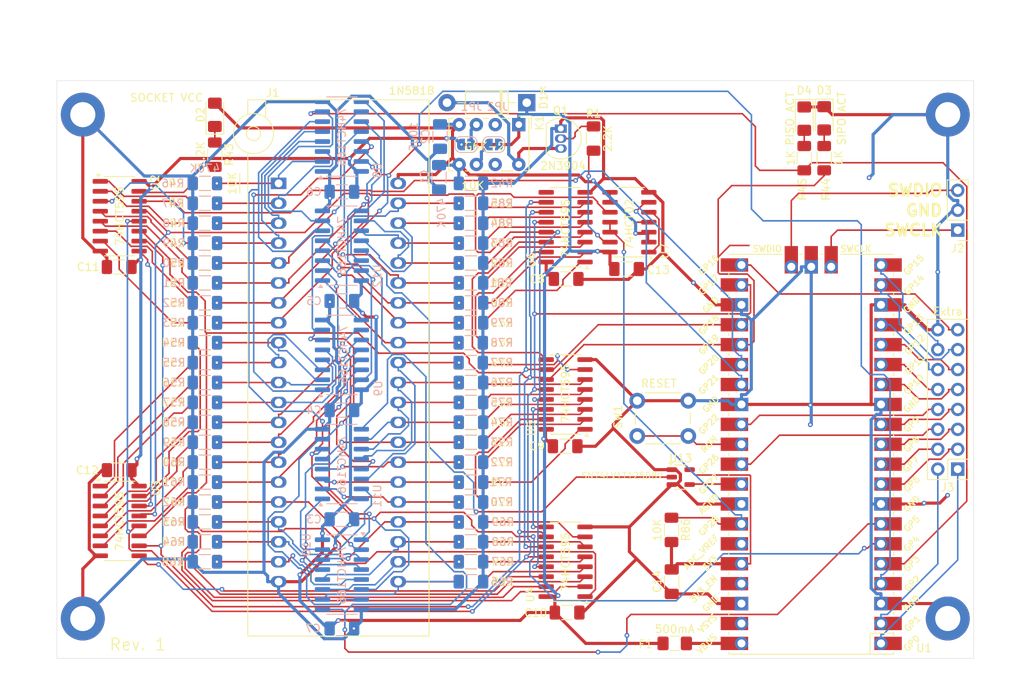
<source format=kicad_pcb>
(kicad_pcb (version 20240108) (generator "pcbnew") (generator_version "8.0")
  (layers (0 "F.Cu" signal) (31 "B.Cu" signal) (34 "B.Paste" user) (35 "F.Paste" user) (36 "B.SilkS" user "B.Silkscreen") (37 "F.SilkS" user "F.Silkscreen") (38 "B.Mask" user) (39 "F.Mask" user) (44 "Edge.Cuts" user))
  (net 0 "")
  (net 1 "GND")
  (net 2 "/SWITCHED_VCC")
  (net 3 "VCC")
  (net 4 "+3V3")
  (net 5 "Net-(D1-A)")
  (net 6 "Net-(D2-K)")
  (net 7 "Net-(D3-A)")
  (net 8 "Net-(D4-A)")
  (net 9 "Net-(U1-VBUS)")
  (net 10 "/ZIF_4")
  (net 11 "/ZIF_2")
  (net 12 "/ZIF_33")
  (net 13 "/ZIF_37")
  (net 14 "/ZIF_26")
  (net 15 "/ZIF_15")
  (net 16 "/ZIF_34")
  (net 17 "/ZIF_11")
  (net 18 "/ZIF_29")
  (net 19 "/ZIF_17")
  (net 20 "/ZIF_22")
  (net 21 "/ZIF_20")
  (net 22 "/ZIF_25")
  (net 23 "/ZIF_3")
  (net 24 "/ZIF_1")
  (net 25 "/ZIF_12")
  (net 26 "/ZIF_31")
  (net 27 "/ZIF_14")
  (net 28 "/ZIF_27")
  (net 29 "/ZIF_8")
  (net 30 "/ZIF_32")
  (net 31 "/ZIF_24")
  (net 32 "/ZIF_41")
  (net 33 "/ZIF_18")
  (net 34 "/ZIF_40")
  (net 35 "/ZIF_13")
  (net 36 "/ZIF_30")
  (net 37 "/ZIF_39")
  (net 38 "/ZIF_7")
  (net 39 "/ZIF_10")
  (net 40 "/ZIF_38")
  (net 41 "/ZIF_23")
  (net 42 "/ZIF_35")
  (net 43 "/ZIF_36")
  (net 44 "/ZIF_6")
  (net 45 "/ZIF_5")
  (net 46 "/ZIF_28")
  (net 47 "/ZIF_16")
  (net 48 "/ZIF_9")
  (net 49 "/ZIF_19")
  (net 50 "Net-(J2-Pin_3)")
  (net 51 "Net-(J2-Pin_1)")
  (net 52 "Net-(JP1-B)")
  (net 53 "Net-(JP2-B)")
  (net 56 "Net-(Q1-B)")
  (net 57 "Net-(R1-Pad1)")
  (net 58 "Net-(U2-QA)")
  (net 59 "Net-(U2-QB)")
  (net 60 "Net-(U2-QC)")
  (net 61 "Net-(U2-QD)")
  (net 62 "Net-(U2-QE)")
  (net 63 "Net-(U2-QF)")
  (net 64 "Net-(U2-QG)")
  (net 65 "Net-(U2-QH)")
  (net 66 "Net-(U3-QA)")
  (net 67 "Net-(U3-QB)")
  (net 68 "Net-(U3-QC)")
  (net 69 "Net-(U3-QD)")
  (net 70 "Net-(U3-QE)")
  (net 71 "Net-(U3-QF)")
  (net 72 "Net-(U3-QG)")
  (net 73 "Net-(U3-QH)")
  (net 74 "Net-(U4-QA)")
  (net 75 "Net-(U4-QB)")
  (net 76 "Net-(U4-QC)")
  (net 77 "Net-(U4-QD)")
  (net 78 "Net-(U4-QE)")
  (net 79 "Net-(U4-QF)")
  (net 80 "Net-(U4-QG)")
  (net 81 "Net-(U4-QH)")
  (net 82 "Net-(U5-QA)")
  (net 83 "Net-(U5-QB)")
  (net 84 "Net-(U5-QC)")
  (net 85 "Net-(U5-QD)")
  (net 86 "Net-(U5-QE)")
  (net 87 "Net-(U5-QF)")
  (net 88 "Net-(U5-QG)")
  (net 89 "Net-(U5-QH)")
  (net 90 "Net-(U6-QA)")
  (net 91 "Net-(U6-QB)")
  (net 92 "Net-(U6-QC)")
  (net 93 "Net-(U6-QD)")
  (net 94 "Net-(U6-QE)")
  (net 95 "Net-(U6-QF)")
  (net 96 "Net-(U6-QG)")
  (net 97 "Net-(U6-QH)")
  (net 98 "/SIPO_CLK")
  (net 99 "/PISO_CLK")
  (net 100 "Net-(U1-RUN)")
  (net 102 "/GPIO13")
  (net 103 "/~{SIPO_OE}")
  (net 105 "/GPIO12")
  (net 106 "/SIPO_SER")
  (net 107 "/GPIO8")
  (net 108 "/GPIO16")
  (net 109 "/GPIO14")
  (net 110 "/GPIO22")
  (net 111 "/GPIO26")
  (net 112 "/SIPO_RCLK")
  (net 113 "/GPIO1")
  (net 114 "/GPIO10")
  (net 115 "/GPIO6")
  (net 116 "/~{SIPO_CLR}")
  (net 117 "/GPIO0")
  (net 118 "/GPIO7")
  (net 120 "/GPIO11")
  (net 121 "/GPIO15")
  (net 122 "/PISO_SH")
  (net 123 "/GPIO9")
  (net 125 "/~{PISO_CLR}")
  (net 126 "/PISO_INH")
  (net 127 "/~{RELAY_ENABLE}")
  (net 128 "/PISO_SER_3V3")
  (net 131 "Net-(U2-QH')")
  (net 132 "Net-(U2-~{OE})")
  (net 133 "Net-(U3-QH')")
  (net 134 "Net-(U4-QH')")
  (net 135 "Net-(U5-QH')")
  (net 137 "Net-(U7-Pad4)")
  (net 138 "Net-(U7-Pad1)")
  (net 139 "Net-(U8-Qh)")
  (net 140 "Net-(U10-Ds)")
  (net 142 "Net-(U10-Qh)")
  (net 143 "Net-(U11-Qh)")
  (net 144 "/PISO_SER")
  (footprint "Resistor_SMD:R_1206_3216Metric_Pad1.30x1.75mm_HandSolder" (layer "F.Cu") (at 146.75 86.741 180)
    (property "Reference" "R29")
    (property "Value" "10K")
  )
  (footprint "Resistor_SMD:R_1206_3216Metric_Pad1.30x1.75mm_HandSolder" (layer "F.Cu") (at 172.309 97.917 -90)
    (property "Reference" "R86")
    (property "Value" "10K")
  )
  (footprint "Resistor_SMD:R_1206_3216Metric_Pad1.30x1.75mm_HandSolder" (layer "F.Cu") (at 112.841 91.821)
    (property "Reference" "R17")
    (property "Value" "10K")
  )
  (footprint "Resistor_SMD:R_1206_3216Metric_Pad1.30x1.75mm_HandSolder" (layer "F.Cu") (at 112.841 61.341)
    (property "Reference" "R5")
    (property "Value" "10K")
  )
  (footprint "Capacitor_SMD:C_1206_3216Metric_Pad1.33x1.80mm_HandSolder" (layer "F.Cu") (at 159.007 108.458)
    (property "Reference" "C10")
    (property "Value" "100nF")
  )
  (footprint "Capacitor_SMD:C_1206_3216Metric_Pad1.33x1.80mm_HandSolder" (layer "F.Cu") (at 166.5885 64.643)
    (property "Reference" "C13")
    (property "Value" "100nF")
  )
  (footprint "Resistor_SMD:R_1206_3216Metric_Pad1.30x1.75mm_HandSolder" (layer "F.Cu") (at 146.75 101.981 180)
    (property "Reference" "R23")
    (property "Value" "10K")
  )
  (footprint "MountingHole:MountingHole_3.2mm_M3_DIN965_Pad" (layer "F.Cu") (at 97.282 109.22)
    (property "Reference" "H4" (hide yes))
    (property "Value" "MountingHole_Pad")
  )
  (footprint "Capacitor_SMD:C_1206_3216Metric_Pad1.33x1.80mm_HandSolder" (layer "F.Cu") (at 158.88 65.913)
    (property "Reference" "C8")
    (property "Value" "100nF")
  )
  (footprint "Capacitor_SMD:C_1206_3216Metric_Pad1.33x1.80mm_HandSolder" (layer "F.Cu") (at 101.919 90.297 180)
    (property "Reference" "C12")
    (property "Value" "100nF")
  )
  (footprint "Diode_THT:D_DO-41_SOD81_P10.16mm_Horizontal" (layer "F.Cu") (at 153.862 43.434 180)
    (property "Reference" "D1")
    (property "Value" "1N5818")
  )
  (footprint "MountingHole:MountingHole_3.2mm_M3_DIN965_Pad" (layer "F.Cu") (at 97.282 44.958)
    (property "Reference" "H3" (hide yes))
    (property "Value" "MountingHole_Pad")
  )
  (footprint "Resistor_SMD:R_1206_3216Metric_Pad1.30x1.75mm_HandSolder" (layer "F.Cu") (at 112.841 68.961)
    (property "Reference" "R8")
    (property "Value" "10K")
  )
  (footprint "Resistor_SMD:R_1206_3216Metric_Pad1.30x1.75mm_HandSolder" (layer "F.Cu") (at 112.841 99.441)
    (property "Reference" "R20")
    (property "Value" "10K")
  )
  (footprint "Resistor_SMD:R_1206_3216Metric_Pad1.30x1.75mm_HandSolder" (layer "F.Cu") (at 112.841 101.981)
    (property "Reference" "R21")
    (property "Value" "10K")
  )
  (footprint "Resistor_SMD:R_1206_3216Metric_Pad1.30x1.75mm_HandSolder" (layer "F.Cu") (at 146.75 94.361 180)
    (property "Reference" "R26")
    (property "Value" "10K")
  )
  (footprint "Resistor_SMD:R_1206_3216Metric_Pad1.30x1.75mm_HandSolder" (layer "F.Cu") (at 146.724 74.041 180)
    (property "Reference" "R34")
    (property "Value" "10K")
  )
  (footprint "Package_SO:SOIC-14_3.9x8.7mm_P1.27mm" (layer "F.Cu") (at 166.946 58.674 180)
    (property "Reference" "U7")
    (property "Value" "74HCT02")
  )
  (footprint "Resistor_SMD:R_1206_3216Metric_Pad1.30x1.75mm_HandSolder" (layer "F.Cu") (at 112.841 63.881)
    (property "Reference" "R6")
    (property "Value" "10K")
  )
  (footprint "Resistor_SMD:R_1206_3216Metric_Pad1.30x1.75mm_HandSolder" (layer "F.Cu") (at 146.75 96.901 180)
    (property "Reference" "R25")
    (property "Value" "10K")
  )
  (footprint "Capacitor_SMD:C_1206_3216Metric_Pad1.33x1.80mm_HandSolder" (layer "F.Cu") (at 101.919 64.389 180)
    (property "Reference" "C11")
    (property "Value" "100nF")
  )
  (footprint "Resistor_SMD:R_1206_3216Metric_Pad1.30x1.75mm_HandSolder" (layer "F.Cu") (at 146.75 79.121 180)
    (property "Reference" "R32")
    (property "Value" "10K")
  )
  (footprint "Resistor_SMD:R_1206_3216Metric_Pad1.30x1.75mm_HandSolder" (layer "F.Cu") (at 146.75 91.821 180)
    (property "Reference" "R27")
    (property "Value" "10K")
  )
  (footprint "Resistor_SMD:R_1206_3216Metric_Pad1.30x1.75mm_HandSolder" (layer "F.Cu") (at 146.75 58.801 180)
    (property "Reference" "R40")
    (property "Value" "10K")
  )
  (footprint "Resistor_SMD:R_1206_3216Metric_Pad1.30x1.75mm_HandSolder" (layer "F.Cu") (at 112.841 71.501)
    (property "Reference" "R9")
    (property "Value" "10K")
  )
  (footprint "Resistor_SMD:R_1206_3216Metric_Pad1.30x1.75mm_HandSolder" (layer "F.Cu") (at 114.111 50.064 -90)
    (property "Reference" "R43")
    (property "Value" "1.2K")
  )
  (footprint "LED_SMD:LED_1206_3216Metric_Pad1.42x1.75mm_HandSolder" (layer "F.Cu") (at 191.77 45.4295 -90)
    (property "Reference" "D3")
    (property "Value" "SIPO ACT")
  )
  (footprint "Resistor_SMD:R_1206_3216Metric_Pad1.30x1.75mm_HandSolder" (layer "F.Cu") (at 146.75 81.661 180)
    (property "Reference" "R31")
    (property "Value" "10K")
  )
  (footprint "Package_SO:SOIC-16_3.9x9.9mm_P1.27mm" (layer "F.Cu") (at 101.984 96.774)
    (property "Reference" "U3")
    (property "Value" "74HCT595")
  )
  (footprint "LED_SMD:LED_1206_3216Metric_Pad1.42x1.75mm_HandSolder" (layer "F.Cu") (at 114.111 44.984 90)
    (property "Reference" "D2")
    (property "Value" "SOCKET VCC")
  )
  (footprint "Resistor_SMD:R_1206_3216Metric_Pad1.30x1.75mm_HandSolder" (layer "F.Cu") (at 112.841 74.041)
    (property "Reference" "R10")
    (property "Value" "10K")
  )
  (footprint "Resistor_SMD:R_1206_3216Metric_Pad1.30x1.75mm_HandSolder" (layer "F.Cu") (at 146.75 66.421 180)
    (property "Reference" "R37")
    (property "Value" "10K")
  )
  (footprint "Capacitor_SMD:C_1206_3216Metric_Pad1.33x1.80mm_HandSolder" (layer "F.Cu") (at 172.339 104.521 -90)
    (property "Reference" "C14")
    (property "Value" "100nF")
  )
  (footprint "Resistor_SMD:R_1206_3216Metric_Pad1.30x1.75mm_HandSolder" (layer "F.Cu") (at 112.841 86.741)
    (property "Reference" "R15")
    (property "Value" "10K")
  )
  (footprint "Package_SO:SOIC-16_3.9x9.9mm_P1.27mm" (layer "F.Cu") (at 101.984 57.912)
    (property "Reference" "U2")
    (property "Value" "74HCT595")
  )
  (footprint "Package_TO_SOT_THT:TO-92_Inline" (layer "F.Cu") (at 158.201 46.736 -90)
    (property "Reference" "Q1")
    (property "Value" "2N3904")
  )
  (footprint "Resistor_SMD:R_1206_3216Metric_Pad1.30x1.75mm_HandSolder" (layer "F.Cu") (at 112.841 84.201)
    (property "Reference" "R14")
    (property "Value" "10K")
  )
  (footprint "Resistor_SMD:R_1206_3216Metric_Pad1.30x1.75mm_HandSolder" (layer "F.Cu") (at 146.75 56.261 180)
    (property "Reference" "R41")
    (property "Value" "10K")
  )
  (footprint "Resistor_SMD:R_1206_3216Metric_Pad1.30x1.75mm_HandSolder" (layer "F.Cu") (at 146.75 63.881 180)
    (property "Reference" "R38")
    (property "Value" "10K")
  )
  (footprint "Resistor_SMD:R_1206_3216Metric_Pad1.30x1.75mm_HandSolder" (layer "F.Cu") (at 112.841 58.801)
    (property "Reference" "R4")
    (property "Value" "10K")
  )
  (footprint "Resistor_SMD:R_1206_3216Metric_Pad1.30x1.75mm_HandSolder" (layer "F.Cu") (at 112.841 53.721)
    (property "Reference" "R2")
    (property "Value" "10K")
  )
  (footprint "LED_SMD:LED_1206_3216Metric_Pad1.42x1.75mm_HandSolder" (layer "F.Cu") (at 189.23 45.466 -90)
    (property "Reference" "D4")
    (property "Value" "PISO ACT")
  )
  (footprint "Resistor_SMD:R_1206_3216Metric_Pad1.30x1.75mm_HandSolder" (layer "F.Cu") (at 112.841 81.661)
    (property "Reference" "R13")
    (property "Value" "10K")
  )
  (footprint "Package_TO_SOT_SMD:SOT-23-5" (layer "F.Cu") (at 173.482 91.186)
    (property "Reference" "U13")
    (property "Value" "SN74LV1T125DBV")
  )
  (footprint "Relay_THT:Relay_DPDT_Omron_G6K-2P-Y" (layer "F.Cu") (at 152.846 46.228 -90)
    (property "Reference" "K1")
    (property "Value" "G6K-2")
  )
  (footprint "Button_Switch_THT:SW_PUSH_6mm" (layer "F.Cu") (at 174.446 85.943 180)
    (property "Reference" "SW1")
    (property "Value" "RESET")
  )
  (footprint "Resistor_SMD:R_1206_3216Metric_Pad1.30x1.75mm_HandSolder" (layer "F.Cu") (at 191.77 50.5095 90)
    (property "Reference" "R44")
    (property "Value" "1K")
  )
  (footprint "Resistor_SMD:R_1206_3216Metric_Pad1.30x1.75mm_HandSolder" (layer "F.Cu") (at 112.841 79.121)
    (property "Reference" "R12")
    (property "Value" "10K")
  )
  (footprint "Resistor_SMD:R_1206_3216Metric_Pad1.30x1.75mm_HandSolder" (layer "F.Cu") (at 162.371 48.006 90)
    (property "Reference" "R1")
    (property "Value" "2.2K")
  )
  (footprint "Socket:DIP_Socket-42_W11.9_W12.7_W15.24_W17.78_W18.5_3M_242-1281-00-0602J" (layer "F.Cu") (at 122.239 53.721)
    (property "Reference" "J1")
    (property "Value" "ZIF Socket")
  )
  (footprint "MountingHole:MountingHole_3.2mm_M3_DIN965_Pad" (layer "F.Cu") (at 207.518 44.958)
    (property "Reference" "H1" (hide yes))
    (property "Value" "MountingHole_Pad")
  )
  (footprint "Resistor_SMD:R_1206_3216Metric_Pad1.30x1.75mm_HandSolder" (layer "F.Cu") (at 146.75 71.501 180)
    (property "Reference" "R35")
    (property "Value" "10K")
  )
  (footprint "Resistor_SMD:R_1206_3216Metric_Pad1.30x1.75mm_HandSolder" (layer "F.Cu") (at 146.75 68.961 180)
    (property "Reference" "R36")
    (property "Value" "10K")
  )
  (footprint "Package_SO:SOIC-16_3.9x9.9mm_P1.27mm" (layer "F.Cu") (at 158.815 80.645 180)
    (property "Reference" "U5")
    (property "Value" "74HCT595")
  )
  (footprint "Connector_PinHeader_2.54mm:PinHeader_1x03_P2.54mm_Vertical" (layer "F.Cu") (at 208.788 59.69 180)
    (property "Reference" "J2")
    (property "Value" "Debug Header")
  )
  (footprint "Resistor_SMD:R_1206_3216Metric_Pad1.30x1.75mm_HandSolder" (layer "F.Cu") (at 146.75 104.521 180)
    (property "Reference" "R22")
    (property "Value" "10K")
  )
  (footprint "Package_SO:SOIC-16_3.9x9.9mm_P1.27mm" (layer "F.Cu") (at 158.815 101.981 180)
    (property "Reference" "U4")
    (property "Value" "74HCT595")
  )
  (footprint "Fuse:Fuse_1206_3216Metric_Pad1.42x1.75mm_HandSolder" (layer "F.Cu") (at 172.72 112.395 180)
    (property "Reference" "F1")
    (property "Value" "500mA")
  )
  (footprint "MCU_RaspberryPi_and_Boards:RPi_Pico_SMD_TH" (layer "F.Cu") (at 190.119 88.265 180)
    (property "Reference" "U1")
    (property "Value" "Pico")
  )
  (footprint "Resistor_SMD:R_1206_3216Metric_Pad1.30x1.75mm_HandSolder" (layer "F.Cu") (at 146.75 89.281 180)
    (property "Reference" "R28")
    (property "Value" "10K")
  )
  (footprint "Resistor_SMD:R_1206_3216Metric_Pad1.30x1.75mm_HandSolder" (layer "F.Cu") (at 112.841 94.361)
    (property "Reference" "R18")
    (property "Value" "10K")
  )
  (footprint "Resistor_SMD:R_1206_3216Metric_Pad1.30x1.75mm_HandSolder" (layer "F.Cu") (at 112.841 76.581)
    (property "Reference" "R11")
    (property "Value" "10K")
  )
  (footprint "Resistor_SMD:R_1206_3216Metric_Pad1.30x1.75mm_HandSolder" (layer "F.Cu") (at 112.841 89.281)
    (property "Reference" "R16")
    (property "Value" "10K")
  )
  (footprint "Resistor_SMD:R_1206_3216Metric_Pad1.30x1.75mm_HandSolder" (layer "F.Cu") (at 146.75 84.201 180)
    (property "Reference" "R30")
    (property "Value" "10K")
  )
  (footprint "Connector_PinHeader_2.54mm:PinHeader_2x08_P2.54mm_Vertical" (layer "F.Cu") (at 208.788 90.17 180)
    (property "Reference" "J3")
    (property "Value" "Extra")
  )
  (footprint "Package_SO:SOIC-16_3.9x9.9mm_P1.27mm" (layer "F.Cu") (at 158.815 59.309 180)
    (property "Reference" "U6")
    (property "Value" "74HCT595")
  )
  (footprint "Resistor_SMD:R_1206_3216Metric_Pad1.30x1.75mm_HandSolder" (layer "F.Cu") (at 146.75 61.341 180)
    (property "Reference" "R39")
    (property "Value" "10K")
  )
  (footprint "Resistor_SMD:R_1206_3216Metric_Pad1.30x1.75mm_HandSolder" (layer "F.Cu") (at 112.841 66.421)
    (property "Reference" "R7")
    (property "Value" "10K")
  )
  (footprint "Resistor_SMD:R_1206_3216Metric_Pad1.30x1.75mm_HandSolder" (layer "F.Cu") (at 189.23 50.5095 90)
    (property "Reference" "R45")
    (property "Value" "1K")
  )
  (footprint "Resistor_SMD:R_1206_3216Metric_Pad1.30x1.75mm_HandSolder" (layer "F.Cu") (at 146.724 76.581 180)
    (property "Reference" "R33")
    (property "Value" "10K")
  )
  (footprint "MountingHole:MountingHole_3.2mm_M3_DIN965_Pad" (layer "F.Cu") (at 207.518 109.22)
    (property "Reference" "H2" (hide yes))
    (property "Value" "MountingHole_Pad")
  )
  (footprint "Resistor_SMD:R_1206_3216Metric_Pad1.30x1.75mm_HandSolder" (layer "F.Cu") (at 146.75 99.441 180)
    (property "Reference" "R24")
    (property "Value" "10K")
  )
  (footprint "Resistor_SMD:R_1206_3216Metric_Pad1.30x1.75mm_HandSolder" (layer "F.Cu") (at 112.841 56.261)
    (property "Reference" "R3")
    (property "Value" "10K")
  )
  (footprint "Capacitor_SMD:C_1206_3216Metric_Pad1.33x1.80mm_HandSolder" (layer "F.Cu") (at 158.753 87.249)
    (property "Reference" "C9")
    (property "Value" "100nF")
  )
  (footprint "Resistor_SMD:R_1206_3216Metric_Pad1.30x1.75mm_HandSolder" (layer "F.Cu") (at 112.841 96.901)
    (property "Reference" "R19")
    (property "Value" "10K")
  )
  (footprint "Resistor_SMD:R_1206_3216Metric_Pad1.30x1.75mm_HandSolder" (layer "B.Cu") (at 112.841 101.981 180)
    (property "Reference" "R65")
    (property "Value" "470K")
  )
  (footprint "Package_SO:SOIC-16_3.9x9.9mm_P1.27mm" (layer "B.Cu") (at 130.302 75.5978)
    (property "Reference" "U9")
    (property "Value" "74HCT166")
  )
  (footprint "Capacitor_SMD:C_1206_3216Metric_Pad1.33x1.80mm_HandSolder" (layer "B.Cu") (at 130.302 54.7984 180)
    (property "Reference" "C6")
    (property "Value" "100nF")
  )
  (footprint "Capacitor_SMD:C_1206_3216Metric_Pad1.33x1.80mm_HandSolder" (layer "B.Cu") (at 130.302 96.5671)
    (property "Reference" "C3")
    (property "Value" "100nF")
  )
  (footprint "Resistor_SMD:R_1206_3216Metric_Pad1.30x1.75mm_HandSolder" (layer "B.Cu") (at 146.75 53.721 180)
    (property "Reference" "R42")
    (property "Value" "470K")
  )
  (footprint "Resistor_SMD:R_1206_3216Metric_Pad1.30x1.75mm_HandSolder" (layer "B.Cu") (at 146.75 91.821)
    (property "Reference" "R71")
    (property "Value" "470K")
  )
  (footprint "Resistor_SMD:R_1206_3216Metric_Pad1.30x1.75mm_HandSolder" (layer "B.Cu") (at 112.841 61.341 180)
    (property "Reference" "R49")
    (property "Value" "470K")
  )
  (footprint "Resistor_SMD:R_1206_3216Metric_Pad1.30x1.75mm_HandSolder" (layer "B.Cu") (at 146.75 68.961)
    (property "Reference" "R80")
    (property "Value" "470K")
  )
  (footprint "Capacitor_SMD:C_1206_3216Metric_Pad1.33x1.80mm_HandSolder" (layer "B.Cu") (at 142.813 47.752 -90)
    (property "Reference" "C2")
    (property "Value" "10uF")
  )
  (footprint "Resistor_SMD:R_1206_3216Metric_Pad1.30x1.75mm_HandSolder" (layer "B.Cu") (at 146.75 104.521)
    (property "Reference" "R66")
    (property "Value" "470K")
  )
  (footprint "Resistor_SMD:R_1206_3216Metric_Pad1.30x1.75mm_HandSolder" (layer "B.Cu") (at 146.75 56.261)
    (property "Reference" "R85")
    (property "Value" "470K")
  )
  (footprint "Jumper:SolderJumper-2_P1.3mm_Open_RoundedPad1.0x1.5mm" (layer "B.Cu") (at 146.13 48.768)
    (property "Reference" "JP1")
    (property "Value" "Switch 1")
  )
  (footprint "Capacitor_SMD:C_1206_3216Metric_Pad1.33x1.80mm_HandSolder" (layer "B.Cu") (at 130.302 68.7213 180)
    (property "Reference" "C5")
    (property "Value" "100nF")
  )
  (footprint "Package_SO:SOIC-16_3.9x9.9mm_P1.27mm" (layer "B.Cu") (at 130.302 89.5207)
    (property "Reference" "U11")
    (property "Value" "74HCT166")
  )
  (footprint "Resistor_SMD:R_1206_3216Metric_Pad1.30x1.75mm_HandSolder" (layer "B.Cu") (at 112.841 81.661 180)
    (property "Reference" "R57")
    (property "Value" "470K")
  )
  (footprint "Resistor_SMD:R_1206_3216Metric_Pad1.30x1.75mm_HandSolder" (layer "B.Cu") (at 112.841 71.501 180)
    (property "Reference" "R53")
    (property "Value" "470K")
  )
  (footprint "Resistor_SMD:R_1206_3216Metric_Pad1.30x1.75mm_HandSolder" (layer "B.Cu") (at 146.75 58.801)
    (property "Reference" "R84")
    (property "Value" "470K")
  )
  (footprint "Capacitor_SMD:C_1206_3216Metric_Pad1.33x1.80mm_HandSolder" (layer "B.Cu") (at 130.302 82.6442 180)
    (property "Reference" "C4")
    (property "Value" "100nF")
  )
  (footprint "Resistor_SMD:R_1206_3216Metric_Pad1.30x1.75mm_HandSolder" (layer "B.Cu") (at 146.75 101.981)
    (property "Reference" "R67")
    (property "Value" "470K")
  )
  (footprint "Resistor_SMD:R_1206_3216Metric_Pad1.30x1.75mm_HandSolder" (layer "B.Cu") (at 112.841 96.901 180)
    (property "Reference" "R63")
    (property "Value" "470K")
  )
  (footprint "Jumper:SolderJumper-2_P1.3mm_Open_RoundedPad1.0x1.5mm" (layer "B.Cu") (at 149.671 48.768 180)
    (property "Reference" "JP2")
    (property "Value" "Switch 2")
  )
  (footprint "Resistor_SMD:R_1206_3216Metric_Pad1.30x1.75mm_HandSolder" (layer "B.Cu") (at 112.841 89.281 180)
    (property "Reference" "R60")
    (property "Value" "470K")
  )
  (footprint "Package_SO:SOIC-16_3.9x9.9mm_P1.27mm" (layer "B.Cu") (at 130.302 47.752)
    (property "Reference" "U8")
    (property "Value" "74HCT166")
  )
  (footprint "Resistor_SMD:R_1206_3216Metric_Pad1.30x1.75mm_HandSolder" (layer "B.Cu") (at 112.841 63.881 180)
    (property "Reference" "R50")
    (property "Value" "470K")
  )
  (footprint "Resistor_SMD:R_1206_3216Metric_Pad1.30x1.75mm_HandSolder" (layer "B.Cu") (at 112.841 94.361 180)
    (property "Reference" "R62")
    (property "Value" "470K")
  )
  (footprint "Resistor_SMD:R_1206_3216Metric_Pad1.30x1.75mm_HandSolder" (layer "B.Cu") (at 112.841 68.961 180)
    (property "Reference" "R52")
    (property "Value" "470K")
  )
  (footprint "Resistor_SMD:R_1206_3216Metric_Pad1.30x1.75mm_HandSolder" (layer "B.Cu") (at 146.75 71.501)
    (property "Reference" "R79")
    (property "Value" "470K")
  )
  (footprint "Resistor_SMD:R_1206_3216Metric_Pad1.30x1.75mm_HandSolder" (layer "B.Cu") (at 112.841 86.741 180)
    (property "Reference" "R59")
    (property "Value" "470K")
  )
  (footprint "Resistor_SMD:R_1206_3216Metric_Pad1.30x1.75mm_HandSolder" (layer "B.Cu") (at 112.841 53.721 180)
    (property "Reference" "R46")
    (property "Value" "470K")
  )
  (footprint "Resistor_SMD:R_1206_3216Metric_Pad1.30x1.75mm_HandSolder" (layer "B.Cu") (at 146.75 86.741)
    (property "Reference" "R73")
    (property "Value" "470K")
  )
  (footprint "Resistor_SMD:R_1206_3216Metric_Pad1.30x1.75mm_HandSolder" (layer "B.Cu") (at 146.75 84.201)
    (property "Reference" "R74")
    (property "Value" "470K")
  )
  (footprint "Resistor_SMD:R_1206_3216Metric_Pad1.30x1.75mm_HandSolder" (layer "B.Cu") (at 146.724 76.581)
    (property "Reference" "R77")
    (property "Value" "470K")
  )
  (footprint "Resistor_SMD:R_1206_3216Metric_Pad1.30x1.75mm_HandSolder" (layer "B.Cu") (at 146.75 66.421)
    (property "Reference" "R81")
    (property "Value" "470K")
  )
  (footprint "Resistor_SMD:R_1206_3216Metric_Pad1.30x1.75mm_HandSolder" (layer "B.Cu") (at 146.75 99.441)
    (property "Reference" "R68")
    (property "Value" "470K")
  )
  (footprint "Resistor_SMD:R_1206_3216Metric_Pad1.30x1.75mm_HandSolder" (layer "B.Cu") (at 112.841 56.261 180)
    (property "Reference" "R47")
    (property "Value" "470K")
  )
  (footprint "Package_SO:SOIC-16_3.9x9.9mm_P1.27mm" (layer "B.Cu") (at 130.302 103.6136 180)
    (property "Reference" "U10")
    (property "Value" "74HCT166")
  )
  (footprint "Resistor_SMD:R_1206_3216Metric_Pad1.30x1.75mm_HandSolder" (layer "B.Cu") (at 112.841 99.441 180)
    (property "Reference" "R64")
    (property "Value" "470K")
  )
  (footprint "Resistor_SMD:R_1206_3216Metric_Pad1.30x1.75mm_HandSolder" (layer "B.Cu") (at 112.841 91.821 180)
    (property "Reference" "R61")
    (property "Value" "470K")
  )
  (footprint "Capacitor_SMD:C_1206_3216Metric_Pad1.33x1.80mm_HandSolder" (layer "B.Cu") (at 142.686 52.959 -90)
    (property "Reference" "C1")
    (property "Value" "100nF")
  )
  (footprint "Resistor_SMD:R_1206_3216Metric_Pad1.30x1.75mm_HandSolder" (layer "B.Cu") (at 112.841 66.421 180)
    (property "Reference" "R51")
    (property "Value" "470K")
  )
  (footprint "Resistor_SMD:R_1206_3216Metric_Pad1.30x1.75mm_HandSolder" (layer "B.Cu") (at 146.75 61.341)
    (property "Reference" "R83")
    (property "Value" "470K")
  )
  (footprint "Resistor_SMD:R_1206_3216Metric_Pad1.30x1.75mm_HandSolder" (layer "B.Cu") (at 146.75 94.361)
    (property "Reference" "R70")
    (property "Value" "470K")
  )
  (footprint "Package_SO:SOIC-16_3.9x9.9mm_P1.27mm" (layer "B.Cu") (at 130.302 61.6749)
    (property "Reference" "U12")
    (property "Value" "74HCT166")
  )
  (footprint "Capacitor_SMD:C_1206_3216Metric_Pad1.33x1.80mm_HandSolder" (layer "B.Cu") (at 130.302 110.49)
    (property "Reference" "C7")
    (property "Value" "100nF")
  )
  (footprint "Resistor_SMD:R_1206_3216Metric_Pad1.30x1.75mm_HandSolder" (layer "B.Cu") (at 112.841 84.201 180)
    (property "Reference" "R58")
    (property "Value" "470K")
  )
  (footprint "Resistor_SMD:R_1206_3216Metric_Pad1.30x1.75mm_HandSolder" (layer "B.Cu") (at 146.75 63.881)
    (property "Reference" "R82")
    (property "Value" "470K")
  )
  (footprint "Resistor_SMD:R_1206_3216Metric_Pad1.30x1.75mm_HandSolder" (layer "B.Cu") (at 146.75 79.121)
    (property "Reference" "R76")
    (property "Value" "470K")
  )
  (footprint "Resistor_SMD:R_1206_3216Metric_Pad1.30x1.75mm_HandSolder" (layer "B.Cu") (at 146.75 96.901)
    (property "Reference" "R69")
    (property "Value" "470K")
  )
  (footprint "Resistor_SMD:R_1206_3216Metric_Pad1.30x1.75mm_HandSolder" (layer "B.Cu") (at 112.841 74.041 180)
    (property "Reference" "R54")
    (property "Value" "470K")
  )
  (footprint "Resistor_SMD:R_1206_3216Metric_Pad1.30x1.75mm_HandSolder" (layer "B.Cu") (at 146.75 81.661)
    (property "Reference" "R75")
    (property "Value" "470K")
  )
  (footprint "Resistor_SMD:R_1206_3216Metric_Pad1.30x1.75mm_HandSolder" (layer "B.Cu") (at 112.841 79.121 180)
    (property "Reference" "R56")
    (property "Value" "470K")
  )
  (footprint "Resistor_SMD:R_1206_3216Metric_Pad1.30x1.75mm_HandSolder" (layer "B.Cu") (at 146.724 74.041)
    (property "Reference" "R78")
    (property "Value" "470K")
  )
  (footprint "Resistor_SMD:R_1206_3216Metric_Pad1.30x1.75mm_HandSolder" (layer "B.Cu") (at 112.841 58.801 180)
    (property "Reference" "R48")
    (property "Value" "470K")
  )
  (footprint "Resistor_SMD:R_1206_3216Metric_Pad1.30x1.75mm_HandSolder" (layer "B.Cu") (at 146.75 89.281)
    (property "Reference" "R72")
    (property "Value" "470K")
  )
  (footprint "Resistor_SMD:R_1206_3216Metric_Pad1.30x1.75mm_HandSolder" (layer "B.Cu") (at 112.841 76.581 180)
    (property "Reference" "R55")
    (property "Value" "470K")
  )
  (gr_line (start 93.98 114.3) (end 93.98 40.64) (stroke (width 0.05)) (layer "Edge.Cuts"))
  (gr_line (start 93.98 40.64) (end 210.82 40.64) (stroke (width 0.05)) (layer "Edge.Cuts"))
  (gr_line (start 210.82 40.64) (end 210.82 114.3) (stroke (width 0.05)) (layer "Edge.Cuts"))
  (gr_line (start 210.82 114.3) (end 93.98 114.3) (stroke (width 0.05)) (layer "Edge.Cuts"))
  (gr_text "GND" (at 206.988 57.165 0) (layer "F.SilkS") (effects (font (size 1.5 1.5) (thickness 0.3) (bold yes)) (justify right)))
  (gr_text "SWCLK" (at 207.01 59.69 0) (layer "F.SilkS") (effects (font (size 1.5 1.5) (thickness 0.3) (bold yes)) (justify right)))
  (gr_text "Rev. 1" (at 100.584 113.411 0) (layer "F.SilkS") (effects (font (size 1.5 1.5)) (justify left bottom)))
  (gr_text "SWDIO" (at 207.01 54.61 0) (layer "F.SilkS") (effects (font (size 1.5 1.5) (thickness 0.3) (bold yes)) (justify right)))
  (gr_text "SWCLK" (at 195.819 62.065 0) (layer "F.SilkS") (effects (font (size 0.8 0.8))))
  (segment (start 161.0141 108.458) (end 160.5695 108.458) (width 0.4) (layer "F.Cu") (net 1))
  (segment (start 204.5 94.5) (end 206.5 94.5) (width 0.4) (layer "F.Cu") (net 1))
  (segment (start 171.2089 56.157) (end 171.2089 62.4932) (width 0.4) (layer "F.Cu") (net 1))
  (segment (start 166.9445 100.689) (end 166.9445 97.536) (width 0.4) (layer "F.Cu") (net 1))
  (segment (start 172.339 106.0835) (end 167.8638 101.6083) (width 0.4) (layer "F.Cu") (net 1))
  (segment (start 181.229 69.215) (end 177.9307 69.215) (width 0.4) (layer "F.Cu") (net 1))
  (segment (start 173.4456 90.8047) (end 172.8769 90.236) (width 0.4) (layer "F.Cu") (net 1))
  (segment (start 113.8545 51.3575) (end 114.111 51.614) (width 0.4) (layer "F.Cu") (net 1))
  (segment (start 202.0607 69.215) (end 202.0607 69.4544) (width 0.4) (layer "F.Cu") (net 1))
  (segment (start 167.946 81.443) (end 162.703 76.2) (width 0.4) (layer "F.Cu") (net 1))
  (segment (start 181.229 81.915) (end 189.915 81.915) (width 0.4) (layer "F.Cu") (net 1))
  (segment (start 97.282 102.8866) (end 98.9496 101.219) (width 0.4) (layer "F.Cu") (net 1))
  (segment (start 199.009 94.615) (end 204.385 94.615) (width 0.4) (layer "F.Cu") (net 1))
  (segment (start 199.009 69.215) (end 197.7573 69.215) (width 0.4) (layer "F.Cu") (net 1))
  (segment (start 99.7546 90.297) (end 98.1107 91.9409) (width 0.4) (layer "F.Cu") (net 1))
  (segment (start 122.239 104.521) (end 123.6407 104.521) (width 0.4) (layer "F.Cu") (net 1))
  (segment (start 181.229 94.615) (end 175.6348 94.615) (width 0.4) (layer "F.Cu") (net 1))
  (segment (start 173.4456 91.6144) (end 173.4456 90.8047) (width 0.4) (layer "F.Cu") (net 1))
  (segment (start 125.1295 104.521) (end 129.483 100.1675) (width 0.4) (layer "F.Cu") (net 1))
  (segment (start 172.3445 92.136) (end 166.9445 97.536) (width 0.4) (layer "F.Cu") (net 1))
  (segment (start 173.0399 92.0201) (end 173.4456 91.6144) (width 0.4) (layer "F.Cu") (net 1))
  (segment (start 204.385 94.615) (end 204.5 94.5) (width 0.4) (layer "F.Cu") (net 1))
  (segment (start 189.23 43.9785) (end 191.7335 43.9785) (width 0.4) (layer "F.Cu") (net 1))
  (segment (start 177.9307 69.215) (end 171.2089 62.4932) (width 0.4) (layer "F.Cu") (net 1))
  (segment (start 190 82) (end 190.085 81.915) (width 0.4) (layer "F.Cu") (net 1))
  (segment (start 158.201 45.8093) (end 158.6385 45.3718) (width 0.4) (layer "F.Cu") (net 1))
  (segment (start 172.3445 92.136) (end 172.924 92.136) (width 0.4) (layer "F.Cu") (net 1))
  (segment (start 158.6385 45.3718) (end 163.2952 45.3718) (width 0.4) (layer "F.Cu") (net 1))
  (segment (start 161.9044 54.864) (end 161.29 54.864) (width 0.4) (layer "F.Cu") (net 1))
  (segment (start 163.2952 45.3718) (end 163.6513 45.7279) (width 0.4) (layer "F.Cu") (net 1))
  (segment (start 202.0607 69.4544) (end 204.9963 72.39) (width 0.4) (layer "F.Cu") (net 1))
  (segment (start 97.282 109.22) (end 97.282 102.8866) (width 0.4) (layer "F.Cu") (net 1))
  (segment (start 172.924 92.136) (end 173.0399 92.0201) (width 0.4) (layer "F.Cu") (net 1))
  (segment (start 166.9445 97.536) (end 161.29 97.536) (width 0.4) (layer "F.Cu") (net 1))
  (segment (start 199.009 69.215) (end 202.0607 69.215) (width 0.4) (layer "F.Cu") (net 1))
  (segment (start 163.6513 53.1171) (end 161.9044 54.864) (width 0.4) (layer "F.Cu") (net 1))
  (segment (start 158.201 46.736) (end 158.201 45.8093) (width 0.4) (layer "F.Cu") (net 1))
  (segment (start 172.8769 90.236) (end 172.3445 90.236) (width 0.4) (layer "F.Cu") (net 1))
  (segment (start 168.151 64.643) (end 166.8274 65.9666) (width 0.4) (layer "F.Cu") (net 1))
  (segment (start 163.6513 45.7279) (end 163.6513 53.1171) (width 0.4) (layer "F.Cu") (net 1))
  (segment (start 206.5 94.5) (end 207.5 93.5) (width 0.4) (layer "F.Cu") (net 1))
  (segment (start 98.1107 91.9409) (end 98.1107 100.3801) (width 0.4) (layer "F.Cu") (net 1))
  (segment (start 100.3565 63.2045) (end 100.3565 64.389) (width 0.4) (layer "F.Cu") (net 1))
  (segment (start 164.8966 84.4924) (end 167.946 81.443) (width 0.4) (layer "F.Cu") (net 1))
  (segment (start 169.421 54.864) (end 169.9159 54.864) (width 0.4) (layer "F.Cu") (net 1))
  (segment (start 197.7573 81.915) (end 197.7573 69.215) (width 0.4) (layer "F.Cu") (net 1))
  (segment (start 205.613 107.315) (end 207.518 109.22) (width 0.4) (layer "F.Cu") (net 1))
  (segment (start 129.483 100.1675) (end 129.483 99.9487) (width 0.4) (layer "F.Cu") (net 1))
  (segment (start 167.6741 53.1171) (end 169.421 54.864) (width 0.4) (layer "F.Cu") (net 1))
  (segment (start 192.786 44.958) (end 191.77 43.942) (width 0.4) (layer "F.Cu") (net 1))
  (segment (start 164.8966 84.9695) (end 164.8966 84.4924) (width 0.4) (layer "F.Cu") (net 1))
  (segment (start 97.282 44.958) (end 97.282 60.6843) (width 0.4) (layer "F.Cu") (net 1))
  (segment (start 163.6513 53.1171) (end 167.6741 53.1171) (width 0.4) (layer "F.Cu") (net 1))
  (segment (start 199.009 81.915) (end 197.7573 81.915) (width 0.4) (layer "F.Cu") (net 1))
  (segment (start 169.0591 64.643) (end 168.151 64.643) (width 0.4) (layer "F.Cu") (net 1))
  (segment (start 167.8638 101.6083) (end 166.9445 100.689) (width 0.4) (layer "F.Cu") (net 1))
  (segment (start 171.2089 62.4932) (end 169.0591 64.643) (width 0.4) (layer "F.Cu") (net 1))
  (segment (start 100.3565 90.297) (end 99.7546 90.297) (width 0.4) (layer "F.Cu") (net 1))
  (segment (start 98.9547 62.357) (end 99.509 62.357) (width 0.4) (layer "F.Cu") (net 1))
  (segment (start 207.518 44.958) (end 192.786 44.958) (width 0.4) (layer "F.Cu") (net 1))
  (segment (start 99.509 62.357) (end 100.3565 63.2045) (width 0.4) (layer "F.Cu") (net 1))
  (segment (start 167.8638 101.6083) (end 161.0141 108.458) (width 0.4) (layer "F.Cu") (net 1))
  (segment (start 178.1773 107.315) (end 176.9458 106.0835) (width 0.4) (layer "F.Cu") (net 1))
  (segment (start 162.6171 87.249) (end 164.8966 84.9695) (width 0.4) (layer "F.Cu") (net 1))
  (segment (start 189.915 81.915) (end 190 82) (width 0.4) (layer "F.Cu") (net 1))
  (segment (start 166.8274 65.9666) (end 160.4961 65.9666) (width 0.4) (layer "F.Cu") (net 1))
  (segment (start 160.3155 87.249) (end 162.6171 87.249) (width 0.4) (layer "F.Cu") (net 1))
  (segment (start 98.9496 101.219) (end 99.509 101.219) (width 0.4) (layer "F.Cu") (net 1))
  (segment (start 98.1107 100.3801) (end 98.9496 101.219) (width 0.4) (layer "F.Cu") (net 1))
  (segment (start 190.085 81.915) (end 197.7573 81.915) (width 0.4) (layer "F.Cu") (net 1))
  (segment (start 112.7153 51.3575) (end 113.8545 51.3575) (width 0.4) (layer "F.Cu") (net 1))
  (segment (start 123.6407 104.521) (end 125.1295 104.521) (width 0.4) (layer "F.Cu") (net 1))
  (segment (start 172.3445 90.236) (end 170.1631 90.236) (width 0.4) (layer "F.Cu") (net 1))
  (segment (start 169.9159 54.864) (end 171.2089 56.157) (width 0.4) (layer "F.Cu") (net 1))
  (segment (start 181.229 107.315) (end 178.1773 107.315) (width 0.4) (layer "F.Cu") (net 1))
  (segment (start 176.9458 106.0835) (end 172.339 106.0835) (width 0.4) (layer "F.Cu") (net 1))
  (segment (start 160.4961 65.9666) (end 160.4425 65.913) (width 0.4) (layer "F.Cu") (net 1))
  (segment (start 97.282 60.6843) (end 98.9547 62.357) (width 0.4) (layer "F.Cu") (net 1))
  (segment (start 191.7335 43.9785) (end 191.77 43.942) (width 0.4) (layer "F.Cu") (net 1))
  (segment (start 170.1631 90.236) (end 164.8966 84.9695) (width 0.4) (layer "F.Cu") (net 1))
  (segment (start 174.446 81.443) (end 167.946 81.443) (width 0.4) (layer "F.Cu") (net 1))
  (segment (start 162.703 76.2) (end 161.29 76.2) (width 0.4) (layer "F.Cu") (net 1))
  (segment (start 199.009 107.315) (end 205.613 107.315) (width 0.4) (layer "F.Cu") (net 1))
  (segment (start 175.6348 94.615) (end 173.0399 92.0201) (width 0.4) (layer "F.Cu") (net 1))
  (segment (start 206.248 72.39) (end 204.9963 72.39) (width 0.4) (layer "F.Cu") (net 1))
  (via (at 190 82) (size 0.6) (drill 0.3) (layers "F.Cu" "B.Cu") (net 1))
  (via (at 131.826 110.49) (size 0.6) (drill 0.3) (layers "F.Cu" "B.Cu") (net 1))
  (via (at 131.318 97.282) (size 0.6) (drill 0.3) (layers "F.Cu" "B.Cu") (net 1))
  (via (at 129.483 99.9487) (size 0.6) (drill 0.3) (layers "F.Cu" "B.Cu") (net 1))
  (via (at 207.5 93.5) (size 0.6) (drill 0.3) (layers "F.Cu" "B.Cu") (net 1))
  (via (at 128.778 68.834) (size 0.6) (drill 0.3) (layers "F.Cu" "B.Cu") (net 1))
  (via (at 175.10785 66.39215) (size 0.6) (drill 0.3) (layers "F.Cu" "B.Cu") (net 1))
  (via (at 197.5 53) (size 0.6) (drill 0.3) (layers "F.Cu" "B.Cu") (net 1))
  (via (at 204.5 94.5) (size 0.6) (drill 0.3) (layers "F.Cu" "B.Cu") (net 1))
  (via (at 112.7153 51.3575) (size 0.6) (drill 0.3) (layers "F.Cu" "B.Cu") (net 1))
  (via (at 206.248 65.024) (size 0.6) (drill 0.3) (layers "F.Cu" "B.Cu") (net 1))
  (via (at 190 84.5) (size 0.6) (drill 0.3) (layers "F.Cu" "B.Cu") (net 1))
  (via (at 128.778 55.626) (size 0.6) (drill 0.3) (layers "F.Cu" "B.Cu") (net 1))
  (segment (start 142.7317 49.3145) (end 142.813 49.3145) (width 0.4) (layer "B.Cu") (net 1))
  (segment (start 128.7395 70.7043) (end 128.3085 71.1353) (width 0.4) (layer "B.Cu") (net 1))
  (segment (start 148.3 104.521) (end 148.3 101.981) (width 0.4) (layer "B.Cu") (net 1))
  (segment (start 129.6104 75.812) (end 129.6104 76.393) (width 0.4) (layer "B.Cu") (net 1))
  (segment (start 148.3 79.121) (end 148.3 76.607) (width 0.4) (layer "B.Cu") (net 1))
  (segment (start 181.7767 80.6633) (end 181.229 80.6633) (width 0.4) (layer "B.Cu") (net 1))
  (segment (start 139.2948 48.8722) (end 139.2948 48.0319) (width 0.4) (layer "B.Cu") (net 1))
  (segment (start 131.8645 96.5671) (end 131.318 97.1136) (width 0.4) (layer "B.Cu") (net 1))
  (segment (start 198.4613 106.0633) (end 199.009 106.0633) (width 0.4) (layer "B.Cu") (net 1))
  (segment (start 148.3 66.421) (end 148.3 68.961) (width 0.4) (layer "B.Cu") (net 1))
  (segment (start 148.3 63.881) (end 148.3 61.341) (width 0.4) (layer "B.Cu") (net 1))
  (segment (start 128.7395 68.8725) (end 128.7395 70.7043) (width 0.4) (layer "B.Cu") (net 1))
  (segment (start 129.6344 51.4559) (end 128.8933 52.197) (width 0.4) (layer "B.Cu") (net 1))
  (segment (start 128.8933 52.197) (end 128.7395 52.197) (width 0.4) (layer "B.Cu") (net 1))
  (segment (start 141.3833 50.6629) (end 142.7317 49.3145) (width 0.4) (layer "B.Cu") (net 1))
  (segment (start 111.291 71.501) (end 111.291 68.961) (width 0.4) (layer "B.Cu") (net 1))
  (segment (start 111.291 91.821) (end 111.291 94.361) (width 0.4) (layer "B.Cu") (net 1))
  (segment (start 111.291 101.981) (end 110.9367 101.6267) (width 0.4) (layer "B.Cu") (net 1))
  (segment (start 181.7766 70.4667) (end 182.4807 71.1708) (width 0.4) (layer "B.Cu") (net 1))
  (segment (start 111.291 56.261) (end 111.291 58.801) (width 0.4) (layer "B.Cu") (net 1))
  (segment (start 111.291 56.261) (end 111.291 53.721) (width 0.4) (layer "B.Cu") (net 1))
  (segment (start 128.778 55.626) (end 128.7395 55.5875) (width 0.4) (layer "B.Cu") (net 1))
  (segment (start 206.248 59.0917) (end 206.248 72.39) (width 0.4) (layer "B.Cu") (net 1))
  (segment (start 104.8753 101.6267) (end 97.282 109.22) (width 0.4) (layer "B.Cu") (net 1))
  (segment (start 129.6362 75.7862) (end 129.6104 75.812) (width 0.4) (layer "B.Cu") (net 1))
  (segment (start 148.274 71.527) (end 148.274 74.041) (width 0.4) (layer "B.Cu") (net 1))
  (segment (start 148.3 53.721) (end 148.3 56.261) (width 0.4) (layer "B.Cu") (net 1))
  (segment (start 148.3 94.361) (end 148.3 91.821) (width 0.4) (layer "B.Cu") (net 1))
  (segment (start 122.239 104.521) (end 120.8373 104.521) (width 0.4) (layer "B.Cu") (net 1))
  (segment (start 188.8673 64.8883) (end 182.5848 71.1708) (width 0.4) (layer "B.Cu") (net 1))
  (segment (start 111.291 74.041) (end 111.291 71.501) (width 0.4) (layer "B.Cu") (net 1))
  (segment (start 174.446 81.443) (end 179.5053 81.443) (width 0.4) (layer "B.Cu") (net 1))
  (segment (start 199.009 81.915) (end 199.009 83.1667) (width 0.4) (layer "B.Cu") (net 1))
  (segment (start 141.3833 53.2188) (end 141.3833 50.6629) (width 0.4) (layer "B.Cu") (net 1))
  (segment (start 131.826 110.49) (end 131.826 110.5285) (width 0.4) (layer "B.Cu") (net 1))
  (segment (start 120.7658 43.307) (end 127.827 43.307) (width 0.4) (layer "B.Cu") (net 1))
  (segment (start 181.229 70.4667) (end 181.7766 70.4667) (width 0.4) (layer "B.Cu") (net 1))
  (segment (start 148.3 89.281) (end 148.3 91.821) (width 0.4) (layer "B.Cu") (net 1))
  (segment (start 120.8373 103.7916) (end 120.8373 104.521) (width 0.4) (layer "B.Cu") (net 1))
  (segment (start 188.8673 64.365) (end 188.8673 64.8883) (width 0.4) (layer "B.Cu") (net 1))
  (segment (start 128.4159 43.307) (end 127.827 43.307) (width 0.4) (layer "B.Cu") (net 1))
  (segment (start 110.9367 101.6267) (end 104.8753 101.6267) (width 0.4) (layer "B.Cu") (net 1))
  (segment (start 130.5599 111.7946) (end 128.0398 111.7946) (width 0.4) (layer "B.Cu") (net 1))
  (segment (start 207.518 55.1759) (end 207.518 44.958) (width 0.4) (layer "B.Cu") (net 1))
  (segment (start 197.7573 83.8707) (end 197.7573 94.615) (width 0.4) (layer "B.Cu") (net 1))
  (segment (start 121.6311 88.0109) (end 120.3761 89.2659) (width 0.4) (layer "B.Cu") (net 1))
  (segment (start 132.777 108.0586) (end 132.777 109.5775) (width 0.4) (layer "B.Cu") (net 1))
  (segment (start 208.788 55.8983) (end 208.2404 55.8983) (width 0.4) (layer "B.Cu") (net 1))
  (segment (start 148.3 81.661) (end 148.3 84.201) (width 0.4) (layer "B.Cu") (net 1))
  (segment (start 131.5558 42.6041) (end 129.6344 44.5255) (width 0.4) (layer "B.Cu") (net 1))
  (segment (start 128.7395 55.5875) (end 128.7395 54.7984) (width 0.4) (layer "B.Cu") (net 1))
  (segment (start 128.7395 68.7955) (end 128.778 68.834) (width 0.4) (layer "B.Cu") (net 1))
  (segment (start 181.229 81.915) (end 181.229 80.6633) (width 0.4) (layer "B.Cu") (net 1))
  (segment (start 129.6961 79.803) (end 129.6961 81.1855) (width 0.4) (layer "B.Cu") (net 1))
  (segment (start 120.3761 103.3304) (end 112.6404 103.3304) (width 0.4) (layer "B.Cu") (net 1))
  (segment (start 128.7395 56.3174) (end 128.7395 55.6645) (width 0.4) (layer "B.Cu") (net 1))
  (segment (start 148.3 84.201) (end 148.3 86.741) (width 0.4) (layer "B.Cu") (net 1))
  (segment (start 122.239 105.9938) (end 122.239 104.521) (width 0.4) (layer "B.Cu") (net 1))
  (segment (start 131.1496 97.282) (end 129.483 98.9486) (width 0.4) (layer "B.Cu") (net 1))
  (segment (start 148.3 76.607) (end 148.274 76.581) (width 0.4) (layer "B.Cu") (net 1))
  (segment (start 181.229 69.215) (end 181.229 70.4667) (width 0.4) (layer "B.Cu") (net 1))
  (segment (start 199.009 107.315) (end 199.009 106.0633) (width 0.4) (layer "B.Cu") (net 1))
  (segment (start 148.3 63.881) (end 148.3 66.421) (width 0.4) (layer "B.Cu") (net 1))
  (segment (start 129.6362 74.9927) (end 129.6362 75.7862) (width 0.4) (layer "B.Cu") (net 1))
  (segment (start 128.7395 55.6645) (end 128.778 55.626) (width 0.4) (layer "B.Cu") (net 1))
  (segment (start 111.291 96.901) (end 111.291 99.441) (width 0.4) (layer "B.Cu") (net 1))
  (segment (start 128.7395 68.7213) (end 128.7395 68.7955) (width 0.4) (layer "B.Cu") (net 1))
  (segment (start 197.7573 105.3593) (end 198.4613 106.0633) (width 0.4) (layer "B.Cu") (net 1))
  (segment (start 148.3 99.441) (end 148.3 96.901) (width 0.4) (layer "B.Cu") (net 1))
  (segment (start 111.291 86.741) (end 111.291 84.201) (width 0.4) (layer "B.Cu") (net 1))
  (segment (start 132.777 109.5775) (end 131.8645 110.49) (width 0.4) (layer "B.Cu") (net 1))
  (segment (start 197.7573 94.615) (end 197.7573 105.3593) (width 0.4) (layer "B.Cu") (net 1))
  (segment (start 190.119 84.381) (end 190 84.5) (width 0.4) (layer "B.Cu") (net 1))
  (segment (start 112.6404 103.3304) (end 111.291 101.981) (width 0.4) (layer "B.Cu") (net 1))
  (segment (start 139.2948 48.0319) (end 133.867 42.6041) (width 0.4) (layer "B.Cu") (net 1))
  (segment (start 111.291 52.7818) (end 112.7153 51.3575) (width 0.4) (layer "B.Cu") (net 1))
  (segment (start 148.3 71.501) (end 148.3 68.961) (width 0.4) (layer "B.Cu") (net 1))
  (segment (start 128.778 68.834) (end 128.7395 68.8725) (width 0.4) (layer "B.Cu") (net 1))
  (segment (start 148.3 53.721) (end 152.2045 53.721) (width 0.4) (layer "B.Cu") (net 1))
  (segment (start 111.291 52.7818) (end 105.1058 52.7818) (width 0.4) (layer "B.Cu") (net 1))
  (segment (start 198 47.5) (end 198 52.5) (width 0.4) (layer "B.Cu") (net 1))
  (segment (start 122.8714 88.0109) (end 121.6311 88.0109) (width 0.4) (layer "B.Cu") (net 1))
  (segment (start 111.291 76.581) (end 111.291 74.041) (width 0.4) (layer "B.Cu") (net 1))
  (segment (start 182.4807 79.9593) (end 181.7767 80.6633) (width 0.4) (layer "B.Cu") (net 1))
  (segment (start 129.2747 74.6312) (end 129.6362 74.9927) (width 0.4) (layer "B.Cu") (net 1))
  (segment (start 128.7395 54.7984) (end 128.7395 52.197) (width 0.4) (layer "B.Cu") (net 1))
  (segment (start 111.291 68.961) (end 111.291 66.421) (width 0.4) (layer "B.Cu") (net 1))
  (segment (start 208.2404 55.8983) (end 207.518 55.1759) (width 0.4) (layer "B.Cu") (net 1))
  (segment (start 128.0398 111.7946) (end 122.239 105.9938) (width 0.4) (layer "B.Cu") (net 1))
  (segment (start 129.6104 76.393) (end 130.0175 76.8001) (width 0.4) (layer "B.Cu") (net 1))
  (segment (start 125.8066 85.0757) (end 122.8714 88.0109) (width 0.4) (layer "B.Cu") (net 1))
  (segment (start 129.2747 72.1015) (end 129.2747 74.6312) (width 0.4) (layer "B.Cu") (net 1))
  (segment (start 133.867 42.6041) (end 131.5558 42.6041) (width 0.4) (layer "B.Cu") (net 1))
  (segment (start 129.483 98.9486) (end 129.483 99.9487) (width 0.4) (layer "B.Cu") (net 1))
  (segment (start 198 52.5) (end 197.5 53) (width 0.4) (layer "B.Cu") (net 1))
  (segment (start 127.827 71.1528) (end 127.8445 71.1353) (width 0.4) (layer "B.Cu") (net 1))
  (segment (start 129.6961 81.1855) (end 128.7395 82.1421) (width 0.4) (layer "B.Cu") (net 1))
  (segment (start 142.686 54.5215) (end 141.3833 53.2188) (width 0.4) (layer "B.Cu") (net 1))
  (segment (start 208.788 56.5517) (end 206.248 59.0917) (width 0.4) (layer "B.Cu") (net 1))
  (segment (start 141.3833 50.6629) (end 141.0855 50.6629) (width 0.4) (layer "B.Cu") (net 1))
  (segment (start 181.229 81.915) (end 179.9773 81.915) (width 0.4) (layer "B.Cu") (net 1))
  (segment (start 111.291 63.881) (end 111.291 61.341) (width 0.4) (layer "B.Cu") (net 1))
  (segment (start 148.3 104.521) (end 144.7624 108.0586) (width 0.4) (layer "B.Cu") (net 1))
  (segment (start 111.291 53.721) (end 111.291 52.7818) (width 0.4) (layer "B.Cu") (net 1))
  (segment (start 200.542 44.958) (end 198 47.5) (width 0.4) (layer "B.Cu") (net 1))
  (segment (start 148.3 58.801) (end 148.3 56.261) (width 0.4) (layer "B.Cu") (net 1))
  (segment (start 148.274 76.581) (end 148.274 74.041) (width 0.4) (layer "B.Cu") (net 1))
  (segment (start 111.291 58.801) (end 111.291 61.341) (width 0.4) (layer "B.Cu") (net 1))
  (segment (start 111.291 66.421) (end 111.291 63.881) (width 0.4) (layer "B.Cu") (net 1))
  (segment (start 182.4807 71.1708) (end 182.4807 79.9593) (width 0.4) (layer "B.Cu") (net 1))
  (segment (start 148.3 79.121) (end 148.3 81.661) (width 0.4) (layer "B.Cu") (net 1))
  (segment (start 111.291 76.581) (end 111.291 79.121) (width 0.4) (layer "B.Cu") (net 1))
  (segment (start 130.0175 76.8001) (end 130.0175 79.4816) (width 0.4) (layer "B.Cu") (net 1))
  (segment (start 131.318 97.1136) (end 131.318 97.282) (width 0.4) (layer "B.Cu") (net 1))
  (segment (start 152.2045 53.721) (end 157.0493 48.8762) (width 0.4) (layer "B.Cu") (net 1))
  (segment (start 127.8445 71.1353) (end 128.3085 71.1353) (width 0.4) (layer "B.Cu") (net 1))
  (segment (start 131.826 110.5285) (end 130.5599 111.7946) (width 0.4) (layer "B.Cu") (net 1))
  (segment (start 198.4613 83.1667) (end 197.7573 83.8707) (width 0.4) (layer "B.Cu") (net 1))
  (segment (start 111.291 79.121) (end 111.291 81.661) (width 0.4) (layer "B.Cu") (net 1))
  (segment (start 148.3 101.981) (end 148.3 99.441) (width 0.4) (layer "B.Cu") (net 1))
  (segment (start 105.1058 52.7818) (end 97.282 44.958) (width 0.4) (layer "B.Cu") (net 1))
  (segment (start 127.827 57.2299) (end 128.7395 56.3174) (width 0.4) (layer "B.Cu") (net 1))
  (segment (start 157.0493 48.8762) (end 157.0493 46.736) (width 0.4) (layer "B.Cu") (net 1))
  (segment (start 208.788 56.5517) (end 208.788 55.8983) (width 0.4) (layer "B.Cu") (net 1))
  (segment (start 111.291 101.2724) (end 111.291 99.441) (width 0.4) (layer "B.Cu") (net 1))
  (segment (start 120.3761 89.2659) (end 120.3761 103.3304) (width 0.4) (layer "B.Cu") (net 1))
  (segment (start 111.291 86.741) (end 111.291 89.281) (width 0.4) (layer "B.Cu") (net 1))
  (segment (start 190.119 64.365) (end 188.8673 64.365) (width 0.4) (layer "B.Cu") (net 1))
  (segment (start 190.119 64.365) (end 190.119 84.381) (width 0.4) (layer "B.Cu") (net 1))
  (segment (start 208.788 57.15) (end 208.788 56.5517) (width 0.4) (layer "B.Cu") (net 1))
  (segment (start 144.7624 108.0586) (end 132.777 108.0586) (width 0.4) (layer "B.Cu") (net 1))
  (segment (start 182.5848 71.1708) (end 182.4807 71.1708) (width 0.4) (layer "B.Cu") (net 1))
  (segment (start 129.6344 44.5255) (end 128.4159 43.307) (width 0.4) (layer "B.Cu") (net 1))
  (segment (start 131.8645 110.49) (end 131.8645 110.49) (width 0.4) (layer "B.Cu") (net 1))
  (segment (start 127.827 85.0757) (end 125.8066 85.0757) (width 0.4) (layer "B.Cu") (net 1))
  (segment (start 131.8645 110.49) (end 131.826 110.49) (width 0.4) (layer "B.Cu") (net 1))
  (segment (start 148.3 86.741) (end 148.3 89.281) (width 0.4) (layer "B.Cu") (net 1))
  (segment (start 148.3 71.501) (end 148.274 71.527) (width 0.4) (layer "B.Cu") (net 1))
  (segment (start 110.9367 101.6267) (end 111.291 101.2724) (width 0.4) (layer "B.Cu") (net 1))
  (segment (start 131.318 97.282) (end 131.1496 97.282) (width 0.4) (layer "B.Cu") (net 1))
  (segment (start 148.3 96.901) (end 148.3 94.361) (width 0.4) (layer "B.Cu") (net 1))
  (segment (start 130.0175 79.4816) (end 129.6961 79.803) (width 0.4) (layer "B.Cu") (net 1))
  (segment (start 128.3085 71.1353) (end 129.2747 72.1015) (width 0.4) (layer "B.Cu") (net 1))
  (segment (start 128.7395 52.197) (end 127.827 52.197) (width 0.4) (layer "B.Cu") (net 1))
  (segment (start 179.5053 81.443) (end 179.9773 81.915) (width 0.4) (layer "B.Cu") (net 1))
  (segment (start 128.7395 82.1421) (end 128.7395 82.6442) (width 0.4) (layer "B.Cu") (net 1))
  (segment (start 207.518 44.958) (end 200.542 44.958) (width 0.4) (layer "B.Cu") (net 1))
  (segment (start 141.0855 50.6629) (end 139.2948 48.8722) (width 0.4) (layer "B.Cu") (net 1))
  (segment (start 129.6344 44.5255) (end 129.6344 51.4559) (width 0.4) (layer "B.Cu") (net 1))
  (segment (start 128.7395 84.1632) (end 128.7395 82.6442) (width 0.4) (layer "B.Cu") (net 1))
  (segment (start 148.3 61.341) (end 148.3 58.801) (width 0.4) (layer "B.Cu") (net 1))
  (segment (start 158.201 46.736) (end 157.0493 46.736) (width 0.4) (layer "B.Cu") (net 1))
  (segment (start 199.009 83.1667) (end 198.4613 83.1667) (width 0.4) (layer "B.Cu") (net 1))
  (segment (start 111.291 94.361) (end 111.291 96.901) (width 0.4) (layer "B.Cu") (net 1))
  (segment (start 199.009 94.615) (end 197.7573 94.615) (width 0.4) (layer "B.Cu") (net 1))
  (segment (start 111.291 84.201) (end 111.291 81.661) (width 0.4) (layer "B.Cu") (net 1))
  (segment (start 112.7153 51.3575) (end 120.7658 43.307) (width 0.4) (layer "B.Cu") (net 1))
  (segment (start 127.827 85.0757) (end 128.7395 84.1632) (width 0.4) (layer "B.Cu") (net 1))
  (segment (start 111.291 91.821) (end 111.291 89.281) (width 0.4) (layer "B.Cu") (net 1))
  (segment (start 120.3761 103.3304) (end 120.8373 103.7916) (width 0.4) (layer "B.Cu") (net 1))
  (segment (start 162.2397 53.5107) (end 161.332 53.5107) (width 0.4) (layer "F.Cu") (net 2))
  (segment (start 137.479 52.5993) (end 142.2547 52.5993) (width 0.4) (layer "F.Cu") (net 2))
  (segment (start 144.821 46.653) (end 117.2675 46.653) (width 0.4) (layer "F.Cu") (net 2))
  (segment (start 117.2675 46.653) (end 114.111 43.4965) (width 0.4) (layer "F.Cu") (net 2))
  (segment (start 144.396 47.078) (end 144.396 50.458) (width 0.4) (layer "F.Cu") (net 2))
  (segment (start 169.421 61.214) (end 169.2673 61.0603) (width 0.4) (layer "F.Cu") (net 2))
  (segment (start 162.3564 53.394) (end 162.2397 53.5107) (width 0.4) (layer "F.Cu") (net 2))
  (segment (start 169.2673 61.0603) (end 169.2673 60.0977) (width 0.4) (layer "F.Cu") (net 2))
  (segment (start 146.5939 52.6559) (end 145.246 51.308) (width 0.4) (layer "F.Cu") (net 2))
  (segment (start 144.821 46.653) (end 144.396 47.078) (width 0.4) (layer "F.Cu") (net 2))
  (segment (start 145.246 46.228) (end 144.821 46.653) (width 0.4) (layer "F.Cu") (net 2))
  (segment (start 167.7377 60.0977) (end 169.2673 60.0977) (width 0.4) (layer "F.Cu") (net 2))
  (segment (start 160.4772 52.6559) (end 146.5939 52.6559) (width 0.4) (layer "F.Cu") (net 2))
  (segment (start 144.396 50.458) (end 145.246 51.308) (width 0.4) (layer "F.Cu") (net 2))
  (segment (start 137.479 53.721) (end 137.479 52.5993) (width 0.4) (layer "F.Cu") (net 2))
  (segment (start 142.2547 52.5993) (end 144.396 50.458) (width 0.4) (layer "F.Cu") (net 2))
  (segment (start 169.2673 60.0977) (end 169.421 59.944) (width 0.4) (layer "F.Cu") (net 2))
  (segment (start 161.332 53.5107) (end 160.4772 52.6559) (width 0.4) (layer "F.Cu") (net 2))
  (via (at 162.3564 53.394) (size 0.6) (drill 0.3) (layers "F.Cu" "B.Cu") (net 2))
  (via (at 167.7377 60.0977) (size 0.6) (drill 0.3) (layers "F.Cu" "B.Cu") (net 2))
  (segment (start 145.2 52.174) (end 145.2 53.721) (width 0.4) (layer "B.Cu") (net 2))
  (segment (start 142.813 46.1895) (end 145.208 46.1895) (width 0.4) (layer "B.Cu") (net 2))
  (segment (start 145.158 51.3965) (end 145.246 51.308) (width 0.4) (layer "B.Cu") (net 2))
  (segment (start 167.7377 58.7753) (end 167.7377 60.0977) (width 0.4) (layer "B.Cu") (net 2))
  (segment (start 142.686 51.3965) (end 144.4225 51.3965) (width 0.4) (layer "B.Cu") (net 2))
  (segment (start 144.4225 51.3965) (end 145.2 52.174) (width 0.4) (layer "B.Cu") (net 2))
  (segment (start 144.4225 51.3965) (end 145.158 51.3965) (width 0.4) (layer "B.Cu") (net 2))
  (segment (start 145.208 46.1895) (end 145.246 46.228) (width 0.4) (layer "B.Cu") (net 2))
  (segment (start 162.3564 53.394) (end 167.7377 58.7753) (width 0.4) (layer "B.Cu") (net 2))
  (segment (start 151.892 48.768) (end 150.368 48.768) (width 0.4) (layer "F.Cu") (net 3))
  (segment (start 127.827 100.7673) (end 127.827 98.3631) (width 0.4) (layer "F.Cu") (net 3))
  (segment (start 164.471 64.088) (end 165.026 64.643) (width 0.4) (layer "F.Cu") (net 3))
  (segment (start 156.8064 65.4019) (end 156.34 65.4019) (width 0.4) (layer "F.Cu") (net 3))
  (segment (start 152.846 47.814) (end 151.892 48.768) (width 0.4) (layer "F.Cu") (net 3))
  (segment (start 109.7174 50.5509) (end 131.2636 50.5509) (width 0.4) (layer "F.Cu") (net 3))
  (segment (start 162.8805 62.3837) (end 164.3707 62.3837) (width 0.4) (layer "F.Cu") (net 3))
  (segment (start 156.34 106.426) (end 157.4445 106.426) (width 0.4) (layer "F.Cu") (net 3))
  (segment (start 153.035 109.4636) (end 154.0406 108.458) (width 0.4) (layer "F.Cu") (net 3))
  (segment (start 156.2498 86.3083) (end 156.0181 86.3083) (width 0.4) (layer "F.Cu") (net 3))
  (segment (start 131.2636 50.5509) (end 133.8353 47.9792) (width 0.4) (layer "F.Cu") (net 3))
  (segment (start 103.4815 91.3515) (end 103.4815 90.297) (width 0.4) (layer "F.Cu") (net 3))
  (segment (start 145.542 48.768) (end 150.368 48.768) (width 0.4) (layer "F.Cu") (net 3))
  (segment (start 154.0406 108.458) (end 157.4445 108.458) (width 0.4) (layer "F.Cu") (net 3))
  (segment (start 161.3815 112.395) (end 157.4445 108.458) (width 0.4) (layer "F.Cu") (net 3))
  (segment (start 103.4815 90.297) (end 104.186 89.5925) (width 0.4) (layer "F.Cu") (net 3))
  (segment (start 134.6653 70.7765) (end 133.431 70.7765) (width 0.4) (layer "F.Cu") (net 3))
  (segment (start 157.4445 106.426) (end 157.4445 108.458) (width 0.4) (layer "F.Cu") (net 3))
  (segment (start 156.34 65.4019) (end 156.1471 65.4019) (width 0.4) (layer "F.Cu") (net 3))
  (segment (start 124.949 103.6453) (end 127.827 100.7673) (width 0.4) (layer "F.Cu") (net 3))
  (segment (start 104.186 89.5925) (end 104.186 88.8615) (width 0.4) (layer "F.Cu") (net 3))
  (segment (start 133.8353 47.9792) (end 143.6332 47.9792) (width 0.4) (layer "F.Cu") (net 3))
  (segment (start 157.569 106.3015) (end 157.4445 106.426) (width 0.4) (layer "F.Cu") (net 3))
  (segment (start 171.2325 112.395) (end 161.3815 112.395) (width 0.4) (layer "F.Cu") (net 3))
  (segment (start 164.3707 62.3837) (end 164.471 62.484) (width 0.4) (layer "F.Cu") (net 3))
  (segment (start 133.431 70.7765) (end 132.9387 70.2842) (width 0.4) (layer "F.Cu") (net 3))
  (segment (start 156.34 65.4019) (end 156.34 63.754) (width 0.4) (layer "F.Cu") (net 3))
  (segment (start 152.846 46.228) (end 152.846 47.814) (width 0.4) (layer "F.Cu") (net 3))
  (segment (start 104.6731 63.487) (end 104.3835 63.487) (width 0.4) (layer "F.Cu") (net 3))
  (segment (start 105.993 54.2753) (end 109.7174 50.5509) (width 0.4) (layer "F.Cu") (net 3))
  (segment (start 157.1905 87.249) (end 156.2498 86.3083) (width 0.4) (layer "F.Cu") (net 3))
  (segment (start 105.1847 53.467) (end 104.459 53.467) (width 0.4) (layer "F.Cu") (net 3))
  (segment (start 164.471 62.484) (end 164.471 64.088) (width 0.4) (layer "F.Cu") (net 3))
  (segment (start 105.993 54.2753) (end 105.1847 53.467) (width 0.4) (layer "F.Cu") (net 3))
  (segment (start 157.8488 106.3015) (end 157.569 106.3015) (width 0.4) (layer "F.Cu") (net 3))
  (segment (start 156.2498 86.3083) (end 156.2498 85.1802) (width 0.4) (layer "F.Cu") (net 3))
  (segment (start 156.2498 85.1802) (end 156.34 85.09) (width 0.4) (layer "F.Cu") (net 3))
  (segment (start 104.3835 63.487) (end 103.4815 64.389) (width 0.4) (layer "F.Cu") (net 3))
  (segment (start 104.459 92.329) (end 103.4815 91.3515) (width 0.4) (layer "F.Cu") (net 3))
  (segment (start 157.3175 65.913) (end 156.8064 65.4019) (width 0.4) (layer "F.Cu") (net 3))
  (segment (start 152.908 109.4636) (end 129.851 109.4636) (width 0.4) (layer "F.Cu") (net 3))
  (segment (start 152.908 109.4636) (end 153.035 109.4636) (width 0.4) (layer "F.Cu") (net 3))
  (via (at 105.993 54.2753) (size 0.6) (drill 0.3) (layers "F.Cu" "B.Cu") (net 3))
  (via (at 129.851 109.4636) (size 0.6) (drill 0.3) (layers "F.Cu" "B.Cu") (net 3))
  (via (at 127.827 98.3631) (size 0.6) (drill 0.3) (layers "F.Cu" "B.Cu") (net 3))
  (via (at 150.368 48.768) (size 0.6) (drill 0.3) (layers "F.Cu" "B.Cu") (net 3))
  (via (at 156.1471 65.4019) (size 0.6) (drill 0.3) (layers "F.Cu" "B.Cu") (net 3))
  (via (at 131.2636 50.5509) (size 0.6) (drill 0.3) (layers "F.Cu" "B.Cu") (net 3))
  (via (at 132.9387 70.2842) (size 0.6) (drill 0.3) (layers "F.Cu" "B.Cu") (net 3))
  (via (at 104.186 88.8615) (size 0.6) (drill 0.3) (layers "F.Cu" "B.Cu") (net 3))
  (via (at 156.0181 86.3083) (size 0.6) (drill 0.3) (layers "F.Cu" "B.Cu") (net 3))
  (via (at 134.6653 70.7765) (size 0.6) (drill 0.3) (layers "F.Cu" "B.Cu") (net 3))
  (via (at 104.6731 63.487) (size 0.6) (drill 0.3) (layers "F.Cu" "B.Cu") (net 3))
  (via (at 124.949 103.6453) (size 0.6) (drill 0.3) (layers "F.Cu" "B.Cu") (net 3))
  (via (at 162.8805 62.3837) (size 0.6) (drill 0.3) (layers "F.Cu" "B.Cu") (net 3))
  (via (at 157.8488 106.3015) (size 0.6) (drill 0.3) (layers "F.Cu" "B.Cu") (net 3))
  (via (at 143.6332 47.9792) (size 0.6) (drill 0.3) (layers "F.Cu" "B.Cu") (net 3))
  (via (at 145.542 48.768) (size 0.6) (drill 0.3) (layers "F.Cu" "B.Cu") (net 3))
  (segment (start 156.1287 86.3083) (end 156.1287 65.4203) (width 0.4) (layer "B.Cu") (net 3))
  (segment (start 156.1287 104.5814) (end 157.8488 106.3015) (width 0.4) (layer "B.Cu") (net 3))
  (segment (start 134.6653 78.6804) (end 133.3029 80.0428) (width 0.4) (layer "B.Cu") (net 3))
  (segment (start 131.2636 51.2511) (end 131.2636 50.5509) (width 0.4) (layer "B.Cu") (net 3))
  (segment (start 132.777 67.8088) (end 132.777 66.1199) (width 0.4) (layer "B.Cu") (net 3))
  (segment (start 131.3409 93.9657) (end 131.3997 93.9657) (width 0.4) (layer "B.Cu") (net 3))
  (segment (start 131.8645 82.6442) (end 132.777 81.7317) (width 0.4) (layer "B.Cu") (net 3))
  (segment (start 134.6653 70.7765) (end 134.6653 78.6804) (width 0.4) (layer "B.Cu") (net 3))
  (segment (start 104.6731 55.5952) (end 104.6731 63.487) (width 0.4) (layer "B.Cu") (net 3))
  (segment (start 145.48 48.768) (end 144.6912 47.9792) (width 0.4) (layer "B.Cu") (net 3))
  (segment (start 104.6731 63.487) (end 104.6731 88.3744) (width 0.4) (layer "B.Cu") (net 3))
  (segment (start 124.949 106.9547) (end 124.949 103.6453) (width 0.4) (layer "B.Cu") (net 3))
  (segment (start 131.3997 93.9657) (end 131.3997 83.109) (width 0.4) (layer "B.Cu") (net 3))
  (segment (start 129.7659 109.4636) (end 128.7395 110.49) (width 0.4) (layer "B.Cu") (net 3))
  (segment (start 159.3559 62.1931) (end 159.5465 62.3837) (width 0.4) (layer "B.Cu") (net 3))
  (segment (start 144.6912 47.9792) (end 143.6332 47.9792) (width 0.4) (layer "B.Cu") (net 3))
  (segment (start 131.8645 68.7213) (end 131.8645 69.21) (width 0.4) (layer "B.Cu") (net 3))
  (segment (start 132.2095 54.4534) (end 131.8645 54.7984) (width 0.4) (layer "B.Cu") (net 3))
  (segment (start 128.7395 110.49) (end 128.4843 110.49) (width 0.4) (layer "B.Cu") (net 3))
  (segment (start 105.993 54.2753) (end 104.6731 55.5952) (width 0.4) (layer "B.Cu") (net 3))
  (segment (start 145.542 48.768) (end 145.48 48.768) (width 0.4) (layer "B.Cu") (net 3))
  (segment (start 153.862 43.434) (end 153.862 44.9357) (width 0.4) (layer "B.Cu") (net 3))
  (segment (start 132.2095 52.197) (end 132.2095 54.4534) (width 0.4) (layer "B.Cu") (net 3))
  (segment (start 132.2095 52.197) (end 131.2636 51.2511) (width 0.4) (layer "B.Cu") (net 3))
  (segment (start 156.0181 86.3083) (end 156.1287 86.3083) (width 0.4) (layer "B.Cu") (net 3))
  (segment (start 156.1287 65.4203) (end 156.1471 65.4019) (width 0.4) (layer "B.Cu") (net 3))
  (segment (start 152.846 44.9763) (end 152.8866 44.9357) (width 0.4) (layer "B.Cu") (net 3))
  (segment (start 152.846 46.228) (end 152.846 44.9763) (width 0.4) (layer "B.Cu") (net 3))
  (segment (start 127.827 98.3631) (end 127.827 97.4796) (width 0.4) (layer "B.Cu") (net 3))
  (segment (start 104.6731 88.3744) (end 104.186 88.8615) (width 0.4) (layer "B.Cu") (net 3))
  (segment (start 132.2095 52.197) (end 132.777 52.197) (width 0.4) (layer "B.Cu") (net 3))
  (segment (start 131.8645 69.21) (end 132.9387 70.2842) (width 0.4) (layer "B.Cu") (net 3))
  (segment (start 159.3559 62.1931) (end 156.1471 65.4019) (width 0.4) (layer "B.Cu") (net 3))
  (segment (start 158.29 44.9357) (end 159.3559 46.0016) (width 0.4) (layer "B.Cu") (net 3))
  (segment (start 131.3997 83.109) (end 131.8645 82.6442) (width 0.4) (layer "B.Cu") (net 3))
  (segment (start 156.1287 86.3083) (end 156.1287 104.5814) (width 0.4) (layer "B.Cu") (net 3))
  (segment (start 133.3029 80.0428) (end 132.777 80.0428) (width 0.4) (layer "B.Cu") (net 3))
  (segment (start 153.862 44.9357) (end 158.29 44.9357) (width 0.4) (layer "B.Cu") (net 3))
  (segment (start 152.8866 44.9357) (end 153.862 44.9357) (width 0.4) (layer "B.Cu") (net 3))
  (segment (start 129.851 109.4636) (end 129.7659 109.4636) (width 0.4) (layer "B.Cu") (net 3))
  (segment (start 150.368 48.768) (end 150.321 48.768) (width 0.4) (layer "B.Cu") (net 3))
  (segment (start 127.827 97.4796) (end 128.7395 96.5671) (width 0.4) (layer "B.Cu") (net 3))
  (segment (start 127.827 99.1686) (end 127.827 98.3631) (width 0.4) (layer "B.Cu") (net 3))
  (segment (start 131.8645 68.7213) (end 132.777 67.8088) (width 0.4) (layer "B.Cu") (net 3))
  (segment (start 132.777 81.7317) (end 132.777 80.0428) (width 0.4) (layer "B.Cu") (net 3))
  (segment (start 131.3997 93.9657) (end 132.777 93.9657) (width 0.4) (layer "B.Cu") (net 3))
  (segment (start 128.4843 110.49) (end 124.949 106.9547) (width 0.4) (layer "B.Cu") (net 3))
  (segment (start 128.7395 96.5671) (end 131.3409 93.9657) (width 0.4) (layer "B.Cu") (net 3))
  (segment (start 159.3559 46.0016) (end 159.3559 62.1931) (width 0.4) (layer "B.Cu") (net 3))
  (segment (start 159.5465 62.3837) (end 162.8805 62.3837) (width 0.4) (layer "B.Cu") (net 3))
  (segment (start 175.3068 90.9233) (end 174.6195 90.236) (width 0.2) (layer "F.Cu") (net 4))
  (segment (start 181.229 102.235) (end 182.3807 102.235) (width 0.2) (layer "F.Cu") (net 4))
  (segment (start 173.0625 102.235) (end 172.339 102.9585) (width 0.4) (layer "F.Cu") (net 4))
  (segment (start 182.2643 90.9233) (end 175.3068 90.9233) (width 0.2) (layer "F.Cu") (net 4))
  (segment (start 182.3807 91.0397) (end 182.2643 90.9233) (width 0.2) (layer "F.Cu") (net 4))
  (segment (start 182.3807 102.235) (end 182.3807 91.0397) (width 0.2) (layer "F.Cu") (net 4))
  (segment (start 181.229 102.235) (end 173.0625 102.235) (width 0.4) (layer "F.Cu") (net 4))
  (segment (start 172.309 102.9285) (end 172.339 102.9585) (width 0.4) (layer "F.Cu") (net 4))
  (segment (start 172.309 99.467) (end 172.309 102.9285) (width 0.4) (layer "F.Cu") (net 4))
  (segment (start 153.416 49.276) (end 152.846 49.846) (width 0.4) (layer "F.Cu") (net 5))
  (segment (start 152.846 49.846) (end 152.846 51.308) (width 0.4) (layer "F.Cu") (net 5))
  (segment (start 158.201 49.276) (end 153.416 49.276) (width 0.4) (layer "F.Cu") (net 5))
  (segment (start 151.5583 50.0203) (end 151.5583 46.0995) (width 0.4) (layer "B.Cu") (net 5))
  (segment (start 152.846 51.308) (end 151.5583 50.0203) (width 0.4) (layer "B.Cu") (net 5))
  (segment (start 148.8928 43.434) (end 143.702 43.434) (width 0.4) (layer "B.Cu") (net 5))
  (segment (start 151.5583 46.0995) (end 148.8928 43.434) (width 0.4) (layer "B.Cu") (net 5))
  (segment (start 114.111 46.4715) (end 114.111 48.514) (width 0.2) (layer "F.Cu") (net 6))
  (segment (start 191.77 48.9595) (end 191.77 46.917) (width 0.2) (layer "F.Cu") (net 7))
  (segment (start 189.23 48.9595) (end 189.23 46.9535) (width 0.2) (layer "F.Cu") (net 8))
  (segment (start 181.229 112.395) (end 174.2075 112.395) (width 0.4) (layer "F.Cu") (net 9))
  (segment (start 114.391 61.341) (end 122.239 61.341) (width 0.2) (layer "F.Cu") (net 10))
  (segment (start 114.365 61.341) (end 114.391 61.341) (width 0.2) (layer "F.Cu") (net 10))
  (via (at 114.365 61.341) (size 0.6) (drill 0.3) (layers "F.Cu" "B.Cu") (net 10))
  (segment (start 125.5447 47.117) (end 127.827 47.117) (width 0.2) (layer "B.Cu") (net 10))
  (segment (start 120.0918 58.4275) (end 120.0918 52.5699) (width 0.2) (layer "B.Cu") (net 10))
  (segment (start 114.365 61.341) (end 114.391 61.341) (width 0.2) (layer "B.Cu") (net 10))
  (segment (start 122.239 61.341) (end 122.239 60.3193) (width 0.2) (layer "B.Cu") (net 10))
  (segment (start 121.9836 60.3193) (end 120.0918 58.4275) (width 0.2) (layer "B.Cu") (net 10))
  (segment (start 122.239 60.3193) (end 121.9836 60.3193) (width 0.2) (layer "B.Cu") (net 10))
  (segment (start 120.0918 52.5699) (end 125.5447 47.117) (width 0.2) (layer "B.Cu") (net 10))
  (segment (start 114.365 56.261) (end 114.391 56.261) (width 0.2) (layer "F.Cu") (net 11))
  (segment (start 114.391 56.261) (end 122.239 56.261) (width 0.2) (layer "F.Cu") (net 11))
  (via (at 114.365 56.261) (size 0.6) (drill 0.3) (layers "F.Cu" "B.Cu") (net 11))
  (segment (start 114.365 56.261) (end 114.391 56.261) (width 0.2) (layer "B.Cu") (net 11))
  (segment (start 122.239 55.2393) (end 123.1083 55.2393) (width 0.2) (layer "B.Cu") (net 11))
  (segment (start 129.1054 51.2633) (end 129.1054 50.5472) (width 0.2) (layer "B.Cu") (net 11))
  (segment (start 129.1054 50.5472) (end 128.2152 49.657) (width 0.2) (layer "B.Cu") (net 11))
  (segment (start 123.1083 55.2393) (end 126.7856 51.562) (width 0.2) (layer "B.Cu") (net 11))
  (segment (start 126.7856 51.562) (end 128.8067 51.562) (width 0.2) (layer "B.Cu") (net 11))
  (segment (start 128.2152 49.657) (end 127.827 49.657) (width 0.2) (layer "B.Cu") (net 11))
  (segment (start 122.239 56.261) (end 122.239 55.2393) (width 0.2) (layer "B.Cu") (net 11))
  (segment (start 128.8067 51.562) (end 129.1054 51.2633) (width 0.2) (layer "B.Cu") (net 11))
  (segment (start 145.174 76.581) (end 137.479 76.581) (width 0.2) (layer "F.Cu") (net 12))
  (segment (start 145.226 76.581) (end 145.174 76.581) (width 0.2) (layer "F.Cu") (net 12))
  (via (at 145.226 76.581) (size 0.6) (drill 0.3) (layers "F.Cu" "B.Cu") (net 12))
  (segment (start 137.7048 77.6027) (end 139.6034 79.5013) (width 0.2) (layer "B.Cu") (net 12))
  (segment (start 138.36 88.1969) (end 136.8363 88.1969) (width 0.2) (layer "B.Cu") (net 12))
  (segment (start 137.479 76.581) (end 137.479 77.6027) (width 0.2) (layer "B.Cu") (net 12))
  (segment (start 139.6034 79.5013) (end 139.6034 86.9535) (width 0.2) (layer "B.Cu") (net 12))
  (segment (start 145.226 76.581) (end 145.174 76.581) (width 0.2) (layer "B.Cu") (net 12))
  (segment (start 139.6034 86.9535) (end 138.36 88.1969) (width 0.2) (layer "B.Cu") (net 12))
  (segment (start 137.479 77.6027) (end 137.7048 77.6027) (width 0.2) (layer "B.Cu") (net 12))
  (segment (start 136.8363 88.1969) (end 133.6075 91.4257) (width 0.2) (layer "B.Cu") (net 12))
  (segment (start 133.6075 91.4257) (end 132.777 91.4257) (width 0.2) (layer "B.Cu") (net 12))
  (segment (start 145.226 66.421) (end 145.2 66.421) (width 0.2) (layer "F.Cu") (net 13))
  (segment (start 145.2 66.421) (end 137.479 66.421) (width 0.2) (layer "F.Cu") (net 13))
  (segment (start 133.875 62.817) (end 130.427 62.817) (width 0.2) (layer "F.Cu") (net 13))
  (segment (start 137.479 65.3993) (end 136.4573 65.3993) (width 0.2) (layer "F.Cu") (net 13))
  (segment (start 137.479 66.421) (end 137.479 65.3993) (width 0.2) (layer "F.Cu") (net 13))
  (segment (start 136.4573 65.3993) (end 133.875 62.817) (width 0.2) (layer "F.Cu") (net 13))
  (via (at 145.226 66.421) (size 0.6) (drill 0.3) (layers "F.Cu" "B.Cu") (net 13))
  (via (at 130.427 62.817) (size 0.6) (drill 0.3) (layers "F.Cu" "B.Cu") (net 13))
  (segment (start 129.9802 62.817) (end 130.427 62.817) (width 0.2) (layer "B.Cu") (net 13))
  (segment (start 145.226 66.421) (end 145.2 66.421) (width 0.2) (layer "B.Cu") (net 13))
  (segment (start 128.2031 61.0399) (end 129.9802 62.817) (width 0.2) (layer "B.Cu") (net 13))
  (segment (start 127.827 61.0399) (end 128.2031 61.0399) (width 0.2) (layer "B.Cu") (net 13))
  (segment (start 145.226 94.361) (end 145.2 94.361) (width 0.2) (layer "F.Cu") (net 14))
  (segment (start 135.533 93.7167) (end 130.5836 93.7167) (width 0.2) (layer "F.Cu") (net 14))
  (segment (start 136.1773 94.361) (end 135.533 93.7167) (width 0.2) (layer "F.Cu") (net 14))
  (segment (start 137.479 94.361) (end 136.1773 94.361) (width 0.2) (layer "F.Cu") (net 14))
  (segment (start 145.2 94.361) (end 137.479 94.361) (width 0.2) (layer "F.Cu") (net 14))
  (via (at 130.5836 93.7167) (size 0.6) (drill 0.3) (layers "F.Cu" "B.Cu") (net 14))
  (via (at 145.226 94.361) (size 0.6) (drill 0.3) (layers "F.Cu" "B.Cu") (net 14))
  (segment (start 129.5626 92.6957) (end 130.5836 93.7167) (width 0.2) (layer "B.Cu") (net 14))
  (segment (start 145.226 94.361) (end 145.2 94.361) (width 0.2) (layer "B.Cu") (net 14))
  (segment (start 127.827 92.6957) (end 129.5626 92.6957) (width 0.2) (layer "B.Cu") (net 14))
  (segment (start 126.6775 84.0762) (end 122.4944 88.2593) (width 0.2) (layer "F.Cu") (net 15))
  (segment (start 122.4944 88.2593) (end 122.239 88.2593) (width 0.2) (layer "F.Cu") (net 15))
  (segment (start 122.239 89.281) (end 122.239 88.2593) (width 0.2) (layer "F.Cu") (net 15))
  (segment (start 130.7192 79.4893) (end 126.6775 83.531) (width 0.2) (layer "F.Cu") (net 15))
  (segment (start 126.6775 83.531) (end 126.6775 84.0762) (width 0.2) (layer "F.Cu") (net 15))
  (segment (start 114.391 89.281) (end 122.239 89.281) (width 0.2) (layer "F.Cu") (net 15))
  (segment (start 114.365 89.281) (end 114.391 89.281) (width 0.2) (layer "F.Cu") (net 15))
  (segment (start 130.7192 77.1729) (end 130.7192 79.4893) (width 0.2) (layer "F.Cu") (net 15))
  (via (at 130.7192 77.1729) (size 0.6) (drill 0.3) (layers "F.Cu" "B.Cu") (net 15))
  (via (at 114.365 89.281) (size 0.6) (drill 0.3) (layers "F.Cu" "B.Cu") (net 15))
  (segment (start 130.7192 76.6617) (end 132.4181 74.9628) (width 0.2) (layer "B.Cu") (net 15))
  (segment (start 132.4181 74.9628) (end 132.777 74.9628) (width 0.2) (layer "B.Cu") (net 15))
  (segment (start 130.7192 77.1729) (end 130.7192 76.6617) (width 0.2) (layer "B.Cu") (net 15))
  (segment (start 114.365 89.281) (end 114.391 89.281) (width 0.2) (layer "B.Cu") (net 15))
  (segment (start 145.174 74.041) (end 137.479 74.041) (width 0.2) (layer "F.Cu") (net 16))
  (segment (start 135.8324 74.041) (end 129.6093 67.8179) (width 0.2) (layer "F.Cu") (net 16))
  (segment (start 145.226 74.041) (end 145.174 74.041) (width 0.2) (layer "F.Cu") (net 16))
  (segment (start 129.6093 67.8179) (end 129.6093 66.8581) (width 0.2) (layer "F.Cu") (net 16))
  (segment (start 137.479 74.041) (end 135.8324 74.041) (width 0.2) (layer "F.Cu") (net 16))
  (via (at 129.6093 66.8581) (size 0.6) (drill 0.3) (layers "F.Cu" "B.Cu") (net 16))
  (via (at 145.226 74.041) (size 0.6) (drill 0.3) (layers "F.Cu" "B.Cu") (net 16))
  (segment (start 129.6093 66.2487) (end 129.6093 66.8581) (width 0.2) (layer "B.Cu") (net 16))
  (segment (start 127.827 64.8499) (end 128.2105 64.8499) (width 0.2) (layer "B.Cu") (net 16))
  (segment (start 145.226 74.041) (end 145.174 74.041) (width 0.2) (layer "B.Cu") (net 16))
  (segment (start 128.2105 64.8499) (end 129.6093 66.2487) (width 0.2) (layer "B.Cu") (net 16))
  (segment (start 114.365 79.121) (end 114.391 79.121) (width 0.2) (layer "F.Cu") (net 17))
  (segment (start 114.391 79.121) (end 122.239 79.121) (width 0.2) (layer "F.Cu") (net 17))
  (via (at 114.365 79.121) (size 0.6) (drill 0.3) (layers "F.Cu" "B.Cu") (net 17))
  (segment (start 122.239 79.121) (end 123.5407 79.121) (width 0.2) (layer "B.Cu") (net 17))
  (segment (start 127.827 76.2328) (end 128.1728 76.2328) (width 0.2) (layer "B.Cu") (net 17))
  (segment (start 129.11 79.107) (end 128.8107 79.4063) (width 0.2) (layer "B.Cu") (net 17))
  (segment (start 128.1728 76.2328) (end 129.11 77.17) (width 0.2) (layer "B.Cu") (net 17))
  (segment (start 114.365 79.121) (end 114.391 79.121) (width 0.2) (layer "B.Cu") (net 17))
  (segment (start 123.826 79.4063) (end 123.5407 79.121) (width 0.2) (layer "B.Cu") (net 17))
  (segment (start 128.8107 79.4063) (end 123.826 79.4063) (width 0.2) (layer "B.Cu") (net 17))
  (segment (start 129.11 77.17) (end 129.11 79.107) (width 0.2) (layer "B.Cu") (net 17))
  (segment (start 145.2 86.741) (end 137.479 86.741) (width 0.2) (layer "F.Cu") (net 18))
  (segment (start 137.479 86.741) (end 130.2777 86.741) (width 0.2) (layer "F.Cu") (net 18))
  (segment (start 145.226 86.741) (end 145.2 86.741) (width 0.2) (layer "F.Cu") (net 18))
  (via (at 130.2777 86.741) (size 0.6) (drill 0.3) (layers "F.Cu" "B.Cu") (net 18))
  (via (at 145.226 86.741) (size 0.6) (drill 0.3) (layers "F.Cu" "B.Cu") (net 18))
  (segment (start 145.226 86.741) (end 145.2 86.741) (width 0.2) (layer "B.Cu") (net 18))
  (segment (start 128.185 88.8857) (end 130.2777 86.793) (width 0.2) (layer "B.Cu") (net 18))
  (segment (start 127.827 88.8857) (end 128.185 88.8857) (width 0.2) (layer "B.Cu") (net 18))
  (segment (start 130.2777 86.793) (end 130.2777 86.741) (width 0.2) (layer "B.Cu") (net 18))
  (segment (start 114.391 94.361) (end 122.239 94.361) (width 0.2) (layer "F.Cu") (net 19))
  (segment (start 114.365 94.361) (end 114.391 94.361) (width 0.2) (layer "F.Cu") (net 19))
  (segment (start 122.239 94.361) (end 126.0487 94.361) (width 0.2) (layer "F.Cu") (net 19))
  (segment (start 126.0487 94.361) (end 131.4429 99.7552) (width 0.2) (layer "F.Cu") (net 19))
  (via (at 114.365 94.361) (size 0.6) (drill 0.3) (layers "F.Cu" "B.Cu") (net 19))
  (via (at 131.4429 99.7552) (size 0.6) (drill 0.3) (layers "F.Cu" "B.Cu") (net 19))
  (segment (start 132.777 100.4386) (end 132.1263 100.4386) (width 0.2) (layer "B.Cu") (net 19))
  (segment (start 132.1263 100.4386) (end 131.4429 99.7552) (width 0.2) (layer "B.Cu") (net 19))
  (segment (start 114.365 94.361) (end 114.391 94.361) (width 0.2) (layer "B.Cu") (net 19))
  (segment (start 145.2 104.521) (end 137.479 104.521) (width 0.2) (layer "F.Cu") (net 20))
  (segment (start 136.8682 106.1535) (end 128.4621 106.1535) (width 0.2) (layer "B.Cu") (net 20))
  (segment (start 137.479 104.521) (end 137.479 105.5427) (width 0.2) (layer "B.Cu") (net 20))
  (segment (start 145.2 104.521) (end 137.479 104.521) (width 0.2) (layer "B.Cu") (net 20))
  (segment (start 128.4621 106.1535) (end 127.827 106.7886) (width 0.2) (layer "B.Cu") (net 20))
  (segment (start 137.479 105.5427) (end 136.8682 106.1535) (width 0.2) (layer "B.Cu") (net 20))
  (segment (start 122.239 101.981) (end 123.5407 101.981) (width 0.2) (layer "F.Cu") (net 21))
  (segment (start 123.5407 101.7265) (end 124.0615 101.2057) (width 0.2) (layer "F.Cu") (net 21))
  (segment (start 114.365 101.981) (end 114.391 101.981) (width 0.2) (layer "F.Cu") (net 21))
  (segment (start 123.5407 101.981) (end 123.5407 101.7265) (width 0.2) (layer "F.Cu") (net 21))
  (segment (start 114.391 101.981) (end 122.239 101.981) (width 0.2) (layer "F.Cu") (net 21))
  (via (at 124.0615 101.2057) (size 0.6) (drill 0.3) (layers "F.Cu" "B.Cu") (net 21))
  (via (at 114.365 101.981) (size 0.6) (drill 0.3) (layers "F.Cu" "B.Cu") (net 21))
  (segment (start 124.0615 101.4933) (end 124.9723 102.4041) (width 0.2) (layer "B.Cu") (net 21))
  (segment (start 130.8448 104.2486) (end 132.777 104.2486) (width 0.2) (layer "B.Cu") (net 21))
  (segment (start 130.2098 104.8836) (end 130.8448 104.2486) (width 0.2) (layer "B.Cu") (net 21))
  (segment (start 124.9723 102.4041) (end 125.2623 102.4041) (width 0.2) (layer "B.Cu") (net 21))
  (segment (start 126.3541 104.4542) (end 126.7835 104.8836) (width 0.2) (layer "B.Cu") (net 21))
  (segment (start 114.365 101.981) (end 114.391 101.981) (width 0.2) (layer "B.Cu") (net 21))
  (segment (start 126.7835 104.8836) (end 130.2098 104.8836) (width 0.2) (layer "B.Cu") (net 21))
  (segment (start 124.0615 101.2057) (end 124.0615 101.4933) (width 0.2) (layer "B.Cu") (net 21))
  (segment (start 126.3541 103.4959) (end 126.3541 104.4542) (width 0.2) (layer "B.Cu") (net 21))
  (segment (start 125.2623 102.4041) (end 126.3541 103.4959) (width 0.2) (layer "B.Cu") (net 21))
  (segment (start 145.2 96.901) (end 137.479 96.901) (width 0.2) (layer "F.Cu") (net 22))
  (segment (start 135.7649 96.901) (end 131.0887 101.5772) (width 0.2) (layer "F.Cu") (net 22))
  (segment (start 137.479 96.901) (end 135.7649 96.901) (width 0.2) (layer "F.Cu") (net 22))
  (segment (start 145.226 96.901) (end 145.2 96.901) (width 0.2) (layer "F.Cu") (net 22))
  (via (at 145.226 96.901) (size 0.6) (drill 0.3) (layers "F.Cu" "B.Cu") (net 22))
  (via (at 131.0887 101.5772) (size 0.6) (drill 0.3) (layers "F.Cu" "B.Cu") (net 22))
  (segment (start 127.9584 101.5772) (end 127.827 101.7086) (width 0.2) (layer "B.Cu") (net 22))
  (segment (start 131.0887 101.5772) (end 127.9584 101.5772) (width 0.2) (layer "B.Cu") (net 22))
  (segment (start 145.226 96.901) (end 145.2 96.901) (width 0.2) (layer "B.Cu") (net 22))
  (segment (start 114.391 58.801) (end 122.239 58.801) (width 0.2) (layer "F.Cu") (net 23))
  (segment (start 114.365 58.801) (end 114.391 58.801) (width 0.2) (layer "F.Cu") (net 23))
  (via (at 114.365 58.801) (size 0.6) (drill 0.3) (layers "F.Cu" "B.Cu") (net 23))
  (segment (start 122.239 58.801) (end 122.239 57.7793) (width 0.2) (layer "B.Cu") (net 23))
  (segment (start 114.365 58.801) (end 114.391 58.801) (width 0.2) (layer "B.Cu") (net 23))
  (segment (start 124.8477 48.387) (end 127.827 48.387) (width 0.2) (layer "B.Cu") (net 23))
  (segment (start 120.495 56.8176) (end 120.495 52.7397) (width 0.2) (layer "B.Cu") (net 23))
  (segment (start 121.4567 57.7793) (end 120.495 56.8176) (width 0.2) (layer "B.Cu") (net 23))
  (segment (start 122.239 57.7793) (end 121.4567 57.7793) (width 0.2) (layer "B.Cu") (net 23))
  (segment (start 120.495 52.7397) (end 124.8477 48.387) (width 0.2) (layer "B.Cu") (net 23))
  (segment (start 114.365 53.721) (end 114.391 53.721) (width 0.2) (layer "F.Cu") (net 24))
  (segment (start 114.391 53.721) (end 122.239 53.721) (width 0.2) (layer "F.Cu") (net 24))
  (via (at 114.365 53.721) (size 0.6) (drill 0.3) (layers "F.Cu" "B.Cu") (net 24))
  (segment (start 122.239 52.6993) (end 124.0113 50.927) (width 0.2) (layer "B.Cu") (net 24))
  (segment (start 122.239 53.721) (end 122.239 52.6993) (width 0.2) (layer "B.Cu") (net 24))
  (segment (start 124.0113 50.927) (end 127.827 50.927) (width 0.2) (layer "B.Cu") (net 24))
  (segment (start 114.365 53.721) (end 114.391 53.721) (width 0.2) (layer "B.Cu") (net 24))
  (segment (start 114.365 81.661) (end 114.391 81.661) (width 0.2) (layer "F.Cu") (net 25))
  (segment (start 114.391 81.661) (end 122.239 81.661) (width 0.2) (layer "F.Cu") (net 25))
  (via (at 114.365 81.661) (size 0.6) (drill 0.3) (layers "F.Cu" "B.Cu") (net 25))
  (segment (start 114.365 81.661) (end 114.391 81.661) (width 0.2) (layer "B.Cu") (net 25))
  (segment (start 129.1087 76.6007) (end 129.5158 77.0078) (width 0.2) (layer "B.Cu") (net 25))
  (segment (start 129.1087 75.8739) (end 129.1087 76.6007) (width 0.2) (layer "B.Cu") (net 25))
  (segment (start 129.115 79.6747) (end 129.115 80.373) (width 0.2) (layer "B.Cu") (net 25))
  (segment (start 127.827 74.9628) (end 128.1976 74.9628) (width 0.2) (layer "B.Cu") (net 25))
  (segment (start 129.5158 79.2739) (end 129.115 79.6747) (width 0.2) (layer "B.Cu") (net 25))
  (segment (start 129.115 80.373) (end 127.827 81.661) (width 0.2) (layer "B.Cu") (net 25))
  (segment (start 127.827 81.661) (end 122.239 81.661) (width 0.2) (layer "B.Cu") (net 25))
  (segment (start 128.1976 74.9628) (end 129.1087 75.8739) (width 0.2) (layer "B.Cu") (net 25))
  (segment (start 129.5158 77.0078) (end 129.5158 79.2739) (width 0.2) (layer "B.Cu") (net 25))
  (segment (start 145.226 81.661) (end 145.2 81.661) (width 0.2) (layer "F.Cu") (net 26))
  (segment (start 145.2 81.661) (end 137.479 81.661) (width 0.2) (layer "F.Cu") (net 26))
  (via (at 145.226 81.661) (size 0.6) (drill 0.3) (layers "F.Cu" "B.Cu") (net 26))
  (segment (start 138.7939 83.7422) (end 138.7939 84.6191) (width 0.2) (layer "B.Cu") (net 26))
  (segment (start 137.479 82.6827) (end 137.7344 82.6827) (width 0.2) (layer "B.Cu") (net 26))
  (segment (start 134.3114 87.6157) (end 132.777 87.6157) (width 0.2) (layer "B.Cu") (net 26))
  (segment (start 137.7412 85.6718) (end 136.2553 85.6718) (width 0.2) (layer "B.Cu") (net 26))
  (segment (start 136.2553 85.6718) (end 134.3114 87.6157) (width 0.2) (layer "B.Cu") (net 26))
  (segment (start 138.7939 84.6191) (end 137.7412 85.6718) (width 0.2) (layer "B.Cu") (net 26))
  (segment (start 137.479 81.661) (end 137.479 82.6827) (width 0.2) (layer "B.Cu") (net 26))
  (segment (start 145.226 81.661) (end 145.2 81.661) (width 0.2) (layer "B.Cu") (net 26))
  (segment (start 137.7344 82.6827) (end 138.7939 83.7422) (width 0.2) (layer "B.Cu") (net 26))
  (segment (start 122.4944 85.7193) (end 130.0551 78.1586) (width 0.2) (layer "F.Cu") (net 27))
  (segment (start 122.239 86.741) (end 122.239 85.7193) (width 0.2) (layer "F.Cu") (net 27))
  (segment (start 114.365 86.741) (end 114.391 86.741) (width 0.2) (layer "F.Cu") (net 27))
  (segment (start 130.0551 76.4663) (end 130.3659 76.1555) (width 0.2) (layer "F.Cu") (net 27))
  (segment (start 122.239 85.7193) (end 122.4944 85.7193) (width 0.2) (layer "F.Cu") (net 27))
  (segment (start 130.0551 78.1586) (end 130.0551 76.4663) (width 0.2) (layer "F.Cu") (net 27))
  (segment (start 114.391 86.741) (end 122.239 86.741) (width 0.2) (layer "F.Cu") (net 27))
  (via (at 114.365 86.741) (size 0.6) (drill 0.3) (layers "F.Cu" "B.Cu") (net 27))
  (via (at 130.3659 76.1555) (size 0.6) (drill 0.3) (layers "F.Cu" "B.Cu") (net 27))
  (segment (start 132.3647 73.6928) (end 131.2832 74.7743) (width 0.2) (layer "B.Cu") (net 27))
  (segment (start 132.777 73.6928) (end 132.3647 73.6928) (width 0.2) (layer "B.Cu") (net 27))
  (segment (start 131.2832 74.7743) (end 131.2832 75.2382) (width 0.2) (layer "B.Cu") (net 27))
  (segment (start 131.2832 75.2382) (end 130.3659 76.1555) (width 0.2) (layer "B.Cu") (net 27))
  (segment (start 114.391 86.741) (end 114.365 86.741) (width 0.2) (layer "B.Cu") (net 27))
  (segment (start 145.2 91.821) (end 137.479 91.821) (width 0.2) (layer "F.Cu") (net 28))
  (segment (start 145.226 91.821) (end 145.2 91.821) (width 0.2) (layer "F.Cu") (net 28))
  (segment (start 137.479 91.821) (end 129.3316 91.821) (width 0.2) (layer "F.Cu") (net 28))
  (via (at 129.3316 91.821) (size 0.6) (drill 0.3) (layers "F.Cu" "B.Cu") (net 28))
  (via (at 145.226 91.821) (size 0.6) (drill 0.3) (layers "F.Cu" "B.Cu") (net 28))
  (segment (start 145.226 91.821) (end 145.2 91.821) (width 0.2) (layer "B.Cu") (net 28))
  (segment (start 128.2223 91.821) (end 129.3316 91.821) (width 0.2) (layer "B.Cu") (net 28))
  (segment (start 127.827 91.4257) (end 128.2223 91.821) (width 0.2) (layer "B.Cu") (net 28))
  (segment (start 122.0886 71.501) (end 122.239 71.501) (width 0.2) (layer "F.Cu") (net 29))
  (segment (start 133.6777 58.0868) (end 133.6777 55.7957) (width 0.2) (layer "F.Cu") (net 29))
  (segment (start 129.0725 62.692) (end 133.6777 58.0868) (width 0.2) (layer "F.Cu") (net 29))
  (segment (start 129.0725 64.5171) (end 129.0725 62.692) (width 0.2) (layer "F.Cu") (net 29))
  (segment (start 133.6777 55.7957) (end 133.5015 55.6195) (width 0.2) (layer "F.Cu") (net 29))
  (segment (start 122.0886 71.501) (end 129.0725 64.5171) (width 0.2) (layer "F.Cu") (net 29))
  (segment (start 114.391 71.501) (end 122.0886 71.501) (width 0.2) (layer "F.Cu") (net 29))
  (segment (start 114.391 71.501) (end 114.365 71.501) (width 0.2) (layer "F.Cu") (net 29))
  (via (at 133.5015 55.6195) (size 0.6) (drill 0.3) (layers "F.Cu" "B.Cu") (net 29))
  (via (at 114.365 71.501) (size 0.6) (drill 0.3) (layers "F.Cu" "B.Cu") (net 29))
  (segment (start 114.365 71.501) (end 114.391 71.501) (width 0.2) (layer "B.Cu") (net 29))
  (segment (start 133.5015 55.6195) (end 133.5015 53.7874) (width 0.2) (layer "B.Cu") (net 29))
  (segment (start 134.8079 51.2779) (end 133.187 49.657) (width 0.2) (layer "B.Cu") (net 29))
  (segment (start 133.5015 53.7874) (end 134.8079 52.481) (width 0.2) (layer "B.Cu") (net 29))
  (segment (start 133.187 49.657) (end 132.777 49.657) (width 0.2) (layer "B.Cu") (net 29))
  (segment (start 134.8079 52.481) (end 134.8079 51.2779) (width 0.2) (layer "B.Cu") (net 29))
  (segment (start 145.2 79.121) (end 137.479 79.121) (width 0.2) (layer "F.Cu") (net 30))
  (segment (start 145.226 79.121) (end 145.2 79.121) (width 0.2) (layer "F.Cu") (net 30))
  (via (at 145.226 79.121) (size 0.6) (drill 0.3) (layers "F.Cu" "B.Cu") (net 30))
  (segment (start 134.7891 87.7951) (end 134.1052 88.479) (width 0.2) (layer "B.Cu") (net 30))
  (segment (start 139.1956 86.7732) (end 138.1737 87.7951) (width 0.2) (layer "B.Cu") (net 30))
  (segment (start 137.479 79.121) (end 137.479 80.1427) (width 0.2) (layer "B.Cu") (net 30))
  (segment (start 139.1956 81.6039) (end 139.1956 86.7732) (width 0.2) (layer "B.Cu") (net 30))
  (segment (start 134.1052 88.479) (end 133.1837 88.479) (width 0.2) (layer "B.Cu") (net 30))
  (segment (start 137.7344 80.1427) (end 139.1956 81.6039) (width 0.2) (layer "B.Cu") (net 30))
  (segment (start 145.226 79.121) (end 145.2 79.121) (width 0.2) (layer "B.Cu") (net 30))
  (segment (start 133.1837 88.479) (end 132.777 88.8857) (width 0.2) (layer "B.Cu") (net 30))
  (segment (start 138.1737 87.7951) (end 134.7891 87.7951) (width 0.2) (layer "B.Cu") (net 30))
  (segment (start 137.479 80.1427) (end 137.7344 80.1427) (width 0.2) (layer "B.Cu") (net 30))
  (segment (start 145.2 99.441) (end 137.479 99.441) (width 0.2) (layer "F.Cu") (net 31))
  (segment (start 145.226 99.441) (end 145.2 99.441) (width 0.2) (layer "F.Cu") (net 31))
  (via (at 145.226 99.441) (size 0.6) (drill 0.3) (layers "F.Cu" "B.Cu") (net 31))
  (segment (start 136.9866 100.4627) (end 133.8358 103.6135) (width 0.2) (layer "B.Cu") (net 31))
  (segment (start 133.8358 103.6135) (end 128.4621 103.6135) (width 0.2) (layer "B.Cu") (net 31))
  (segment (start 137.479 100.4627) (end 136.9866 100.4627) (width 0.2) (layer "B.Cu") (net 31))
  (segment (start 137.479 99.441) (end 137.479 100.4627) (width 0.2) (layer "B.Cu") (net 31))
  (segment (start 128.4621 103.6135) (end 127.827 104.2486) (width 0.2) (layer "B.Cu") (net 31))
  (segment (start 145.226 99.441) (end 145.2 99.441) (width 0.2) (layer "B.Cu") (net 31))
  (segment (start 145.226 56.261) (end 145.2 56.261) (width 0.2) (layer "F.Cu") (net 32))
  (segment (start 145.2 56.261) (end 137.479 56.261) (width 0.2) (layer "F.Cu") (net 32))
  (via (at 145.226 56.261) (size 0.6) (drill 0.3) (layers "F.Cu" "B.Cu") (net 32))
  (segment (start 131.4734 62.6728) (end 132.3805 63.5799) (width 0.2) (layer "B.Cu") (net 32))
  (segment (start 145.2 56.261) (end 145.226 56.261) (width 0.2) (layer "B.Cu") (net 32))
  (segment (start 132.3805 63.5799) (end 132.777 63.5799) (width 0.2) (layer "B.Cu") (net 32))
  (segment (start 131.7315 57.8976) (end 131.4734 58.1557) (width 0.2) (layer "B.Cu") (net 32))
  (segment (start 137.479 56.261) (end 137.479 57.2827) (width 0.2) (layer "B.Cu") (net 32))
  (segment (start 131.4734 58.1557) (end 131.4734 62.6728) (width 0.2) (layer "B.Cu") (net 32))
  (segment (start 135.8424 57.8976) (end 131.7315 57.8976) (width 0.2) (layer "B.Cu") (net 32))
  (segment (start 137.479 57.2827) (end 136.4573 57.2827) (width 0.2) (layer "B.Cu") (net 32))
  (segment (start 136.4573 57.2827) (end 135.8424 57.8976) (width 0.2) (layer "B.Cu") (net 32))
  (segment (start 114.391 96.901) (end 122.239 96.901) (width 0.2) (layer "F.Cu") (net 33))
  (segment (start 114.365 96.901) (end 114.391 96.901) (width 0.2) (layer "F.Cu") (net 33))
  (via (at 114.365 96.901) (size 0.6) (drill 0.3) (layers "F.Cu" "B.Cu") (net 33))
  (segment (start 122.6529 97.9227) (end 122.239 97.9227) (width 0.2) (layer "B.Cu") (net 33))
  (segment (start 130.7678 101.0472) (end 125.9202 101.0472) (width 0.2) (layer "B.Cu") (net 33))
  (segment (start 131.3379 100.9755) (end 130.8395 100.9755) (width 0.2) (layer "B.Cu") (net 33))
  (segment (start 132.777 101.7086) (end 132.1141 101.0457) (width 0.2) (layer "B.Cu") (net 33))
  (segment (start 125.9202 101.0472) (end 125.6704 100.7974) (width 0.2) (layer "B.Cu") (net 33))
  (segment (start 114.365 96.901) (end 114.391 96.901) (width 0.2) (layer "B.Cu") (net 33))
  (segment (start 132.1141 101.0457) (end 131.4081 101.0457) (width 0.2) (layer "B.Cu") (net 33))
  (segment (start 131.4081 101.0457) (end 131.3379 100.9755) (width 0.2) (layer "B.Cu") (net 33))
  (segment (start 122.239 96.901) (end 122.239 97.9227) (width 0.2) (layer "B.Cu") (net 33))
  (segment (start 124.0421 99.6344) (end 124.0421 99.3119) (width 0.2) (layer "B.Cu") (net 33))
  (segment (start 125.2051 100.7974) (end 124.0421 99.6344) (width 0.2) (layer "B.Cu") (net 33))
  (segment (start 124.0421 99.3119) (end 122.6529 97.9227) (width 0.2) (layer "B.Cu") (net 33))
  (segment (start 125.6704 100.7974) (end 125.2051 100.7974) (width 0.2) (layer "B.Cu") (net 33))
  (segment (start 130.8395 100.9755) (end 130.7678 101.0472) (width 0.2) (layer "B.Cu") (net 33))
  (segment (start 145.2 58.801) (end 137.479 58.801) (width 0.2) (layer "F.Cu") (net 34))
  (segment (start 145.226 58.801) (end 145.2 58.801) (width 0.2) (layer "F.Cu") (net 34))
  (via (at 145.226 58.801) (size 0.6) (drill 0.3) (layers "F.Cu" "B.Cu") (net 34))
  (segment (start 139.2464 63.9201) (end 138.2243 64.9422) (width 0.2) (layer "B.Cu") (net 34))
  (segment (start 135.071 63.2397) (end 135.071 62.9527) (width 0.2) (layer "B.Cu") (net 34))
  (segment (start 135.071 62.9527) (end 133.1582 61.0399) (width 0.2) (layer "B.Cu") (net 34))
  (segment (start 139.2464 60.5684) (end 139.2464 63.9201) (width 0.2) (layer "B.Cu") (net 34))
  (segment (start 133.1582 61.0399) (end 132.777 61.0399) (width 0.2) (layer "B.Cu") (net 34))
  (segment (start 137.479 58.801) (end 139.2464 60.5684) (width 0.2) (layer "B.Cu") (net 34))
  (segment (start 138.2243 64.9422) (end 136.7735 64.9422) (width 0.2) (layer "B.Cu") (net 34))
  (segment (start 145.226 58.801) (end 145.2 58.801) (width 0.2) (layer "B.Cu") (net 34))
  (segment (start 136.7735 64.9422) (end 135.071 63.2397) (width 0.2) (layer "B.Cu") (net 34))
  (segment (start 114.365 84.201) (end 114.391 84.201) (width 0.2) (layer "F.Cu") (net 35))
  (segment (start 114.391 84.201) (end 122.239 84.201) (width 0.2) (layer "F.Cu") (net 35))
  (segment (start 129.6549 76.0188) (end 129.6549 74.8799) (width 0.2) (layer "F.Cu") (net 35))
  (segment (start 122.239 84.201) (end 122.239 83.1793) (width 0.2) (layer "F.Cu") (net 35))
  (segment (start 122.239 83.1793) (end 122.4944 83.1793) (width 0.2) (layer "F.Cu") (net 35))
  (segment (start 129.6549 74.8799) (end 130.3781 74.1567) (width 0.2) (layer "F.Cu") (net 35))
  (segment (start 122.4944 83.1793) (end 129.6549 76.0188) (width 0.2) (layer "F.Cu") (net 35))
  (via (at 114.365 84.201) (size 0.6) (drill 0.3) (layers "F.Cu" "B.Cu") (net 35))
  (via (at 130.3781 74.1567) (size 0.6) (drill 0.3) (layers "F.Cu" "B.Cu") (net 35))
  (segment (start 132.777 72.4228) (end 132.112 72.4228) (width 0.2) (layer "B.Cu") (net 35))
  (segment (start 132.112 72.4228) (end 130.3781 74.1567) (width 0.2) (layer "B.Cu") (net 35))
  (segment (start 114.391 84.201) (end 114.365 84.201) (width 0.2) (layer "B.Cu") (net 35))
  (segment (start 145.2 84.201) (end 137.479 84.201) (width 0.2) (layer "F.Cu") (net 36))
  (segment (start 145.226 84.201) (end 145.2 84.201) (width 0.2) (layer "F.Cu") (net 36))
  (via (at 145.226 84.201) (size 0.6) (drill 0.3) (layers "F.Cu" "B.Cu") (net 36))
  (segment (start 134.0326 86.3457) (end 132.777 86.3457) (width 0.2) (layer "B.Cu") (net 36))
  (segment (start 137.479 84.201) (end 136.1773 84.201) (width 0.2) (layer "B.Cu") (net 36))
  (segment (start 145.226 84.201) (end 145.2 84.201) (width 0.2) (layer "B.Cu") (net 36))
  (segment (start 136.1773 84.201) (end 134.0326 86.3457) (width 0.2) (layer "B.Cu") (net 36))
  (segment (start 145.226 61.341) (end 145.2 61.341) (width 0.2) (layer "F.Cu") (net 37))
  (segment (start 145.2 61.341) (end 137.479 61.341) (width 0.2) (layer "F.Cu") (net 37))
  (via (at 145.226 61.341) (size 0.6) (drill 0.3) (layers "F.Cu" "B.Cu") (net 37))
  (segment (start 132.777 59.7699) (end 133.3264 60.3193) (width 0.2) (layer "B.Cu") (net 37))
  (segment (start 133.3264 60.3193) (end 137.479 60.3193) (width 0.2) (layer "B.Cu") (net 37))
  (segment (start 145.226 61.341) (end 145.2 61.341) (width 0.2) (layer "B.Cu") (net 37))
  (segment (start 137.479 61.341) (end 137.479 60.3193) (width 0.2) (layer "B.Cu") (net 37))
  (segment (start 114.391 68.961) (end 122.2289 68.961) (width 0.2) (layer "F.Cu") (net 38))
  (segment (start 122.2289 68.961) (end 122.239 68.961) (width 0.2) (layer "F.Cu") (net 38))
  (segment (start 122.2289 68.961) (end 129.4638 61.7261) (width 0.2) (layer "F.Cu") (net 38))
  (segment (start 129.4638 61.7261) (end 129.4638 61.4498) (width 0.2) (layer "F.Cu") (net 38))
  (segment (start 114.365 68.961) (end 114.391 68.961) (width 0.2) (layer "F.Cu") (net 38))
  (via (at 129.4638 61.4498) (size 0.6) (drill 0.3) (layers "F.Cu" "B.Cu") (net 38))
  (via (at 114.365 68.961) (size 0.6) (drill 0.3) (layers "F.Cu" "B.Cu") (net 38))
  (segment (start 132.3969 47.117) (end 132.777 47.117) (width 0.2) (layer "B.Cu") (net 38))
  (segment (start 114.365 68.961) (end 114.391 68.961) (width 0.2) (layer "B.Cu") (net 38))
  (segment (start 129.4638 61.4498) (end 130.6136 60.3) (width 0.2) (layer "B.Cu") (net 38))
  (segment (start 130.6136 60.3) (end 130.6136 48.9003) (width 0.2) (layer "B.Cu") (net 38))
  (segment (start 130.6136 48.9003) (end 132.3969 47.117) (width 0.2) (layer "B.Cu") (net 38))
  (segment (start 114.391 76.581) (end 122.239 76.581) (width 0.2) (layer "F.Cu") (net 39))
  (segment (start 114.365 76.581) (end 114.391 76.581) (width 0.2) (layer "F.Cu") (net 39))
  (via (at 114.365 76.581) (size 0.6) (drill 0.3) (layers "F.Cu" "B.Cu") (net 39))
  (segment (start 121.5379 73.0133) (end 120.9031 73.6481) (width 0.2) (layer "B.Cu") (net 39))
  (segment (start 127.4823 77.5028) (end 122.9928 73.0133) (width 0.2) (layer "B.Cu") (net 39))
  (segment (start 122.239 76.581) (end 122.239 75.5593) (width 0.2) (layer "B.Cu") (net 39))
  (segment (start 120.9031 74.4872) (end 121.9752 75.5593) (width 0.2) (layer "B.Cu") (net 39))
  (segment (start 114.365 76.581) (end 114.391 76.581) (width 0.2) (layer "B.Cu") (net 39))
  (segment (start 122.9928 73.0133) (end 121.5379 73.0133) (width 0.2) (layer "B.Cu") (net 39))
  (segment (start 127.827 77.5028) (end 127.4823 77.5028) (width 0.2) (layer "B.Cu") (net 39))
  (segment (start 120.9031 73.6481) (end 120.9031 74.4872) (width 0.2) (layer "B.Cu") (net 39))
  (segment (start 121.9752 75.5593) (end 122.239 75.5593) (width 0.2) (layer "B.Cu") (net 39))
  (segment (start 145.226 63.881) (end 145.2 63.881) (width 0.2) (layer "F.Cu") (net 40))
  (segment (start 145.2 63.881) (end 137.479 63.881) (width 0.2) (layer "F.Cu") (net 40))
  (via (at 145.226 63.881) (size 0.6) (drill 0.3) (layers "F.Cu" "B.Cu") (net 40))
  (segment (start 137.479 63.881) (end 137.479 62.8593) (width 0.2) (layer "B.Cu") (net 40))
  (segment (start 135.772 59.8701) (end 137.7387 59.8701) (width 0.2) (layer "B.Cu") (net 40))
  (segment (start 138.7887 60.9201) (end 138.7887 61.805) (width 0.2) (layer "B.Cu") (net 40))
  (segment (start 137.7344 62.8593) (end 137.479 62.8593) (width 0.2) (layer "B.Cu") (net 40))
  (segment (start 137.7387 59.8701) (end 138.7887 60.9201) (width 0.2) (layer "B.Cu") (net 40))
  (segment (start 145.226 63.881) (end 145.2 63.881) (width 0.2) (layer "B.Cu") (net 40))
  (segment (start 134.4018 58.4999) (end 135.772 59.8701) (width 0.2) (layer "B.Cu") (net 40))
  (segment (start 138.7887 61.805) (end 137.7344 62.8593) (width 0.2) (layer "B.Cu") (net 40))
  (segment (start 132.777 58.4999) (end 134.4018 58.4999) (width 0.2) (layer "B.Cu") (net 40))
  (segment (start 145.226 101.981) (end 145.2 101.981) (width 0.2) (layer "F.Cu") (net 41))
  (segment (start 145.2 101.981) (end 137.479 101.981) (width 0.2) (layer "F.Cu") (net 41))
  (via (at 145.226 101.981) (size 0.6) (drill 0.3) (layers "F.Cu" "B.Cu") (net 41))
  (segment (start 145.226 101.981) (end 145.2 101.981) (width 0.2) (layer "B.Cu") (net 41))
  (segment (start 131.1456 105.5186) (end 127.827 105.5186) (width 0.2) (layer "B.Cu") (net 41))
  (segment (start 134.5437 104.9163) (end 131.7479 104.9163) (width 0.2) (layer "B.Cu") (net 41))
  (segment (start 137.479 101.981) (end 134.5437 104.9163) (width 0.2) (layer "B.Cu") (net 41))
  (segment (start 131.7479 104.9163) (end 131.1456 105.5186) (width 0.2) (layer "B.Cu") (net 41))
  (segment (start 137.6317 71.501) (end 131.5672 65.4365) (width 0.2) (layer "F.Cu") (net 42))
  (segment (start 137.6317 71.501) (end 137.479 71.501) (width 0.2) (layer "F.Cu") (net 42))
  (segment (start 131.5672 65.4365) (end 130.0261 65.4365) (width 0.2) (layer "F.Cu") (net 42))
  (segment (start 145.226 71.501) (end 145.2 71.501) (width 0.2) (layer "F.Cu") (net 42))
  (segment (start 145.2 71.501) (end 137.6317 71.501) (width 0.2) (layer "F.Cu") (net 42))
  (via (at 130.0261 65.4365) (size 0.6) (drill 0.3) (layers "F.Cu" "B.Cu") (net 42))
  (via (at 145.226 71.501) (size 0.6) (drill 0.3) (layers "F.Cu" "B.Cu") (net 42))
  (segment (start 145.226 71.501) (end 145.2 71.501) (width 0.2) (layer "B.Cu") (net 42))
  (segment (start 130.0261 65.4365) (end 129.2722 64.6826) (width 0.2) (layer "B.Cu") (net 42))
  (segment (start 129.2722 64.5742) (end 128.2779 63.5799) (width 0.2) (layer "B.Cu") (net 42))
  (segment (start 129.2722 64.6826) (end 129.2722 64.5742) (width 0.2) (layer "B.Cu") (net 42))
  (segment (start 128.2779 63.5799) (end 127.827 63.5799) (width 0.2) (layer "B.Cu") (net 42))
  (segment (start 129.9229 64.472) (end 131.6883 64.472) (width 0.2) (layer "F.Cu") (net 43))
  (segment (start 131.6883 64.472) (end 136.1773 68.961) (width 0.2) (layer "F.Cu") (net 43))
  (segment (start 145.2 68.961) (end 137.479 68.961) (width 0.2) (layer "F.Cu") (net 43))
  (segment (start 145.226 68.961) (end 145.2 68.961) (width 0.2) (layer "F.Cu") (net 43))
  (segment (start 137.479 68.961) (end 136.1773 68.961) (width 0.2) (layer "F.Cu") (net 43))
  (via (at 129.9229 64.472) (size 0.6) (drill 0.3) (layers "F.Cu" "B.Cu") (net 43))
  (via (at 145.226 68.961) (size 0.6) (drill 0.3) (layers "F.Cu" "B.Cu") (net 43))
  (segment (start 145.226 68.961) (end 145.2 68.961) (width 0.2) (layer "B.Cu") (net 43))
  (segment (start 128.1717 62.3099) (end 129.9229 64.0611) (width 0.2) (layer "B.Cu") (net 43))
  (segment (start 129.9229 64.0611) (end 129.9229 64.472) (width 0.2) (layer "B.Cu") (net 43))
  (segment (start 127.827 62.3099) (end 128.1717 62.3099) (width 0.2) (layer "B.Cu") (net 43))
  (segment (start 114.365 66.421) (end 114.391 66.421) (width 0.2) (layer "F.Cu") (net 44))
  (segment (start 114.391 66.421) (end 122.239 66.421) (width 0.2) (layer "F.Cu") (net 44))
  (segment (start 123.5407 66.421) (end 123.5407 65.9458) (width 0.2) (layer "F.Cu") (net 44))
  (segment (start 123.5407 65.9458) (end 133.0759 56.4106) (width 0.2) (layer "F.Cu") (net 44))
  (segment (start 122.239 66.421) (end 123.5407 66.421) (width 0.2) (layer "F.Cu") (net 44))
  (via (at 114.365 66.421) (size 0.6) (drill 0.3) (layers "F.Cu" "B.Cu") (net 44))
  (via (at 133.0759 56.4106) (size 0.6) (drill 0.3) (layers "F.Cu" "B.Cu") (net 44))
  (segment (start 134.1032 55.8687) (end 134.1032 53.9506) (width 0.2) (layer "B.Cu") (net 44))
  (segment (start 135.2773 47.9898) (end 133.1345 45.847) (width 0.2) (layer "B.Cu") (net 44))
  (segment (start 134.1032 53.9506) (end 135.2773 52.7765) (width 0.2) (layer "B.Cu") (net 44))
  (segment (start 135.2773 52.7765) (end 135.2773 47.9898) (width 0.2) (layer "B.Cu") (net 44))
  (segment (start 133.0759 56.4106) (end 133.2653 56.2212) (width 0.2) (layer "B.Cu") (net 44))
  (segment (start 114.365 66.421) (end 114.391 66.421) (width 0.2) (layer "B.Cu") (net 44))
  (segment (start 133.2653 56.2212) (end 133.7507 56.2212) (width 0.2) (layer "B.Cu") (net 44))
  (segment (start 133.7507 56.2212) (end 134.1032 55.8687) (width 0.2) (layer "B.Cu") (net 44))
  (segment (start 133.1345 45.847) (end 132.777 45.847) (width 0.2) (layer "B.Cu") (net 44))
  (segment (start 123.5407 63.1445) (end 129.3181 57.3671) (width 0.2) (layer "F.Cu") (net 45))
  (segment (start 122.239 63.881) (end 123.5407 63.881) (width 0.2) (layer "F.Cu") (net 45))
  (segment (start 114.391 63.881) (end 122.239 63.881) (width 0.2) (layer "F.Cu") (net 45))
  (segment (start 123.5407 63.881) (end 123.5407 63.1445) (width 0.2) (layer "F.Cu") (net 45))
  (segment (start 114.365 63.881) (end 114.391 63.881) (width 0.2) (layer "F.Cu") (net 45))
  (via (at 114.365 63.881) (size 0.6) (drill 0.3) (layers "F.Cu" "B.Cu") (net 45))
  (via (at 129.3181 57.3671) (size 0.6) (drill 0.3) (layers "F.Cu" "B.Cu") (net 45))
  (segment (start 130.1634 46.7919) (end 130.1634 56.5218) (width 0.2) (layer "B.Cu") (net 45))
  (segment (start 130.1634 56.5218) (end 129.3181 57.3671) (width 0.2) (layer "B.Cu") (net 45))
  (segment (start 132.3783 44.577) (end 130.1634 46.7919) (width 0.2) (layer "B.Cu") (net 45))
  (segment (start 132.777 44.577) (end 132.3783 44.577) (width 0.2) (layer "B.Cu") (net 45))
  (segment (start 114.365 63.881) (end 114.391 63.881) (width 0.2) (layer "B.Cu") (net 45))
  (segment (start 136.1773 89.281) (end 135.6008 89.8575) (width 0.2) (layer "F.Cu") (net 46))
  (segment (start 137.479 89.281) (end 136.1773 89.281) (width 0.2) (layer "F.Cu") (net 46))
  (segment (start 145.2 89.281) (end 137.479 89.281) (width 0.2) (layer "F.Cu") (net 46))
  (segment (start 145.226 89.281) (end 145.2 89.281) (width 0.2) (layer "F.Cu") (net 46))
  (segment (start 135.6008 89.8575) (end 130.3875 89.8575) (width 0.2) (layer "F.Cu") (net 46))
  (via (at 130.3875 89.8575) (size 0.6) (drill 0.3) (layers "F.Cu" "B.Cu") (net 46))
  (via (at 145.226 89.281) (size 0.6) (drill 0.3) (layers "F.Cu" "B.Cu") (net 46))
  (segment (start 130.0893 90.1557) (end 130.3875 89.8575) (width 0.2) (layer "B.Cu") (net 46))
  (segment (start 127.827 90.1557) (end 130.0893 90.1557) (width 0.2) (layer "B.Cu") (net 46))
  (segment (start 145.226 89.281) (end 145.2 89.281) (width 0.2) (layer "B.Cu") (net 46))
  (segment (start 127.0792 83.9764) (end 130.7958 80.2598) (width 0.2) (layer "F.Cu") (net 47))
  (segment (start 121.6888 91.821) (end 127.0792 86.4306) (width 0.2) (layer "F.Cu") (net 47))
  (segment (start 127.0792 86.4306) (end 127.0792 83.9764) (width 0.2) (layer "F.Cu") (net 47))
  (segment (start 114.365 91.821) (end 114.391 91.821) (width 0.2) (layer "F.Cu") (net 47))
  (segment (start 130.7958 80.2598) (end 130.7995 80.2598) (width 0.2) (layer "F.Cu") (net 47))
  (segment (start 121.6888 91.821) (end 122.239 91.821) (width 0.2) (layer "F.Cu") (net 47))
  (segment (start 114.391 91.821) (end 121.6888 91.821) (width 0.2) (layer "F.Cu") (net 47))
  (via (at 114.365 91.821) (size 0.6) (drill 0.3) (layers "F.Cu" "B.Cu") (net 47))
  (via (at 130.7995 80.2598) (size 0.6) (drill 0.3) (layers "F.Cu" "B.Cu") (net 47))
  (segment (start 132.3529 77.5028) (end 132.777 77.5028) (width 0.2) (layer "B.Cu") (net 47))
  (segment (start 130.7995 80.2598) (end 130.9946 80.0647) (width 0.2) (layer "B.Cu") (net 47))
  (segment (start 114.365 91.821) (end 114.391 91.821) (width 0.2) (layer "B.Cu") (net 47))
  (segment (start 130.9946 80.0647) (end 130.9946 78.8611) (width 0.2) (layer "B.Cu") (net 47))
  (segment (start 130.9946 78.8611) (end 132.3529 77.5028) (width 0.2) (layer "B.Cu") (net 47))
  (segment (start 114.365 74.041) (end 114.391 74.041) (width 0.2) (layer "F.Cu") (net 48))
  (segment (start 114.391 74.041) (end 122.239 74.041) (width 0.2) (layer "F.Cu") (net 48))
  (via (at 114.365 74.041) (size 0.6) (drill 0.3) (layers "F.Cu" "B.Cu") (net 48))
  (segment (start 122.239 75.0627) (end 123.2607 75.0627) (width 0.2) (layer "B.Cu") (net 48))
  (segment (start 122.239 74.041) (end 122.239 75.0627) (width 0.2) (layer "B.Cu") (net 48))
  (segment (start 126.9708 78.7728) (end 127.827 78.7728) (width 0.2) (layer "B.Cu") (net 48))
  (segment (start 123.2607 75.0627) (end 126.9708 78.7728) (width 0.2) (layer "B.Cu") (net 48))
  (segment (start 114.365 74.041) (end 114.391 74.041) (width 0.2) (layer "B.Cu") (net 48))
  (segment (start 114.365 99.441) (end 114.391 99.441) (width 0.2) (layer "F.Cu") (net 49))
  (segment (start 114.391 99.441) (end 122.239 99.441) (width 0.2) (layer "F.Cu") (net 49))
  (via (at 114.365 99.441) (size 0.6) (drill 0.3) (layers "F.Cu" "B.Cu") (net 49))
  (segment (start 126.6485 102.3436) (end 132.142 102.3436) (width 0.2) (layer "B.Cu") (net 49))
  (segment (start 125.504 101.1991) (end 126.6485 102.3436) (width 0.2) (layer "B.Cu") (net 49))
  (segment (start 123.5407 99.7319) (end 125.0079 101.1991) (width 0.2) (layer "B.Cu") (net 49))
  (segment (start 123.5407 99.441) (end 123.5407 99.7319) (width 0.2) (layer "B.Cu") (net 49))
  (segment (start 125.0079 101.1991) (end 125.504 101.1991) (width 0.2) (layer "B.Cu") (net 49))
  (segment (start 132.142 102.3436) (end 132.777 102.9786) (width 0.2) (layer "B.Cu") (net 49))
  (segment (start 122.239 99.441) (end 123.5407 99.441) (width 0.2) (layer "B.Cu") (net 49))
  (segment (start 114.365 99.441) (end 114.391 99.441) (width 0.2) (layer "B.Cu") (net 49))
  (segment (start 188.5 55) (end 205 55) (width 0.2) (layer "F.Cu") (net 50))
  (segment (start 187.579 55.921) (end 188.5 55) (width 0.2) (layer "F.Cu") (net 50))
  (segment (start 187.579 64.365) (end 187.579 55.921) (width 0.2) (layer "F.Cu") (net 50))
  (segment (start 208.788 54.61) (end 205.39 54.61) (width 0.2) (layer "F.Cu") (net 50))
  (segment (start 205.39 54.61) (end 205 55) (width 0.2) (layer "F.Cu") (net 50))
  (segment (start 208.788 59.69) (end 193.469 59.69) (width 0.2) (layer "F.Cu") (net 51))
  (segment (start 192.659 60.5) (end 192.659 64.365) (width 0.2) (layer "F.Cu") (net 51))
  (segment (start 193.469 59.69) (end 192.659 60.5) (width 0.2) (layer "F.Cu") (net 51))
  (segment (start 146.78 46.894) (end 147.446 46.228) (width 0.4) (layer "B.Cu") (net 52))
  (segment (start 146.78 48.768) (end 146.78 46.894) (width 0.4) (layer "B.Cu") (net 52))
  (segment (start 149.021 48.768) (end 148.082 49.707) (width 0.4) (layer "B.Cu") (net 53))
  (segment (start 148.082 49.707) (end 148.082 50.672) (width 0.4) (layer "B.Cu") (net 53))
  (segment (start 148.082 50.672) (end 147.446 51.308) (width 0.4) (layer "B.Cu") (net 53))
  (segment (start 160.808 46.456) (end 160.02 47.244) (width 0.2) (layer "F.Cu") (net 56))
  (segment (start 160.02 47.244) (end 160.02 47.752) (width 0.2) (layer "F.Cu") (net 56))
  (segment (start 160.02 47.752) (end 159.766 48.006) (width 0.2) (layer "F.Cu") (net 56))
  (segment (start 162.371 46.456) (end 160.808 46.456) (width 0.2) (layer "F.Cu") (net 56))
  (segment (start 159.766 48.006) (end 158.201 48.006) (width 0.2) (layer "F.Cu") (net 56))
  (segment (start 162.371 49.556) (end 161.7605 50.1665) (width 0.2) (layer "F.Cu") (net 57))
  (segment (start 161.7605 50.1665) (end 161.7605 52.809) (width 0.2) (layer "F.Cu") (net 57))
  (segment (start 162.8805 60.3225) (end 163.772 61.214) (width 0.2) (layer "F.Cu") (net 57))
  (segment (start 163.772 61.214) (end 164.471 61.214) (width 0.2) (layer "F.Cu") (net 57))
  (via (at 162.8805 60.3225) (size 0.6) (drill 0.3) (layers "F.Cu" "B.Cu") (net 57))
  (via (at 161.7605 52.809) (size 0.6) (drill 0.3) (layers "F.Cu" "B.Cu") (net 57))
  (segment (start 161.7605 52.809) (end 161.6993 52.8702) (width 0.2) (layer "B.Cu") (net 57))
  (segment (start 161.6993 52.8702) (end 161.6993 59.1413) (width 0.2) (layer "B.Cu") (net 57))
  (segment (start 161.6993 59.1413) (end 162.8805 60.3225) (width 0.2) (layer "B.Cu") (net 57))
  (segment (start 110.135 54.877) (end 111.291 53.721) (width 0.2) (layer "F.Cu") (net 58))
  (segment (start 104.459 54.737) (end 104.599 54.877) (width 0.2) (layer "F.Cu") (net 58))
  (segment (start 104.599 54.877) (end 110.135 54.877) (width 0.2) (layer "F.Cu") (net 58))
  (segment (start 111.291 56.261) (end 110.4019 55.3719) (width 0.2) (layer "F.Cu") (net 59))
  (segment (start 110.4019 55.3719) (end 102.5232 55.3719) (width 0.2) (layer "F.Cu") (net 59))
  (segment (start 102.5232 55.3719) (end 100.6183 53.467) (width 0.2) (layer "F.Cu") (net 59))
  (segment (start 100.6183 53.467) (end 99.509 53.467) (width 0.2) (layer "F.Cu") (net 59))
  (segment (start 105.6767 56.642) (end 107.8357 58.801) (width 0.2) (layer "F.Cu") (net 60))
  (segment (start 107.8357 58.801) (end 111.291 58.801) (width 0.2) (layer "F.Cu") (net 60))
  (segment (start 99.509 54.737) (end 100.9688 54.737) (width 0.2) (layer "F.Cu") (net 60))
  (segment (start 100.9688 54.737) (end 102.8738 56.642) (width 0.2) (layer "F.Cu") (net 60))
  (segment (start 102.8738 56.642) (end 105.6767 56.642) (width 0.2) (layer "F.Cu") (net 60))
  (segment (start 99.509 56.007) (end 101.0043 56.007) (width 0.2) (layer "F.Cu") (net 61))
  (segment (start 111.291 61.341) (end 110.1204 61.341) (width 0.2) (layer "F.Cu") (net 61))
  (via (at 110.1204 61.341) (size 0.6) (drill 0.3) (layers "F.Cu" "B.Cu") (net 61))
  (via (at 101.0043 56.007) (size 0.6) (drill 0.3) (layers "F.Cu" "B.Cu") (net 61))
  (segment (start 103.3377 53.6736) (end 101.0043 56.007) (width 0.2) (layer "B.Cu") (net 61))
  (segment (start 106.3032 53.6736) (end 103.3377 53.6736) (width 0.2) (layer "B.Cu") (net 61))
  (segment (start 110.1204 61.341) (end 110.1204 57.4908) (width 0.2) (layer "B.Cu") (net 61))
  (segment (start 110.1204 57.4908) (end 106.3032 53.6736) (width 0.2) (layer "B.Cu") (net 61))
  (segment (start 99.509 57.277) (end 100.1767 57.9447) (width 0.2) (layer "F.Cu") (net 62))
  (segment (start 105.5166 57.9447) (end 105.9774 58.4055) (width 0.2) (layer "F.Cu") (net 62))
  (segment (start 105.9774 58.4055) (end 105.9774 58.6535) (width 0.2) (layer "F.Cu") (net 62))
  (segment (start 111.2049 63.881) (end 111.291 63.881) (width 0.2) (layer "F.Cu") (net 62))
  (segment (start 100.1767 57.9447) (end 105.5166 57.9447) (width 0.2) (layer "F.Cu") (net 62))
  (segment (start 105.9774 58.6535) (end 111.2049 63.881) (width 0.2) (layer "F.Cu") (net 62))
  (segment (start 99.509 58.547) (end 100.144 59.182) (width 0.2) (layer "F.Cu") (net 63))
  (segment (start 100.144 59.182) (end 105.4535 59.182) (width 0.2) (layer "F.Cu") (net 63))
  (segment (start 105.4535 59.182) (end 109.9272 63.6557) (width 0.2) (layer "F.Cu") (net 63))
  (segment (start 109.9272 65.0572) (end 111.291 66.421) (width 0.2) (layer "F.Cu") (net 63))
  (segment (start 109.9272 63.6557) (end 109.9272 65.0572) (width 0.2) (layer "F.Cu") (net 63))
  (segment (start 106.1211 62.3816) (end 106.1438 62.4043) (width 0.2) (layer "F.Cu") (net 64))
  (segment (start 101.5126 59.817) (end 103.4503 61.7547) (width 0.2) (layer "F.Cu") (net 64))
  (segment (start 106.119 62.3816) (end 106.1211 62.3816) (width 0.2) (layer "F.Cu") (net 64))
  (segment (start 103.4503 61.7547) (end 105.4921 61.7547) (width 0.2) (layer "F.Cu") (net 64))
  (segment (start 106.1438 62.4043) (end 106.1438 63.8138) (width 0.2) (layer "F.Cu") (net 64))
  (segment (start 105.4921 61.7547) (end 106.119 62.3816) (width 0.2) (layer "F.Cu") (net 64))
  (segment (start 99.509 59.817) (end 101.5126 59.817) (width 0.2) (layer "F.Cu") (net 64))
  (segment (start 106.1438 63.8138) (end 111.291 68.961) (width 0.2) (layer "F.Cu") (net 64))
  (segment (start 99.509 61.087) (end 99.8586 61.087) (width 0.2) (layer "F.Cu") (net 65))
  (segment (start 99.8586 61.087) (end 101.919 63.1474) (width 0.2) (layer "F.Cu") (net 65))
  (segment (start 101.919 64.6742) (end 108.7458 71.501) (width 0.2) (layer "F.Cu") (net 65))
  (segment (start 101.919 63.1474) (end 101.919 64.6742) (width 0.2) (layer "F.Cu") (net 65))
  (segment (start 108.7458 71.501) (end 111.291 71.501) (width 0.2) (layer "F.Cu") (net 65))
  (segment (start 112.2437 85.0548) (end 112.2437 74.9937) (width 0.2) (layer "F.Cu") (net 66))
  (segment (start 112.2437 74.9937) (end 111.291 74.041) (width 0.2) (layer "F.Cu") (net 66))
  (segment (start 111.9198 85.3787) (end 112.2437 85.0548) (width 0.2) (layer "F.Cu") (net 66))
  (segment (start 110.8212 85.3787) (end 111.9198 85.3787) (width 0.2) (layer "F.Cu") (net 66))
  (segment (start 108.273 87.9269) (end 110.8212 85.3787) (width 0.2) (layer "F.Cu") (net 66))
  (segment (start 105.3717 93.599) (end 108.273 90.6977) (width 0.2) (layer "F.Cu") (net 66))
  (segment (start 108.273 90.6977) (end 108.273 87.9269) (width 0.2) (layer "F.Cu") (net 66))
  (segment (start 104.459 93.599) (end 105.3717 93.599) (width 0.2) (layer "F.Cu") (net 66))
  (segment (start 101.3217 86.5503) (end 111.291 76.581) (width 0.2) (layer "F.Cu") (net 67))
  (segment (start 99.509 92.329) (end 100.1685 92.329) (width 0.2) (layer "F.Cu") (net 67))
  (segment (start 100.1685 92.329) (end 101.3217 91.1758) (width 0.2) (layer "F.Cu") (net 67))
  (segment (start 101.3217 91.1758) (end 101.3217 86.5503) (width 0.2) (layer "F.Cu") (net 67))
  (segment (start 111.291 79.121) (end 101.7394 88.6726) (width 0.2) (layer "F.Cu") (net 68))
  (segment (start 101.7394 91.725) (end 99.8654 93.599) (width 0.2) (layer "F.Cu") (net 68))
  (segment (start 99.8654 93.599) (end 99.509 93.599) (width 0.2) (layer "F.Cu") (net 68))
  (segment (start 101.7394 88.6726) (end 101.7394 91.725) (width 0.2) (layer "F.Cu") (net 68))
  (segment (start 108.8838 83.0249) (end 109.9272 83.0249) (width 0.2) (layer "F.Cu") (net 69))
  (segment (start 99.8747 94.869) (end 102.4396 92.3041) (width 0.2) (layer "F.Cu") (net 69))
  (segment (start 109.9272 83.0248) (end 111.291 81.661) (width 0.2) (layer "F.Cu") (net 69))
  (segment (start 102.4396 92.3041) (end 102.4396 89.4691) (width 0.2) (layer "F.Cu") (net 69))
  (segment (start 102.4396 89.4691) (end 108.8838 83.0249) (width 0.2) (layer "F.Cu") (net 69))
  (segment (start 99.509 94.869) (end 99.8747 94.869) (width 0.2) (layer "F.Cu") (net 69))
  (segment (start 109.9272 83.0249) (end 109.9272 83.0248) (width 0.2) (layer "F.Cu") (net 69))
  (segment (start 106.6322 91.7705) (end 105.406 92.9967) (width 0.2) (layer "F.Cu") (net 70))
  (segment (start 103.0811 92.9967) (end 99.9388 96.139) (width 0.2) (layer "F.Cu") (net 70))
  (segment (start 106.6322 88.8598) (end 106.6322 91.7705) (width 0.2) (layer "F.Cu") (net 70))
  (segment (start 99.9388 96.139) (end 99.509 96.139) (width 0.2) (layer "F.Cu") (net 70))
  (segment (start 105.406 92.9967) (end 103.0811 92.9967) (width 0.2) (layer "F.Cu") (net 70))
  (segment (start 111.291 84.201) (end 106.6322 88.8598) (width 0.2) (layer "F.Cu") (net 70))
  (segment (start 103.0795 94.234) (end 99.9045 97.409) (width 0.2) (layer "F.Cu") (net 71))
  (segment (start 111.291 86.741) (end 109.269 88.763) (width 0.2) (layer "F.Cu") (net 71))
  (segment (start 105.4708 94.234) (end 103.0795 94.234) (width 0.2) (layer "F.Cu") (net 71))
  (segment (start 109.269 90.4358) (end 105.4708 94.234) (width 0.2) (layer "F.Cu") (net 71))
  (segment (start 99.9045 97.409) (end 99.509 97.409) (width 0.2) (layer "F.Cu") (net 71))
  (segment (start 109.269 88.763) (end 109.269 90.4358) (width 0.2) (layer "F.Cu") (net 71))
  (segment (start 99.509 98.679) (end 99.8916 98.679) (width 0.2) (layer "F.Cu") (net 72))
  (segment (start 99.8916 98.679) (end 103.0877 95.4829) (width 0.2) (layer "F.Cu") (net 72))
  (segment (start 105.969 95.4829) (end 110.0666 91.3853) (width 0.2) (layer "F.Cu") (net 72))
  (segment (start 103.0877 95.4829) (end 105.969 95.4829) (width 0.2) (layer "F.Cu") (net 72))
  (segment (start 110.0666 90.5054) (end 111.291 89.281) (width 0.2) (layer "F.Cu") (net 72))
  (segment (start 110.0666 91.3853) (end 110.0666 90.5054) (width 0.2) (layer "F.Cu") (net 72))
  (segment (start 99.509 99.949) (end 99.8654 99.949) (width 0.2) (layer "F.Cu") (net 73))
  (segment (start 99.8654 99.949) (end 103.0403 96.7741) (width 0.2) (layer "F.Cu") (net 73))
  (segment (start 106.4389 96.7741) (end 111.291 91.922) (width 0.2) (layer "F.Cu") (net 73))
  (segment (start 111.291 91.922) (end 111.291 91.821) (width 0.2) (layer "F.Cu") (net 73))
  (segment (start 103.0403 96.7741) (end 106.4389 96.7741) (width 0.2) (layer "F.Cu") (net 73))
  (segment (start 152.1942 105.156) (end 156.34 105.156) (width 0.2) (layer "F.Cu") (net 74))
  (segment (start 111.291 94.361) (end 110.337 95.315) (width 0.2) (layer "F.Cu") (net 74))
  (segment (start 110.3383 102.8349) (end 114.0227 106.5193) (width 0.2) (layer "F.Cu") (net 74))
  (segment (start 110.652 100.8033) (end 110.3383 101.117) (width 0.2) (layer "F.Cu") (net 74))
  (segment (start 110.7124 98.1709) (end 111.8935 98.1709) (width 0.2) (layer "F.Cu") (net 74))
  (segment (start 112.273 98.5504) (end 112.273 100.2704) (width 0.2) (layer "F.Cu") (net 74))
  (segment (start 110.3383 101.117) (end 110.3383 102.8349) (width 0.2) (layer "F.Cu") (net 74))
  (segment (start 110.337 97.7955) (end 110.7124 98.1709) (width 0.2) (layer "F.Cu") (net 74))
  (segment (start 150.8309 106.5193) (end 152.1942 105.156) (width 0.2) (layer "F.Cu") (net 74))
  (segment (start 112.273 100.2704) (end 111.7401 100.8033) (width 0.2) (layer "F.Cu") (net 74))
  (segment (start 111.7401 100.8033) (end 110.652 100.8033) (width 0.2) (layer "F.Cu") (net 74))
  (segment (start 114.0227 106.5193) (end 150.8309 106.5193) (width 0.2) (layer "F.Cu") (net 74))
  (segment (start 111.8935 98.1709) (end 112.273 98.5504) (width 0.2) (layer "F.Cu") (net 74))
  (segment (start 110.337 95.315) (end 110.337 97.7955) (width 0.2) (layer "F.Cu") (net 74))
  (segment (start 122.7455 98.1194) (end 123.1067 97.7582) (width 0.2) (layer "F.Cu") (net 75))
  (segment (start 130.7593 102.1877) (end 133.2927 102.1877) (width 0.2) (layer "F.Cu") (net 75))
  (segment (start 123.1067 97.7582) (end 128.1497 97.7582) (width 0.2) (layer "F.Cu") (net 75))
  (segment (start 111.291 96.901) (end 112.5094 98.1194) (width 0.2) (layer "F.Cu") (net 75))
  (segment (start 162.3348 100.711) (end 162.6155 100.9917) (width 0.2) (layer "F.Cu") (net 75))
  (segment (start 162.6155 105.5174) (end 161.7069 106.426) (width 0.2) (layer "F.Cu") (net 75))
  (segment (start 130.1031 101.5315) (end 130.7593 102.1877) (width 0.2) (layer "F.Cu") (net 75))
  (segment (start 134.7694 100.711) (end 162.3348 100.711) (width 0.2) (layer "F.Cu") (net 75))
  (segment (start 128.1497 97.7582) (end 130.1031 99.7116) (width 0.2) (layer "F.Cu") (net 75))
  (segment (start 161.7069 106.426) (end 161.29 106.426) (width 0.2) (layer "F.Cu") (net 75))
  (segment (start 112.5094 98.1194) (end 122.7455 98.1194) (width 0.2) (layer "F.Cu") (net 75))
  (segment (start 130.1031 99.7116) (end 130.1031 101.5315) (width 0.2) (layer "F.Cu") (net 75))
  (segment (start 133.2927 102.1877) (end 134.7694 100.711) (width 0.2) (layer "F.Cu") (net 75))
  (segment (start 162.6155 100.9917) (end 162.6155 105.5174) (width 0.2) (layer "F.Cu") (net 75))
  (segment (start 157.5085 105.791) (end 153.0708 105.791) (width 0.2) (layer "F.Cu") (net 76))
  (segment (start 151.9256 106.9362) (end 113.792 106.9362) (width 0.2) (layer "F.Cu") (net 76))
  (segment (start 109.9228 103.067) (end 109.9228 100.8092) (width 0.2) (layer "F.Cu") (net 76))
  (segment (start 158.1435 105.156) (end 157.5085 105.791) (width 0.2) (layer "F.Cu") (net 76))
  (segment (start 161.29 105.156) (end 158.1435 105.156) (width 0.2) (layer "F.Cu") (net 76))
  (segment (start 109.9228 100.8092) (end 111.291 99.441) (width 0.2) (layer "F.Cu") (net 76))
  (segment (start 153.0708 105.791) (end 151.9256 106.9362) (width 0.2) (layer "F.Cu") (net 76))
  (segment (start 113.792 106.9362) (end 109.9228 103.067) (width 0.2) (layer "F.Cu") (net 76))
  (segment (start 111.291 101.981) (end 111.291 102.6186) (width 0.2) (layer "F.Cu") (net 77))
  (segment (start 114.79 106.1176) (end 150.0966 106.1176) (width 0.2) (layer "F.Cu") (net 77))
  (segment (start 150.0966 106.1176) (end 151.6892 104.525) (width 0.2) (layer "F.Cu") (net 77))
  (segment (start 151.6892 104.525) (end 160.651 104.525) (width 0.2) (layer "F.Cu") (net 77))
  (segment (start 160.651 104.525) (end 161.29 103.886) (width 0.2) (layer "F.Cu") (net 77))
  (segment (start 111.291 102.6186) (end 114.79 106.1176) (width 0.2) (layer "F.Cu") (net 77))
  (segment (start 160.666 103.24) (end 149.581 103.24) (width 0.2) (layer "F.Cu") (net 78))
  (segment (start 149.581 103.24) (end 148.3 104.521) (width 0.2) (layer "F.Cu") (net 78))
  (segment (start 161.29 102.616) (end 160.666 103.24) (width 0.2) (layer "F.Cu") (net 78))
  (segment (start 161.29 101.346) (end 160.655 101.981) (width 0.2) (layer "F.Cu") (net 79))
  (segment (start 160.655 101.981) (end 148.3 101.981) (width 0.2) (layer "F.Cu") (net 79))
  (segment (start 161.29 100.076) (end 160.655 99.441) (width 0.2) (layer "F.Cu") (net 80))
  (segment (start 160.655 99.441) (end 148.3 99.441) (width 0.2) (layer "F.Cu") (net 80))
  (segment (start 159.7405 98.806) (end 157.8355 96.901) (width 0.2) (layer "F.Cu") (net 81))
  (segment (start 157.8355 96.901) (end 148.3 96.901) (width 0.2) (layer "F.Cu") (net 81))
  (segment (start 161.29 98.806) (end 159.7405 98.806) (width 0.2) (layer "F.Cu") (net 81))
  (segment (start 153.1102 83.82) (end 148.9192 88.011) (width 0.2) (layer "F.Cu") (net 82))
  (segment (start 156.34 83.82) (end 153.1102 83.82) (width 0.2) (layer "F.Cu") (net 82))
  (segment (start 147.3388 88.4136) (end 147.3388 93.3998) (width 0.2) (layer "F.Cu") (net 82))
  (segment (start 147.3388 93.3998) (end 148.3 94.361) (width 0.2) (layer "F.Cu") (net 82))
  (segment (start 148.9192 88.011) (end 147.7414 88.011) (width 0.2) (layer "F.Cu") (net 82))
  (segment (start 147.7414 88.011) (end 147.3388 88.4136) (width 0.2) (layer "F.Cu") (net 82))
  (segment (start 160.6241 85.09) (end 158.753 86.9611) (width 0.2) (layer "F.Cu") (net 83))
  (segment (start 154.4632 91.821) (end 148.3 91.821) (width 0.2) (layer "F.Cu") (net 83))
  (segment (start 158.753 86.9611) (end 158.753 87.5312) (width 0.2) (layer "F.Cu") (net 83))
  (segment (start 158.753 87.5312) (end 154.4632 91.821) (width 0.2) (layer "F.Cu") (net 83))
  (segment (start 161.29 85.09) (end 160.6241 85.09) (width 0.2) (layer "F.Cu") (net 83))
  (segment (start 160.655 84.455) (end 161.29 83.82) (width 0.2) (layer "F.Cu") (net 84))
  (segment (start 153.126 84.455) (end 160.655 84.455) (width 0.2) (layer "F.Cu") (net 84))
  (segment (start 148.3 89.281) (end 153.126 84.455) (width 0.2) (layer "F.Cu") (net 84))
  (segment (start 151.8561 83.1849) (end 148.3 86.741) (width 0.2) (layer "F.Cu") (net 85))
  (segment (start 160.6551 83.1849) (end 151.8561 83.1849) (width 0.2) (layer "F.Cu") (net 85))
  (segment (start 161.29 82.55) (end 160.6551 83.1849) (width 0.2) (layer "F.Cu") (net 85))
  (segment (start 161.29 81.28) (end 160.6551 81.9149) (width 0.2) (layer "F.Cu") (net 86))
  (segment (start 150.5861 81.9149) (end 148.3 84.201) (width 0.2) (layer "F.Cu") (net 86))
  (segment (start 160.6551 81.9149) (end 150.5861 81.9149) (width 0.2) (layer "F.Cu") (net 86))
  (segment (start 161.29 80.01) (end 160.654 80.646) (width 0.2) (layer "F.Cu") (net 87))
  (segment (start 160.654 80.646) (end 149.315 80.646) (width 0.2) (layer "F.Cu") (net 87))
  (segment (start 149.315 80.646) (end 148.3 81.661) (width 0.2) (layer "F.Cu") (net 87))
  (segment (start 148.3 79.121) (end 148.5213 79.3423) (width 0.2) (layer "F.Cu") (net 88))
  (segment (start 148.5213 79.3423) (end 160.6877 79.3423) (width 0.2) (layer "F.Cu") (net 88))
  (segment (start 160.6877 79.3423) (end 161.29 78.74) (width 0.2) (layer "F.Cu") (net 88))
  (segment (start 148.528 76.835) (end 148.274 76.581) (width 0.2) (layer "F.Cu") (net 89))
  (segment (start 157.7838 75.7168) (end 157.7838 76.3729) (width 0.2) (layer "F.Cu") (net 89))
  (segment (start 157.3217 76.835) (end 148.528 76.835) (width 0.2) (layer "F.Cu") (net 89))
  (segment (start 157.7838 76.3729) (end 157.3217 76.835) (width 0.2) (layer "F.Cu") (net 89))
  (segment (start 161.29 77.47) (end 159.0544 77.47) (width 0.2) (layer "F.Cu") (net 89))
  (via (at 157.7838 75.7168) (size 0.6) (drill 0.3) (layers "F.Cu" "B.Cu") (net 89))
  (via (at 159.0544 77.47) (size 0.6) (drill 0.3) (layers "F.Cu" "B.Cu") (net 89))
  (segment (start 157.7838 76.1994) (end 159.0544 77.47) (width 0.2) (layer "B.Cu") (net 89))
  (segment (start 157.7838 75.7168) (end 157.7838 76.1994) (width 0.2) (layer "B.Cu") (net 89))
  (segment (start 147.7588 67.691) (end 149.5699 67.691) (width 0.2) (layer "F.Cu") (net 90))
  (segment (start 154.7769 62.484) (end 156.34 62.484) (width 0.2) (layer "F.Cu") (net 90))
  (segment (start 148.274 74.041) (end 147.3345 73.1015) (width 0.2) (layer "F.Cu") (net 90))
  (segment (start 147.3345 73.1015) (end 147.3345 68.1153) (width 0.2) (layer "F.Cu") (net 90))
  (segment (start 149.5699 67.691) (end 154.7769 62.484) (width 0.2) (layer "F.Cu") (net 90))
  (segment (start 147.3345 68.1153) (end 147.7588 67.691) (width 0.2) (layer "F.Cu") (net 90))
  (segment (start 157.699 67.3756) (end 152.4254 67.3756) (width 0.2) (layer "F.Cu") (net 91))
  (segment (start 152.4254 67.3756) (end 148.3 71.501) (width 0.2) (layer "F.Cu") (net 91))
  (segment (start 158.477 66.0075) (end 158.477 66.5976) (width 0.2) (layer "F.Cu") (net 91))
  (segment (start 160.7305 63.754) (end 158.477 66.0075) (width 0.2) (layer "F.Cu") (net 91))
  (segment (start 158.477 66.5976) (end 157.699 67.3756) (width 0.2) (layer "F.Cu") (net 91))
  (segment (start 161.29 63.754) (end 160.7305 63.754) (width 0.2) (layer "F.Cu") (net 91))
  (segment (start 160.655 63.119) (end 155.3061 63.119) (width 0.2) (layer "F.Cu") (net 92))
  (segment (start 155.3061 63.119) (end 149.4641 68.961) (width 0.2) (layer "F.Cu") (net 92))
  (segment (start 149.4641 68.961) (end 148.3 68.961) (width 0.2) (layer "F.Cu") (net 92))
  (segment (start 161.29 62.484) (end 160.655 63.119) (width 0.2) (layer "F.Cu") (net 92))
  (segment (start 161.29 61.214) (end 160.655 61.849) (width 0.2) (layer "F.Cu") (net 93))
  (segment (start 160.655 61.849) (end 152.872 61.849) (width 0.2) (layer "F.Cu") (net 93))
  (segment (start 152.872 61.849) (end 148.3 66.421) (width 0.2) (layer "F.Cu") (net 93))
  (segment (start 148.9584 63.881) (end 152.2603 60.5791) (width 0.2) (layer "F.Cu") (net 94))
  (segment (start 148.3 63.881) (end 148.9584 63.881) (width 0.2) (layer "F.Cu") (net 94))
  (segment (start 160.6549 60.5791) (end 161.29 59.944) (width 0.2) (layer "F.Cu") (net 94))
  (segment (start 152.2603 60.5791) (end 160.6549 60.5791) (width 0.2) (layer "F.Cu") (net 94))
  (segment (start 160.6551 59.3089) (end 150.3321 59.3089) (width 0.2) (layer "F.Cu") (net 95))
  (segment (start 161.29 58.674) (end 160.6551 59.3089) (width 0.2) (layer "F.Cu") (net 95))
  (segment (start 150.3321 59.3089) (end 148.3 61.341) (width 0.2) (layer "F.Cu") (net 95))
  (segment (start 161.29 57.404) (end 160.6552 58.0388) (width 0.2) (layer "F.Cu") (net 96))
  (segment (start 160.6552 58.0388) (end 149.0622 58.0388) (width 0.2) (layer "F.Cu") (net 96))
  (segment (start 149.0622 58.0388) (end 148.3 58.801) (width 0.2) (layer "F.Cu") (net 96))
  (segment (start 160.6482 56.7758) (end 148.8148 56.7758) (width 0.2) (layer "F.Cu") (net 97))
  (segment (start 161.29 56.134) (end 160.6482 56.7758) (width 0.2) (layer "F.Cu") (net 97))
  (segment (start 148.8148 56.7758) (end 148.3 56.261) (width 0.2) (layer "F.Cu") (net 97))
  (segment (start 178.2621 65.1009) (end 178.4479 65.2867) (width 0.2) (layer "F.Cu") (net 98))
  (segment (start 132.399 72.8063) (end 113.0419 72.8063) (width 0.2) (layer "F.Cu") (net 98))
  (segment (start 191.77 52.73) (end 191.77 52.0595) (width 0.2) (layer "F.Cu") (net 98))
  (segment (start 178.2621 63.5) (end 178.2621 55.7379) (width 0.2) (layer "F.Cu") (net 98))
  (segment (start 161.1569 74.2951) (end 156.712 78.74) (width 0.2) (layer "F.Cu") (net 98))
  (segment (start 107.8724 62.8842) (end 107.8724 62.8821) (width 0.2) (layer "F.Cu") (net 98))
  (segment (start 111.7497 67.5987) (end 110.6569 67.5987) (width 0.2) (layer "F.Cu") (net 98))
  (segment (start 181.229 74.295) (end 182.3807 74.295) (width 0.2) (layer "F.Cu") (net 98))
  (segment (start 182.8219 73.8538) (end 182.3807 74.295) (width 0.2) (layer "F.Cu") (net 98))
  (segment (start 113.0419 91.8811) (end 113.0419 72.8063) (width 0.2) (layer "F.Cu") (net 98))
  (segment (start 178.2621 63.5) (end 178.2621 65.1009) (width 0.2) (layer "F.Cu") (net 98))
  (segment (start 190.5 54) (end 191.77 52.73) (width 0.2) (layer "F.Cu") (net 98))
  (segment (start 156.712 78.74) (end 156.34 78.74) (width 0.2) (layer "F.Cu") (net 98))
  (segment (start 146.5322 76.6571) (end 146.5322 76.1121) (width 0.2) (layer "F.Cu") (net 98))
  (segment (start 178.4479 65.2867) (end 181.9749 65.2867) (width 0.2) (layer "F.Cu") (net 98))
  (segment (start 153.7095 78.4743) (end 153.0992 77.864) (width 0.2) (layer "F.Cu") (net 98))
  (segment (start 106.5685 61.5782) (end 106.5664 61.5782) (width 0.2) (layer "F.Cu") (net 98))
  (segment (start 181.9749 65.2867) (end 182.8219 66.1337) (width 0.2) (layer "F.Cu") (net 98))
  (segment (start 182.1891 61.6404) (end 179.7405 61.6404) (width 0.2) (layer "F.Cu") (net 98))
  (segment (start 111.7397 93.1833) (end 113.0419 91.8811) (width 0.2) (layer "F.Cu") (net 98))
  (segment (start 104.8052 59.817) (end 104.459 59.817) (width 0.2) (layer "F.Cu") (net 98))
  (segment (start 108.3948 65.3366) (end 108.3948 63.4066) (width 0.2) (layer "F.Cu") (net 98))
  (segment (start 153.0992 77.864) (end 147.7391 77.864) (width 0.2) (layer "F.Cu") (net 98))
  (segment (start 154.2614 78.4743) (end 153.7095 78.4743) (width 0.2) (layer "F.Cu") (net 98))
  (segment (start 147.7391 77.864) (end 146.5322 76.6571) (width 0.2) (layer "F.Cu") (net 98))
  (segment (start 146.5322 76.1121) (end 145.8018 75.3817) (width 0.2) (layer "F.Cu") (net 98))
  (segment (start 182.8219 66.1337) (end 182.8219 73.8538) (width 0.2) (layer "F.Cu") (net 98))
  (segment (start 179.7532 74.295) (end 181.229 74.295) (width 0.2) (layer "F.Cu") (net 98))
  (segment (start 178.2773 74.2951) (end 161.1569 74.2951) (width 0.2) (layer "F.Cu") (net 98))
  (segment (start 178.2773 74.295) (end 178.2773 74.2951) (width 0.2) (layer "F.Cu") (net 98))
  (segment (start 112.8756 72.64) (end 112.8756 68.7246) (width 0.2) (layer "F.Cu") (net 98))
  (segment (start 110.6196 93.1833) (end 111.7397 93.1833) (width 0.2) (layer "F.Cu") (net 98))
  (segment (start 178.2621 55.7379) (end 180 54) (width 0.2) (layer "F.Cu") (net 98))
  (segment (start 107.8724 62.8821) (end 106.5685 61.5782) (width 0.2) (layer "F.Cu") (net 98))
  (segment (start 104.459 98.679) (end 105.1239 98.679) (width 0.2) (layer "F.Cu") (net 98))
  (segment (start 179.7532 74.295) (end 178.2773 74.295) (width 0.2) (layer "F.Cu") (net 98))
  (segment (start 108.3948 63.4066) (end 107.8724 62.8842) (width 0.2) (layer "F.Cu") (net 98))
  (segment (start 110.6569 67.5987) (end 108.3948 65.3366) (width 0.2) (layer "F.Cu") (net 98))
  (segment (start 145.8018 75.3817) (end 134.9744 75.3817) (width 0.2) (layer "F.Cu") (net 98))
  (segment (start 180 54) (end 190.5 54) (width 0.2) (layer "F.Cu") (net 98))
  (segment (start 178.2621 63.1188) (end 178.2621 63.5) (width 0.2) (layer "F.Cu") (net 98))
  (segment (start 106.5664 61.5782) (end 104.8052 59.817) (width 0.2) (layer "F.Cu") (net 98))
  (segment (start 156.34 100.076) (end 153.7474 100.076) (width 0.2) (layer "F.Cu") (net 98))
  (segment (start 105.1239 98.679) (end 110.6196 93.1833) (width 0.2) (layer "F.Cu") (net 98))
  (segment (start 113.0419 72.8063) (end 112.8756 72.64) (width 0.2) (layer "F.Cu") (net 98))
  (segment (start 179.7405 61.6404) (end 178.2621 63.1188) (width 0.2) (layer "F.Cu") (net 98))
  (segment (start 156.34 78.74) (end 156.0743 78.4743) (width 0.2) (layer "F.Cu") (net 98))
  (segment (start 134.9744 75.3817) (end 132.399 72.8063) (width 0.2) (layer "F.Cu") (net 98))
  (segment (start 112.8756 68.7246) (end 111.7497 67.5987) (width 0.2) (layer "F.Cu") (net 98))
  (segment (start 156.0743 78.4743) (end 154.2614 78.4743) (width 0.2) (layer "F.Cu") (net 98))
  (segment (start 156.34 57.404) (end 154.6065 57.404) (width 0.2) (layer "F.Cu") (net 98))
  (via (at 153.7474 100.076) (size 0.6) (drill 0.3) (layers "F.Cu" "B.Cu") (net 98))
  (via (at 154.2614 78.4743) (size 0.6) (drill 0.3) (layers "F.Cu" "B.Cu") (net 98))
  (via (at 154.6065 57.404) (size 0.6) (drill 0.3) (layers "F.Cu" "B.Cu") (net 98))
  (segment (start 154.382 78.3537) (end 154.2614 78.4743) (width 0.2) (layer "B.Cu") (net 98))
  (segment (start 154.2329 70.6038) (end 154.382 70.7529) (width 0.2) (layer "B.Cu") (net 98))
  (segment (start 154.6065 57.404) (end 154.2329 57.7776) (width 0.2) (layer "B.Cu") (net 98))
  (segment (start 153.5859 79.1498) (end 153.5859 99.9145) (width 0.2) (layer "B.Cu") (net 98))
  (segment (start 154.2329 57.7776) (end 154.2329 70.6038) (width 0.2) (layer "B.Cu") (net 98))
  (segment (start 154.2614 78.4743) (end 153.5859 79.1498) (width 0.2) (layer "B.Cu") (net 98))
  (segment (start 153.5859 99.9145) (end 153.7474 100.076) (width 0.2) (layer "B.Cu") (net 98))
  (segment (start 154.382 70.7529) (end 154.382 78.3537) (width 0.2) (layer "B.Cu") (net 98))
  (segment (start 183 51.5) (end 183 46.5) (width 0.2) (layer "F.Cu") (net 99))
  (segment (start 190.1988 51.0907) (end 206.9154 51.0907) (width 0.2) (layer "F.Cu") (net 99))
  (segment (start 131.8029 82.7613) (end 131.8029 74.7076) (width 0.2) (layer "F.Cu") (net 99))
  (segment (start 131.8029 74.7076) (end 130.6502 73.5549) (width 0.2) (layer "F.Cu") (net 99))
  (segment (start 209.9397 94.256) (end 201.9607 102.235) (width 0.2) (layer "F.Cu") (net 99))
  (segment (start 130.2639 84.3003) (end 131.8029 82.7613) (width 0.2) (layer "F.Cu") (net 99))
  (segment (start 183 46.5) (end 181.3357 44.8357) (width 0.2) (layer "F.Cu") (net 99))
  (segment (start 199.009 102.235) (end 201.9607 102.235) (width 0.2) (layer "F.Cu") (net 99))
  (segment (start 209.9397 54.115) (end 209.9397 94.256) (width 0.2) (layer "F.Cu") (net 99))
  (segment (start 206.9154 51.0907) (end 209.9397 54.115) (width 0.2) (layer "F.Cu") (net 99))
  (segment (start 181 44.8357) (end 126.3385 44.8357) (width 0.2) (layer "F.Cu") (net 99))
  (segment (start 189.23 52.0595) (end 183.5595 52.0595) (width 0.2) (layer "F.Cu") (net 99))
  (segment (start 183.5595 52.0595) (end 183 51.5) (width 0.2) (layer "F.Cu") (net 99))
  (segment (start 130.6502 73.5549) (end 126.3248 73.5549) (width 0.2) (layer "F.Cu") (net 99))
  (segment (start 189.23 52.0595) (end 190.1988 51.0907) (width 0.2) (layer "F.Cu") (net 99))
  (segment (start 181.3357 44.8357) (end 181 44.8357) (width 0.2) (layer "F.Cu") (net 99))
  (via (at 126.3385 44.8357) (size 0.6) (drill 0.3) (layers "F.Cu" "B.Cu") (net 99))
  (via (at 130.2639 84.3003) (size 0.6) (drill 0.3) (layers "F.Cu" "B.Cu") (net 99))
  (via (at 126.3248 73.5549) (size 0.6) (drill 0.3) (layers "F.Cu" "B.Cu") (net 99))
  (segment (start 127.827 58.4999) (end 128.2286 58.4999) (width 0.2) (layer "B.Cu") (net 99))
  (segment (start 124.8272 93.5858) (end 124.8272 88.9277) (width 0.2) (layer "B.Cu") (net 99))
  (segment (start 127.827 58.4999) (end 126.368 58.4999) (width 0.2) (layer "B.Cu") (net 99))
  (segment (start 126.7772 107.4221) (end 125.8111 106.456) (width 0.2) (layer "B.Cu") (net 99))
  (segment (start 126.5398 72.1803) (end 126.7823 72.4228) (width 0.2) (layer "B.Cu") (net 99))
  (segment (start 125.8111 103.5919) (end 125.025 102.8058) (width 0.2) (layer "B.Cu") (net 99))
  (segment (start 130.6132 106.7886) (end 129.9797 107.4221) (width 0.2) (layer "B.Cu") (net 99))
  (segment (start 125.8111 106.456) (end 125.8111 103.5919) (width 0.2) (layer "B.Cu") (net 99))
  (segment (start 127.827 44.577) (end 126.5972 44.577) (width 0.2) (layer "B.Cu") (net 99))
  (segment (start 126.5398 60.7124) (end 126.5398 72.1803) (width 0.2) (layer "B.Cu") (net 99))
  (segment (start 125.025 102.8058) (end 124.7887 102.8058) (width 0.2) (layer "B.Cu") (net 99))
  (segment (start 126.368 58.4999) (end 125.1508 57.2827) (width 0.2) (layer "B.Cu") (net 99))
  (segment (start 129.1105 59.3818) (end 129.1105 60.118) (width 0.2) (layer "B.Cu") (net 99))
  (segment (start 128.8236 60.4049) (end 126.8473 60.4049) (width 0.2) (layer "B.Cu") (net 99))
  (segment (start 126.5972 44.577) (end 126.3385 44.8357) (width 0.2) (layer "B.Cu") (net 99))
  (segment (start 129.1054 48.7263) (end 129.1054 45.4723) (width 0.2) (layer "B.Cu") (net 99))
  (segment (start 126.7823 72.4228) (end 126.7823 73.0974) (width 0.2) (layer "B.Cu") (net 99))
  (segment (start 120.9076 99.8379) (end 120.9076 96.457) (width 0.2) (layer "B.Cu") (net 99))
  (segment (start 128.8097 49.022) (end 129.1054 48.7263) (width 0.2) (layer "B.Cu") (net 99))
  (segment (start 129.1105 60.118) (end 128.8236 60.4049) (width 0.2) (layer "B.Cu") (net 99))
  (segment (start 129.9797 107.4221) (end 126.7772 107.4221) (width 0.2) (layer "B.Cu") (net 99))
  (segment (start 122.782 95.631) (end 124.8272 93.5858) (width 0.2) (layer "B.Cu") (net 99))
  (segment (start 121.7336 95.631) (end 122.782 95.631) (width 0.2) (layer "B.Cu") (net 99))
  (segment (start 121.53 57.2827) (end 120.9373 56.69) (width 0.2) (layer "B.Cu") (net 99))
  (segment (start 124.8272 88.9277) (end 127.4092 86.3457) (width 0.2) (layer "B.Cu") (net 99))
  (segment (start 132.777 106.7886) (end 130.6132 106.7886) (width 0.2) (layer "B.Cu") (net 99))
  (segment (start 128.2286 58.4999) (end 129.1105 59.3818) (width 0.2) (layer "B.Cu") (net 99))
  (segment (start 121.7807 100.711) (end 120.9076 99.8379) (width 0.2) (layer "B.Cu") (net 99))
  (segment (start 129.1054 45.4723) (end 128.2101 44.577) (width 0.2) (layer "B.Cu") (net 99))
  (segment (start 128.2101 44.577) (end 127.827 44.577) (width 0.2) (layer "B.Cu") (net 99))
  (segment (start 127.827 86.3457) (end 128.2185 86.3457) (width 0.2) (layer "B.Cu") (net 99))
  (segment (start 124.7887 102.8058) (end 122.6939 100.711) (width 0.2) (layer "B.Cu") (net 99))
  (segment (start 125.1508 57.2827) (end 121.53 57.2827) (width 0.2) (layer "B.Cu") (net 99))
  (segment (start 126.8473 60.4049) (end 126.5398 60.7124) (width 0.2) (layer "B.Cu") (net 99))
  (segment (start 120.9373 52.876) (end 124.7913 49.022) (width 0.2) (layer "B.Cu") (net 99))
  (segment (start 127.4092 86.3457) (end 127.827 86.3457) (width 0.2) (layer "B.Cu") (net 99))
  (segment (start 126.7823 73.0974) (end 126.3248 73.5549) (width 0.2) (layer "B.Cu") (net 99))
  (segment (start 120.9076 96.457) (end 121.7336 95.631) (width 0.2) (layer "B.Cu") (net 99))
  (segment (start 124.7913 49.022) (end 128.8097 49.022) (width 0.2) (layer "B.Cu") (net 99))
  (segment (start 126.7823 72.4228) (end 127.827 72.4228) (width 0.2) (layer "B.Cu") (net 99))
  (segment (start 122.6939 100.711) (end 121.7807 100.711) (width 0.2) (layer "B.Cu") (net 99))
  (segment (start 120.9373 56.69) (end 120.9373 52.876) (width 0.2) (layer "B.Cu") (net 99))
  (segment (start 128.2185 86.3457) (end 130.2639 84.3003) (width 0.2) (layer "B.Cu") (net 99))
  (segment (start 175.498 86.995) (end 174.446 85.943) (width 0.2) (layer "F.Cu") (net 100))
  (segment (start 181.229 86.995) (end 175.498 86.995) (width 0.2) (layer "F.Cu") (net 100))
  (segment (start 174.446 85.943) (end 167.946 85.943) (width 0.2) (layer "F.Cu") (net 100))
  (segment (start 206.248 77.47) (end 205.0963 77.47) (width 0.2) (layer "B.Cu") (net 102))
  (segment (start 199.009 71.755) (end 200.1607 71.755) (width 0.2) (layer "B.Cu") (net 102))
  (segment (start 200.1607 71.755) (end 205.0963 76.6906) (width 0.2) (layer "B.Cu") (net 102))
  (segment (start 205.0963 76.6906) (end 205.0963 77.47) (width 0.2) (layer "B.Cu") (net 102))
  (segment (start 168.9542 56.134) (end 169.421 56.134) (width 0.2) (layer "F.Cu") (net 103))
  (segment (start 167.7979 57.2903) (end 168.9542 56.134) (width 0.2) (layer "F.Cu") (net 103))
  (via (at 167.7979 57.2903) (size 0.6) (drill 0.3) (layers "F.Cu" "B.Cu") (net 103))
  (segment (start 169.1026 66.3848) (end 169.1026 58.595) (width 0.2) (layer "B.Cu") (net 103))
  (segment (start 181.229 79.375) (end 181.229 78.2233) (width 0.2) (layer "B.Cu") (net 103))
  (segment (start 181.229 78.2233) (end 180.9411 78.2233) (width 0.2) (layer "B.Cu") (net 103))
  (segment (start 169.1026 58.595) (end 167.7979 57.2903) (width 0.2) (layer "B.Cu") (net 103))
  (segment (start 180.9411 78.2233) (end 169.1026 66.3848) (width 0.2) (layer "B.Cu") (net 103))
  (segment (start 206.6348 76.2) (end 207.6363 77.2015) (width 0.2) (layer "F.Cu") (net 105))
  (segment (start 203.9259 76.2) (end 206.6348 76.2) (width 0.2) (layer "F.Cu") (net 105))
  (segment (start 202.0209 74.295) (end 203.9259 76.2) (width 0.2) (layer "F.Cu") (net 105))
  (segment (start 199.009 74.295) (end 202.0209 74.295) (width 0.2) (layer "F.Cu") (net 105))
  (segment (start 207.6363 77.2015) (end 207.6363 77.47) (width 0.2) (layer "F.Cu") (net 105))
  (segment (start 208.788 77.47) (end 207.6363 77.47) (width 0.2) (layer "F.Cu") (net 105))
  (segment (start 139.5673 53.3576) (end 138.1822 54.7427) (width 0.2) (layer "F.Cu") (net 106))
  (segment (start 138.1822 54.7427) (end 134.0436 54.7427) (width 0.2) (layer "F.Cu") (net 106))
  (segment (start 126.6092 54.6161) (end 123.757 57.4683) (width 0.2) (layer "F.Cu") (net 106))
  (segment (start 123.757 57.4683) (end 110.2771 57.4683) (width 0.2) (layer "F.Cu") (net 106))
  (segment (start 108.8158 56.007) (end 104.459 56.007) (width 0.2) (layer "F.Cu") (net 106))
  (segment (start 134.0436 54.7427) (end 133.917 54.6161) (width 0.2) (layer "F.Cu") (net 106))
  (segment (start 133.917 54.6161) (end 126.6092 54.6161) (width 0.2) (layer "F.Cu") (net 106))
  (segment (start 110.2771 57.4683) (end 108.8158 56.007) (width 0.2) (layer "F.Cu") (net 106))
  (segment (start 160.0835 53.3576) (end 139.5673 53.3576) (width 0.2) (layer "F.Cu") (net 106))
  (via (at 160.0835 53.3576) (size 0.6) (drill 0.3) (layers "F.Cu" "B.Cu") (net 106))
  (segment (start 180.0773 74.8196) (end 180.0773 68.7082) (width 0.2) (layer "B.Cu") (net 106))
  (segment (start 180.0773 68.7082) (end 163.5401 52.171) (width 0.2) (layer "B.Cu") (net 106))
  (segment (start 180.941 75.6833) (end 180.0773 74.8196) (width 0.2) (layer "B.Cu") (net 106))
  (segment (start 181.229 75.6833) (end 180.941 75.6833) (width 0.2) (layer "B.Cu") (net 106))
  (segment (start 163.5401 52.171) (end 161.2701 52.171) (width 0.2) (layer "B.Cu") (net 106))
  (segment (start 161.2701 52.171) (end 160.0835 53.3576) (width 0.2) (layer "B.Cu") (net 106))
  (segment (start 181.229 76.835) (end 181.229 75.6833) (width 0.2) (layer "B.Cu") (net 106))
  (segment (start 199.009 86.995) (end 201.9607 86.995) (width 0.2) (layer "F.Cu") (net 107))
  (segment (start 207.6363 85.3585) (end 207.6363 85.09) (width 0.2) (layer "F.Cu") (net 107))
  (segment (start 201.9607 86.995) (end 202.5957 86.36) (width 0.2) (layer "F.Cu") (net 107))
  (segment (start 202.5957 86.36) (end 206.6348 86.36) (width 0.2) (layer "F.Cu") (net 107))
  (segment (start 208.788 85.09) (end 207.6363 85.09) (width 0.2) (layer "F.Cu") (net 107))
  (segment (start 206.6348 86.36) (end 207.6363 85.3585) (width 0.2) (layer "F.Cu") (net 107))
  (segment (start 208.788 72.39) (end 207.6363 72.39) (width 0.2) (layer "F.Cu") (net 108))
  (segment (start 182.3807 64.135) (end 186.0724 67.8267) (width 0.2) (layer "F.Cu") (net 108))
  (segment (start 186.0724 67.8267) (end 203.3415 67.8267) (width 0.2) (layer "F.Cu") (net 108))
  (segment (start 207.6363 72.1215) (end 207.6363 72.39) (width 0.2) (layer "F.Cu") (net 108))
  (segment (start 181.229 64.135) (end 182.3807 64.135) (width 0.2) (layer "F.Cu") (net 108))
  (segment (start 203.3415 67.8267) (end 207.6363 72.1215) (width 0.2) (layer "F.Cu") (net 108))
  (segment (start 199.009 66.675) (end 199.009 67.8267) (width 0.2) (layer "B.Cu") (net 109))
  (segment (start 206.7142 76.1206) (end 207.6363 75.1985) (width 0.2) (layer "B.Cu") (net 109))
  (segment (start 201.3459 69.3994) (end 201.3459 71.6764) (width 0.2) (layer "B.Cu") (net 109))
  (segment (start 201.3459 71.6764) (end 205.7901 76.1206) (width 0.2) (layer "B.Cu") (net 109))
  (segment (start 205.7901 76.1206) (end 206.7142 76.1206) (width 0.2) (layer "B.Cu") (net 109))
  (segment (start 207.6363 75.1985) (end 207.6363 74.93) (width 0.2) (layer "B.Cu") (net 109))
  (segment (start 199.009 67.8267) (end 199.7732 67.8267) (width 0.2) (layer "B.Cu") (net 109))
  (segment (start 199.7732 67.8267) (end 201.3459 69.3994) (width 0.2) (layer "B.Cu") (net 109))
  (segment (start 208.788 74.93) (end 207.6363 74.93) (width 0.2) (layer "B.Cu") (net 109))
  (segment (start 182.3807 84.455) (end 183.5324 83.3033) (width 0.2) (layer "F.Cu") (net 110))
  (segment (start 181.229 84.455) (end 182.3807 84.455) (width 0.2) (layer "F.Cu") (net 110))
  (segment (start 183.5324 83.3033) (end 204.343 83.3033) (width 0.2) (layer "F.Cu") (net 110))
  (segment (start 204.343 83.3033) (end 205.0963 82.55) (width 0.2) (layer "F.Cu") (net 110))
  (segment (start 206.248 82.55) (end 205.0963 82.55) (width 0.2) (layer "F.Cu") (net 110))
  (segment (start 206.248 85.09) (end 205.0963 85.09) (width 0.2) (layer "F.Cu") (net 111))
  (segment (start 186.0742 85.8415) (end 204.3448 85.8415) (width 0.2) (layer "F.Cu") (net 111))
  (segment (start 181.229 89.535) (end 182.3807 89.535) (width 0.2) (layer "F.Cu") (net 111))
  (segment (start 204.3448 85.8415) (end 205.0963 85.09) (width 0.2) (layer "F.Cu") (net 111))
  (segment (start 182.3807 89.535) (end 186.0742 85.8415) (width 0.2) (layer "F.Cu") (net 111))
  (segment (start 113.7654 108.3087) (end 106.0422 100.5855) (width 0.2) (layer "F.Cu") (net 112))
  (segment (start 104.459 58.547) (end 102.9718 58.547) (width 0.2) (layer "F.Cu") (net 112))
  (segment (start 106.0422 100.5855) (end 103.4778 100.5855) (width 0.2) (layer "F.Cu") (net 112))
  (segment (start 104.0483 97.409) (end 104.459 97.409) (width 0.2) (layer "F.Cu") (net 112))
  (segment (start 156.3241 79.9941) (end 154.8554 79.9941) (width 0.2) (layer "F.Cu") (net 112))
  (segment (start 103.1817 98.2756) (end 103.1944 98.2629) (width 0.2) (layer "F.Cu") (net 112))
  (segment (start 103.1817 100.2894) (end 103.1817 98.2756) (width 0.2) (layer "F.Cu") (net 112))
  (segment (start 154.863 58.674) (end 154.8626 58.6744) (width 0.2) (layer "F.Cu") (net 112))
  (segment (start 146.9328 108.3087) (end 113.7654 108.3087) (width 0.2) (layer "F.Cu") (net 112))
  (segment (start 103.4778 100.5855) (end 103.1817 100.2894) (width 0.2) (layer "F.Cu") (net 112))
  (segment (start 156.34 80.01) (end 156.3241 79.9941) (width 0.2) (layer "F.Cu") (net 112))
  (segment (start 156.34 101.346) (end 156.3299 101.3561) (width 0.2) (layer "F.Cu") (net 112))
  (segment (start 156.34 58.674) (end 154.863 58.674) (width 0.2) (layer "F.Cu") (net 112))
  (segment (start 103.1944 98.2629) (end 104.0483 97.409) (width 0.2) (layer "F.Cu") (net 112))
  (segment (start 156.3299 101.3561) (end 153.8123 101.3561) (width 0.2) (layer "F.Cu") (net 112))
  (segment (start 182.3807 70.1954) (end 182.2094 70.3667) (width 0.2) (layer "F.Cu") (net 112))
  (segment (start 181.229 66.675) (end 182.3807 66.675) (width 0.2) (layer "F.Cu") (net 112))
  (segment (start 182.2094 70.3667) (end 154.8554 70.3667) (width 0.2) (layer "F.Cu") (net 112))
  (segment (start 103.1944 98.2629) (end 103.0803 98.1488) (width 0.2) (layer "F.Cu") (net 112))
  (segment (start 182.3807 66.675) (end 182.3807 70.1954) (width 0.2) (layer "F.Cu") (net 112))
  (via (at 146.9328 108.3087) (size 0.6) (drill 0.3) (layers "F.Cu" "B.Cu") (net 112))
  (via (at 102.9718 58.547) (size 0.6) (drill 0.3) (layers "F.Cu" "B.Cu") (net 112))
  (via (at 154.8554 79.9941) (size 0.6) (drill 0.3) (layers "F.Cu" "B.Cu") (net 112))
  (via (at 154.8554 70.3667) (size 0.6) (drill 0.3) (layers "F.Cu" "B.Cu") (net 112))
  (via (at 103.0803 98.1488) (size 0.6) (drill 0.3) (layers "F.Cu" "B.Cu") (net 112))
  (via (at 154.8626 58.6744) (size 0.6) (drill 0.3) (layers "F.Cu" "B.Cu") (net 112))
  (via (at 153.8123 101.3561) (size 0.6) (drill 0.3) (layers "F.Cu" "B.Cu") (net 112))
  (segment (start 103.0803 98.1488) (end 102.9718 98.0403) (width 0.2) (layer "B.Cu") (net 112))
  (segment (start 154.8631 70.3744) (end 154.8554 70.3667) (width 0.2) (layer "B.Cu") (net 112))
  (segment (start 154.8554 79.9941) (end 154.8631 79.9864) (width 0.2) (layer "B.Cu") (net 112))
  (segment (start 102.9718 98.0403) (end 102.9718 58.547) (width 0.2) (layer "B.Cu") (net 112))
  (segment (start 154.3492 100.8192) (end 153.8123 101.3561) (width 0.2) (layer "B.Cu") (net 112))
  (segment (start 153.8123 101.3561) (end 153.8123 101.4292) (width 0.2) (layer "B.Cu") (net 112))
  (segment (start 154.3492 99.3946) (end 154.3492 100.8192) (width 0.2) (layer "B.Cu") (net 112))
  (segment (start 154.8626 70.3595) (end 154.8554 70.3667) (width 0.2) (layer "B.Cu") (net 112))
  (segment (start 154.8554 79.9941) (end 154.0097 80.8398) (width 0.2) (layer "B.Cu") (net 112))
  (segment (start 154.0097 99.0551) (end 154.3492 99.3946) (width 0.2) (layer "B.Cu") (net 112))
  (segment (start 154.0097 80.8398) (end 154.0097 99.0551) (width 0.2) (layer "B.Cu") (net 112))
  (segment (start 153.8123 101.4292) (end 146.9328 108.3087) (width 0.2) (layer "B.Cu") (net 112))
  (segment (start 154.8626 58.6744) (end 154.8626 70.3595) (width 0.2) (layer "B.Cu") (net 112))
  (segment (start 154.8631 79.9864) (end 154.8631 70.3744) (width 0.2) (layer "B.Cu") (net 112))
  (segment (start 199.009 109.855) (end 199.009 108.7033) (width 0.2) (layer "B.Cu") (net 113))
  (segment (start 206.248 102.2561) (end 206.248 90.17) (width 0.2) (layer "B.Cu") (net 113))
  (segment (start 199.009 108.7033) (end 199.8008 108.7033) (width 0.2) (layer "B.Cu") (net 113))
  (segment (start 199.8008 108.7033) (end 206.248 102.2561) (width 0.2) (layer "B.Cu") (net 113))
  (segment (start 203.7863 81.2006) (end 206.7142 81.2006) (width 0.2) (layer "F.Cu") (net 114))
  (segment (start 201.9607 79.375) (end 203.7863 81.2006) (width 0.2) (layer "F.Cu") (net 114))
  (segment (start 206.7142 81.2006) (end 207.6363 80.2785) (width 0.2) (layer "F.Cu") (net 114))
  (segment (start 208.788 80.01) (end 207.6363 80.01) (width 0.2) (layer "F.Cu") (net 114))
  (segment (start 207.6363 80.2785) (end 207.6363 80.01) (width 0.2) (layer "F.Cu") (net 114))
  (segment (start 199.009 79.375) (end 201.9607 79.375) (width 0.2) (layer "F.Cu") (net 114))
  (segment (start 206.6348 88.9) (end 207.6363 87.8985) (width 0.2) (layer "F.Cu") (net 115))
  (segment (start 199.009 92.075) (end 201.9607 92.075) (width 0.2) (layer "F.Cu") (net 115))
  (segment (start 208.788 87.63) (end 207.6363 87.63) (width 0.2) (layer "F.Cu") (net 115))
  (segment (start 207.6363 87.8985) (end 207.6363 87.63) (width 0.2) (layer "F.Cu") (net 115))
  (segment (start 201.9607 92.075) (end 205.1357 88.9) (width 0.2) (layer "F.Cu") (net 115))
  (segment (start 205.1357 88.9) (end 206.6348 88.9) (width 0.2) (layer "F.Cu") (net 115))
  (segment (start 156.34 56.134) (end 154.4043 56.134) (width 0.2) (layer "F.Cu") (net 116))
  (segment (start 153.7802 77.4502) (end 156.3202 77.4502) (width 0.2) (layer "F.Cu") (net 116))
  (segment (start 113.9001 107.707) (end 146.3999 107.707) (width 0.2) (layer "F.Cu") (net 116))
  (segment (start 107.2578 101.0647) (end 113.9001 107.707) (width 0.2) (layer "F.Cu") (net 116))
  (segment (start 156.34 77.47) (end 157.2547 77.47) (width 0.2) (layer "F.Cu") (net 116))
  (segment (start 156.3202 77.4502) (end 156.34 77.47) (width 0.2) (layer "F.Cu") (net 116))
  (segment (start 105.4509 61.087) (end 107.4707 63.1068) (width 0.2) (layer "F.Cu") (net 116))
  (segment (start 162.9697 71.755) (end 181.229 71.755) (width 0.2) (layer "F.Cu") (net 116))
  (segment (start 155.7018 98.1678) (end 152.9429 98.1678) (width 0.2) (layer "F.Cu") (net 116))
  (segment (start 107.2578 99.949) (end 104.459 99.949) (width 0.2) (layer "F.Cu") (net 116))
  (segment (start 107.4707 63.1068) (end 107.4707 64.1723) (width 0.2) (layer "F.Cu") (net 116))
  (segment (start 104.459 61.087) (end 105.4509 61.087) (width 0.2) (layer "F.Cu") (net 116))
  (segment (start 107.2578 99.949) (end 107.2578 101.0647) (width 0.2) (layer "F.Cu") (net 116))
  (segment (start 156.34 98.806) (end 155.7018 98.1678) (width 0.2) (layer "F.Cu") (net 116))
  (segment (start 157.2547 77.47) (end 162.9697 71.755) (width 0.2) (layer "F.Cu") (net 116))
  (via (at 146.3999 107.707) (size 0.6) (drill 0.3) (layers "F.Cu" "B.Cu") (net 116))
  (via (at 107.2578 99.949) (size 0.6) (drill 0.3) (layers "F.Cu" "B.Cu") (net 116))
  (via (at 154.4043 56.134) (size 0.6) (drill 0.3) (layers "F.Cu" "B.Cu") (net 116))
  (via (at 152.9429 98.1678) (size 0.6) (drill 0.3) (layers "F.Cu" "B.Cu") (net 116))
  (via (at 153.7802 77.4502) (size 0.6) (drill 0.3) (layers "F.Cu" "B.Cu") (net 116))
  (via (at 107.4707 64.1723) (size 0.6) (drill 0.3) (layers "F.Cu" "B.Cu") (net 116))
  (segment (start 153.7802 56.7581) (end 154.4043 56.134) (width 0.2) (layer "B.Cu") (net 116))
  (segment (start 107.4707 99.7361) (end 107.2578 99.949) (width 0.2) (layer "B.Cu") (net 116))
  (segment (start 107.4707 64.1723) (end 107.4707 99.7361) (width 0.2) (layer "B.Cu") (net 116))
  (segment (start 146.3999 107.707) (end 146.9424 107.707) (width 0.2) (layer "B.Cu") (net 116))
  (segment (start 146.9424 107.707) (end 152.9429 101.7065) (width 0.2) (layer "B.Cu") (net 116))
  (segment (start 152.9429 78.2875) (end 152.9429 98.1678) (width 0.2) (layer "B.Cu") (net 116))
  (segment (start 153.7802 77.4502) (end 153.7802 56.7581) (width 0.2) (layer "B.Cu") (net 116))
  (segment (start 152.9429 101.7065) (end 152.9429 98.1678) (width 0.2) (layer "B.Cu") (net 116))
  (segment (start 153.7802 77.4502) (end 152.9429 78.2875) (width 0.2) (layer "B.Cu") (net 116))
  (segment (start 199.009 111.2433) (end 199.2969 111.2433) (width 0.2) (layer "B.Cu") (net 117))
  (segment (start 199.009 112.395) (end 199.009 111.2433) (width 0.2) (layer "B.Cu") (net 117))
  (segment (start 208.788 101.7522) (end 208.788 90.17) (width 0.2) (layer "B.Cu") (net 117))
  (segment (start 199.2969 111.2433) (end 208.788 101.7522) (width 0.2) (layer "B.Cu") (net 117))
  (segment (start 203.8657 87.63) (end 206.248 87.63) (width 0.2) (layer "F.Cu") (net 118))
  (segment (start 199.009 89.535) (end 201.9607 89.535) (width 0.2) (layer "F.Cu") (net 118))
  (segment (start 201.9607 89.535) (end 203.8657 87.63) (width 0.2) (layer "F.Cu") (net 118))
  (segment (start 206.248 80.01) (end 205.0963 80.01) (width 0.2) (layer "F.Cu") (net 120))
  (segment (start 201.9607 76.835) (end 201.9607 76.8744) (width 0.2) (layer "F.Cu") (net 120))
  (segment (start 201.9607 76.8744) (end 205.0963 80.01) (width 0.2) (layer "F.Cu") (net 120))
  (segment (start 199.009 76.835) (end 201.9607 76.835) (width 0.2) (layer "F.Cu") (net 120))
  (segment (start 201.7889 67.7787) (end 201.7889 69.5877) (width 0.2) (layer "B.Cu") (net 121))
  (segment (start 201.7889 69.5877) (end 205.9795 73.7783) (width 0.2) (layer "B.Cu") (net 121))
  (segment (start 199.2969 65.2867) (end 201.7889 67.7787) (width 0.2) (layer "B.Cu") (net 121))
  (segment (start 199.009 65.2867) (end 199.2969 65.2867) (width 0.2) (layer "B.Cu") (net 121))
  (segment (start 206.248 74.93) (end 206.248 73.7783) (width 0.2) (layer "B.Cu") (net 121))
  (segment (start 205.9795 73.7783) (end 206.248 73.7783) (width 0.2) (layer "B.Cu") (net 121))
  (segment (start 199.009 64.135) (end 199.009 65.2867) (width 0.2) (layer "B.Cu") (net 121))
  (segment (start 129.8129 63.1144) (end 129.8129 62.5232) (width 0.2) (layer "F.Cu") (net 122))
  (segment (start 129.8129 62.5232) (end 135.0888 57.2473) (width 0.2) (layer "F.Cu") (net 122))
  (segment (start 135.1559 52.5985) (end 134.2062 51.6488) (width 0.2) (layer "F.Cu") (net 122))
  (segment (start 134.2614 65.9841) (end 132.3003 64.023) (width 0.2) (layer "F.Cu") (net 122))
  (segment (start 136.2881 52.718) (end 136.2881 52.5985) (width 0.2) (layer "F.Cu") (net 122))
  (segment (start 136.2881 52.5985) (end 140.1721 48.7145) (width 0.2) (layer "F.Cu") (net 122))
  (segment (start 132.3003 64.023) (end 130.7215 64.023) (width 0.2) (layer "F.Cu") (net 122))
  (segment (start 136.2881 52.5985) (end 135.1559 52.5985) (width 0.2) (layer "F.Cu") (net 122))
  (segment (start 130.7215 64.023) (end 129.8129 63.1144) (width 0.2) (layer "F.Cu") (net 122))
  (via (at 134.2062 51.6488) (size 0.6) (drill 0.3) (layers "F.Cu" "B.Cu") (net 122))
  (via (at 134.2614 65.9841) (size 0.6) (drill 0.3) (layers "F.Cu" "B.Cu") (net 122))
  (via (at 136.2881 52.718) (size 0.6) (drill 0.3) (layers "F.Cu" "B.Cu") (net 122))
  (via (at 140.1721 48.7145) (size 0.6) (drill 0.3) (layers "F.Cu" "B.Cu") (net 122))
  (via (at 135.0888 57.2473) (size 0.6) (drill 0.3) (layers "F.Cu" "B.Cu") (net 122))
  (segment (start 132.777 92.6957) (end 133.1449 92.6957) (width 0.2) (layer "B.Cu") (net 122))
  (segment (start 136.1299 56.2062) (end 135.0888 57.2473) (width 0.2) (layer "B.Cu") (net 122))
  (segment (start 134.0621 77.8648) (end 133.1541 78.7728) (width 0.2) (layer "B.Cu") (net 122))
  (segment (start 133.1449 92.6957) (end 134.0582 93.609) (width 0.2) (layer "B.Cu") (net 122))
  (segment (start 199.009 104.775) (end 199.009 103.6233) (width 0.2) (layer "B.Cu") (net 122))
  (segment (start 133.1927 97.1382) (end 129.7351 100.5958) (width 0.2) (layer "B.Cu") (net 122))
  (segment (start 125.4053 100.3957) (end 125.0482 100.0386) (width 0.2) (layer "B.Cu") (net 122))
  (segment (start 130.8794 81.295) (end 131.4855 80.6889) (width 0.2) (layer "B.Cu") (net 122))
  (segment (start 200.1629 78.8934) (end 199.3745 78.105) (width 0.2) (layer "B.Cu") (net 122))
  (segment (start 182.5 45) (end 179.4812 41.9812) (width 0.2) (layer "B.Cu") (net 122))
  (segment (start 128.8298 89.5207) (end 130.8794 87.4711) (width 0.2) (layer "B.Cu") (net 122))
  (segment (start 133.1459 64.8499) (end 134.0621 65.7661) (width 0.2) (layer "B.Cu") (net 122))
  (segment (start 197.605 78.105) (end 196.5 77) (width 0.2) (layer "B.Cu") (net 122))
  (segment (start 127.9842 100.5958) (end 127.827 100.4386) (width 0.2) (layer "B.Cu") (net 122))
  (segment (start 134.2614 65.9841) (end 134.0621 65.9841) (width 0.2) (layer "B.Cu") (net 122))
  (segment (start 134.0582 93.609) (end 134.0582 94.7685) (width 0.2) (layer "B.Cu") (net 122))
  (segment (start 133.1541 78.7728) (end 132.777 78.7728) (width 0.2) (layer "B.Cu") (net 122))
  (segment (start 199.009 103.6233) (end 199.2775 103.6233) (width 0.2) (layer "B.Cu") (net 122))
  (segment (start 134.2062 51.6488) (end 133.4844 50.927) (width 0.2) (layer "B.Cu") (net 122))
  (segment (start 129.7351 100.5958) (end 127.9842 100.5958) (width 0.2) (layer "B.Cu") (net 122))
  (segment (start 132.777 64.8499) (end 133.1459 64.8499) (width 0.2) (layer "B.Cu") (net 122))
  (segment (start 133.4844 50.927) (end 132.777 50.927) (width 0.2) (layer "B.Cu") (net 122))
  (segment (start 125.6632 90.6818) (end 126.8243 89.5207) (width 0.2) (layer "B.Cu") (net 122))
  (segment (start 134.0621 65.9841) (end 134.0621 77.8648) (width 0.2) (layer "B.Cu") (net 122))
  (segment (start 143.1613 41.9812) (end 140.1721 44.9704) (width 0.2) (layer "B.Cu") (net 122))
  (segment (start 131.4855 79.6775) (end 132.3902 78.7728) (width 0.2) (layer "B.Cu") (net 122))
  (segment (start 127.7841 100.3957) (end 125.4053 100.3957) (width 0.2) (layer "B.Cu") (net 122))
  (segment (start 199.3745 78.105) (end 197.605 78.105) (width 0.2) (layer "B.Cu") (net 122))
  (segment (start 196.5 59) (end 196 58.5) (width 0.2) (layer "B.Cu") (net 122))
  (segment (start 127.827 100.4386) (end 127.7841 100.3957) (width 0.2) (layer "B.Cu") (net 122))
  (segment (start 134.0582 94.7685) (end 133.1927 95.634) (width 0.2) (layer "B.Cu") (net 122))
  (segment (start 132.3902 78.7728) (end 132.777 78.7728) (width 0.2) (layer "B.Cu") (net 122))
  (segment (start 196 58.5) (end 184 58.5) (width 0.2) (layer "B.Cu") (net 122))
  (segment (start 179.4812 41.9812) (end 143.1613 41.9812) (width 0.2) (layer "B.Cu") (net 122))
  (segment (start 131.4855 80.6889) (end 131.4855 79.6775) (width 0.2) (layer "B.Cu") (net 122))
  (segment (start 200.1629 102.7379) (end 200.1629 78.8934) (width 0.2) (layer "B.Cu") (net 122))
  (segment (start 126.8243 89.5207) (end 128.8298 89.5207) (width 0.2) (layer "B.Cu") (net 122))
  (segment (start 125.0482 95.5589) (end 125.6632 94.9439) (width 0.2) (layer "B.Cu") (net 122))
  (segment (start 196.5 77) (end 196.5 59) (width 0.2) (layer "B.Cu") (net 122))
  (segment (start 125.6632 94.9439) (end 125.6632 90.6818) (width 0.2) (layer "B.Cu") (net 122))
  (segment (start 134.0621 65.7661) (end 134.0621 65.9841) (width 0.2) (layer "B.Cu") (net 122))
  (segment (start 199.2775 103.6233) (end 200.1629 102.7379) (width 0.2) (layer "B.Cu") (net 122))
  (segment (start 130.8794 87.4711) (end 130.8794 81.295) (width 0.2) (layer "B.Cu") (net 122))
  (segment (start 133.1927 95.634) (end 133.1927 97.1382) (width 0.2) (layer "B.Cu") (net 122))
  (segment (start 184 58.5) (end 182.5 57) (width 0.2) (layer "B.Cu") (net 122))
  (segment (start 136.1299 52.8762) (end 136.1299 56.2062) (width 0.2) (layer "B.Cu") (net 122))
  (segment (start 140.1721 44.9704) (end 140.1721 48.7145) (width 0.2) (layer "B.Cu") (net 122))
  (segment (start 125.0482 100.0386) (end 125.0482 95.5589) (width 0.2) (layer "B.Cu") (net 122))
  (segment (start 136.2881 52.718) (end 136.1299 52.8762) (width 0.2) (layer "B.Cu") (net 122))
  (segment (start 182.5 57) (end 182.5 45) (width 0.2) (layer "B.Cu") (net 122))
  (segment (start 201.9607 84.455) (end 202.5957 83.82) (width 0.2) (layer "F.Cu") (net 123))
  (segment (start 206.6348 83.82) (end 207.6363 82.8185) (width 0.2) (layer "F.Cu") (net 123))
  (segment (start 207.6363 82.8185) (end 207.6363 82.55) (width 0.2) (layer "F.Cu") (net 123))
  (segment (start 208.788 82.55) (end 207.6363 82.55) (width 0.2) (layer "F.Cu") (net 123))
  (segment (start 202.5957 83.82) (end 206.6348 83.82) (width 0.2) (layer "F.Cu") (net 123))
  (segment (start 199.009 84.455) (end 201.9607 84.455) (width 0.2) (layer "F.Cu") (net 123))
  (segment (start 197.3639 97.155) (end 199.009 97.155) (width 0.2) (layer "F.Cu") (net 125))
  (segment (start 130.683 110.6494) (end 130.6823 110.6487) (width 0.2) (layer "F.Cu") (net 125))
  (segment (start 167.1419 108.7021) (end 166.624 109.22) (width 0.2) (layer "F.Cu") (net 125))
  (segment (start 166.624 109.22) (end 166.624 111.379) (width 0.2) (layer "F.Cu") (net 125))
  (segment (start 176.149 108.7021) (end 185.8168 108.7021) (width 0.2) (layer "F.Cu") (net 125))
  (segment (start 130.683 113.03) (end 130.683 110.6494) (width 0.2) (layer "F.Cu") (net 125))
  (segment (start 185.8168 108.7021) (end 197.3639 97.155) (width 0.2) (layer "F.Cu") (net 125))
  (segment (start 162.941 113.5) (end 131.153 113.5) (width 0.2) (layer "F.Cu") (net 125))
  (segment (start 176.149 108.7021) (end 167.1419 108.7021) (width 0.2) (layer "F.Cu") (net 125))
  (segment (start 131.153 113.5) (end 130.683 113.03) (width 0.2) (layer "F.Cu") (net 125))
  (via (at 162.941 113.5) (size 0.6) (drill 0.3) (layers "F.Cu" "B.Cu") (net 125))
  (via (at 166.624 111.379) (size 0.6) (drill 0.3) (layers "F.Cu" "B.Cu") (net 125))
  (via (at 130.6823 110.6487) (size 0.6) (drill 0.3) (layers "F.Cu" "B.Cu") (net 125))
  (segment (start 146.1899 103.6862) (end 145.7547 103.251) (width 0.2) (layer "B.Cu") (net 125))
  (segment (start 131.7959 57.2299) (end 131.0454 57.9804) (width 0.2) (layer "B.Cu") (net 125))
  (segment (start 141.0161 78.384) (end 138.1854 75.5533) (width 0.2) (layer "B.Cu") (net 125))
  (segment (start 166.624 111.379) (end 166.624 112.649) (width 0.2) (layer "B.Cu") (net 125))
  (segment (start 130.8981 69.6082) (end 130.8981 65.01) (width 0.2) (layer "B.Cu") (net 125))
  (segment (start 136.1149 81.7378) (end 132.777 85.0757) (width 0.2) (layer "B.Cu") (net 125))
  (segment (start 144.6253 103.251) (end 141.0161 99.6418) (width 0.2) (layer "B.Cu") (net 125))
  (segment (start 131.6932 64.2149) (end 133.7908 64.2149) (width 0.2) (layer "B.Cu") (net 125))
  (segment (start 133.2341 43.307) (end 135.6808 45.7537) (width 0.2) (layer "B.Cu") (net 125))
  (segment (start 131.0454 63.5671) (end 131.6932 64.2149) (width 0.2) (layer "B.Cu") (net 125))
  (segment (start 132.777 71.1528) (end 132.4427 71.1528) (width 0.2) (layer "B.Cu") (net 125))
  (segment (start 145.7547 103.251) (end 144.6253 103.251) (width 0.2) (layer "B.Cu") (net 125))
  (segment (start 165.735 113.538) (end 165.697 113.5) (width 0.2) (layer "B.Cu") (net 125))
  (segment (start 131.0454 57.9804) (end 131.0454 63.5671) (width 0.2) (layer "B.Cu") (net 125))
  (segment (start 132.777 57.2299) (end 131.7959 57.2299) (width 0.2) (layer "B.Cu") (net 125))
  (segment (start 135.4046 65.8287) (end 135.4046 74.2001) (width 0.2) (layer "B.Cu") (net 125))
  (segment (start 165.697 113.5) (end 162.941 113.5) (width 0.2) (layer "B.Cu") (net 125))
  (segment (start 138.1854 75.5533) (end 136.7578 75.5533) (width 0.2) (layer "B.Cu") (net 125))
  (segment (start 135.4046 74.2001) (end 136.7578 75.5533) (width 0.2) (layer "B.Cu") (net 125))
  (segment (start 141.0161 99.6418) (end 141.0161 78.384) (width 0.2) (layer "B.Cu") (net 125))
  (segment (start 132.4427 71.1528) (end 130.8981 69.6082) (width 0.2) (layer "B.Cu") (net 125))
  (segment (start 131.663 107.4236) (end 144.1415 107.4236) (width 0.2) (layer "B.Cu") (net 125))
  (segment (start 130.6823 108.4043) (end 130.6823 110.6487) (width 0.2) (layer "B.Cu") (net 125))
  (segment (start 133.31 57.2299) (end 132.777 57.2299) (width 0.2) (layer "B.Cu") (net 125))
  (segment (start 144.1415 107.4236) (end 146.1899 105.3752) (width 0.2) (layer "B.Cu") (net 125))
  (segment (start 146.1899 105.3752) (end 146.1899 103.6862) (width 0.2) (layer "B.Cu") (net 125))
  (segment (start 130.3366 108.0586) (end 130.6823 108.4043) (width 0.2) (layer "B.Cu") (net 125))
  (segment (start 133.7908 64.2149) (end 135.4046 65.8287) (width 0.2) (layer "B.Cu") (net 125))
  (segment (start 132.777 43.307) (end 133.2341 43.307) (width 0.2) (layer "B.Cu") (net 125))
  (segment (start 136.7578 75.5533) (end 136.1149 76.1962) (width 0.2) (layer "B.Cu") (net 125))
  (segment (start 127.827 108.0586) (end 130.3366 108.0586) (width 0.2) (layer "B.Cu") (net 125))
  (segment (start 135.6808 54.8591) (end 133.31 57.2299) (width 0.2) (layer "B.Cu") (net 125))
  (segment (start 130.8981 65.01) (end 131.6932 64.2149) (width 0.2) (layer "B.Cu") (net 125))
  (segment (start 130.6823 108.4043) (end 131.663 107.4236) (width 0.2) (layer "B.Cu") (net 125))
  (segment (start 135.6808 45.7537) (end 135.6808 54.8591) (width 0.2) (layer "B.Cu") (net 125))
  (segment (start 136.1149 76.1962) (end 136.1149 81.7378) (width 0.2) (layer "B.Cu") (net 125))
  (segment (start 166.624 112.649) (end 165.735 113.538) (width 0.2) (layer "B.Cu") (net 125))
  (segment (start 147.6822 98.171) (end 151.9443 98.171) (width 0.2) (layer "F.Cu") (net 126))
  (segment (start 126.4907 88.2507) (end 126.4907 91.1035) (width 0.2) (layer "F.Cu") (net 126))
  (segment (start 197.3058 100.2465) (end 197.8573 99.695) (width 0.2) (layer "F.Cu") (net 126))
  (segment (start 131.872 96.4848) (end 134.3963 96.4848) (width 0.2) (layer "F.Cu") (net 126))
  (segment (start 146.8438 97.3326) (end 147.6822 98.171) (width 0.2) (layer "F.Cu") (net 126))
  (segment (start 127.8334 86.908) (end 127.8334 84.0735) (width 0.2) (layer "F.Cu") (net 126))
  (segment (start 199.009 99.695) (end 197.8573 99.695) (width 0.2) (layer "F.Cu") (net 126))
  (segment (start 135.2049 95.6762) (end 145.8397 95.6762) (width 0.2) (layer "F.Cu") (net 126))
  (segment (start 145.8397 95.6762) (end 146.8438 96.6803) (width 0.2) (layer "F.Cu") (net 126))
  (segment (start 152.5429 98.7696) (end 154.6845 98.7696) (width 0.2) (layer "F.Cu") (net 126))
  (segment (start 196.8775 100.2465) (end 197.3058 100.2465) (width 0.2) (layer "F.Cu") (net 126))
  (segment (start 146.8438 96.6803) (end 146.8438 97.3326) (width 0.2) (layer "F.Cu") (net 126))
  (segment (start 126.4907 91.1035) (end 131.872 96.4848) (width 0.2) (layer "F.Cu") (net 126))
  (segment (start 126.4907 88.2507) (end 127.8334 86.908) (width 0.2) (layer "F.Cu") (net 126))
  (segment (start 134.3963 96.4848) (end 135.2049 95.6762) (width 0.2) (layer "F.Cu") (net 126))
  (segment (start 151.9443 98.171) (end 152.5429 98.7696) (width 0.2) (layer "F.Cu") (net 126))
  (via (at 154.6845 98.7696) (size 0.6) (drill 0.3) (layers "F.Cu" "B.Cu") (net 126))
  (via (at 196.8775 100.2465) (size 0.6) (drill 0.3) (layers "F.Cu" "B.Cu") (net 126))
  (via (at 134.3963 96.4848) (size 0.6) (drill 0.3) (layers "F.Cu" "B.Cu") (net 126))
  (via (at 127.8334 84.0735) (size 0.6) (drill 0.3) (layers "F.Cu" "B.Cu") (net 126))
  (via (at 126.4907 88.2507) (size 0.6) (drill 0.3) (layers "F.Cu" "B.Cu") (net 126))
  (segment (start 196.159 100.965) (end 178.9085 100.965) (width 0.2) (layer "B.Cu") (net 126))
  (segment (start 119.6886 54.5378) (end 118.8295 54.5378) (width 0.2) (layer "B.Cu") (net 126))
  (segment (start 157.5456 106.9534) (end 154.2537 103.6615) (width 0.2) (layer "B.Cu") (net 126))
  (segment (start 172.9201 106.9534) (end 157.5456 106.9534) (width 0.2) (layer "B.Cu") (net 126))
  (segment (start 138.8227 102.3746) (end 138.8227 99.0006) (width 0.2) (layer "B.Cu") (net 126))
  (segment (start 137.9463 103.251) (end 138.8227 102.3746) (width 0.2) (layer "B.Cu") (net 126))
  (segment (start 124.1418 62.386) (end 121.4867 62.386) (width 0.2) (layer "B.Cu") (net 126))
  (segment (start 121.4867 62.386) (end 119.6886 60.5879) (width 0.2) (layer "B.Cu") (net 126))
  (segment (start 126.5493 82.7894) (end 127.8334 84.0735) (width 0.2) (layer "B.Cu") (net 126))
  (segment (start 134.633 105.5186) (end 136.9006 103.251) (width 0.2) (layer "B.Cu") (net 126))
  (segment (start 132.777 105.5186) (end 134.633 105.5186) (width 0.2) (layer "B.Cu") (net 126))
  (segment (start 118.4391 54.9282) (end 118.4391 79.6003) (width 0.2) (layer "B.Cu") (net 126))
  (segment (start 178.9085 100.965) (end 172.9201 106.9534) (width 0.2) (layer "B.Cu") (net 126))
  (segment (start 154.7917 101.4262) (end 154.7917 98.8768) (width 0.2) (layer "B.Cu") (net 126))
  (segment (start 196.8775 100.2465) (end 196.159 100.965) (width 0.2) (layer "B.Cu") (net 126))
  (segment (start 136.9006 103.251) (end 137.9463 103.251) (width 0.2) (layer "B.Cu") (net 126))
  (segment (start 126.4907 88.2507) (end 127.192 88.2507) (width 0.2) (layer "B.Cu") (net 126))
  (segment (start 119.6886 60.5879) (end 119.6886 54.5378) (width 0.2) (layer "B.Cu") (net 126))
  (segment (start 119.6886 52.374) (end 126.2156 45.847) (width 0.2) (layer "B.Cu") (net 126))
  (segment (start 127.827 59.7699) (end 126.7579 59.7699) (width 0.2) (layer "B.Cu") (net 126))
  (segment (start 154.7917 98.8768) (end 154.6845 98.7696) (width 0.2) (layer "B.Cu") (net 126))
  (segment (start 118.8295 54.5378) (end 118.4391 54.9282) (width 0.2) (layer "B.Cu") (net 126))
  (segment (start 121.6282 82.7894) (end 126.5493 82.7894) (width 0.2) (layer "B.Cu") (net 126))
  (segment (start 138.8227 99.0006) (end 137.7715 97.9494) (width 0.2) (layer "B.Cu") (net 126))
  (segment (start 126.2156 45.847) (end 127.827 45.847) (width 0.2) (layer "B.Cu") (net 126))
  (segment (start 137.7715 97.9494) (end 135.8609 97.9494) (width 0.2) (layer "B.Cu") (net 126))
  (segment (start 118.4391 79.6003) (end 121.6282 82.7894) (width 0.2) (layer "B.Cu") (net 126))
  (segment (start 154.2537 101.9642) (end 154.7917 101.4262) (width 0.2) (layer "B.Cu") (net 126))
  (segment (start 126.7579 59.7699) (end 124.1418 62.386) (width 0.2) (layer "B.Cu") (net 126))
  (segment (start 119.6886 54.5378) (end 119.6886 52.374) (width 0.2) (layer "B.Cu") (net 126))
  (segment (start 154.2537 103.6615) (end 154.2537 101.9642) (width 0.2) (layer "B.Cu") (net 126))
  (segment (start 135.8609 97.9494) (end 134.3963 96.4848) (width 0.2) (layer "B.Cu") (net 126))
  (segment (start 127.192 88.2507) (end 127.827 87.6157) (width 0.2) (layer "B.Cu") (net 126))
  (segment (start 178.308 97.155) (end 177.52 96.367) (width 0.2) (layer "F.Cu") (net 127))
  (segment (start 177.52 96.367) (end 172.309 96.367) (width 0.2) (layer "F.Cu") (net 127))
  (segment (start 166.2383 62.4814) (end 166.2383 61.2977) (width 0.2) (layer "F.Cu") (net 127))
  (segment (start 164.8846 59.944) (end 164.471 59.944) (width 0.2) (layer "F.Cu") (net 127))
  (segment (start 166.2383 61.2977) (end 164.8846 59.944) (width 0.2) (layer "F.Cu") (net 127))
  (segment (start 164.471 59.944) (end 164.471 58.674) (width 0.2) (layer "F.Cu") (net 127))
  (segment (start 181.229 97.155) (end 178.308 97.155) (width 0.2) (layer "F.Cu") (net 127))
  (via (at 166.2383 62.4814) (size 0.6) (drill 0.3) (layers "F.Cu" "B.Cu") (net 127))
  (segment (start 166.2383 81.8044) (end 166.2383 62.4814) (width 0.2) (layer "B.Cu") (net 127))
  (segment (start 181.229 96.0033) (end 180.4372 96.0033) (width 0.2) (layer "B.Cu") (net 127))
  (segment (start 180.4372 96.0033) (end 166.2383 81.8044) (width 0.2) (layer "B.Cu") (net 127))
  (segment (start 181.229 97.155) (end 181.229 96.0033) (width 0.2) (layer "B.Cu") (net 127))
  (segment (start 174.6805 92.075) (end 174.6195 92.136) (width 0.2) (layer "F.Cu") (net 128))
  (segment (start 181.229 92.075) (end 174.6805 92.075) (width 0.2) (layer "F.Cu") (net 128))
  (segment (start 105.5422 63.4402) (end 105.5422 64.0711) (width 0.2) (layer "F.Cu") (net 131))
  (segment (start 104.459 62.357) (end 105.5422 63.4402) (width 0.2) (layer "F.Cu") (net 131))
  (segment (start 104.459 94.869) (end 105.7172 94.869) (width 0.2) (layer "F.Cu") (net 131))
  (segment (start 105.7172 94.869) (end 105.9389 94.6473) (width 0.2) (layer "F.Cu") (net 131))
  (via (at 105.9389 94.6473) (size 0.6) (drill 0.3) (layers "F.Cu" "B.Cu") (net 131))
  (via (at 105.5422 64.0711) (size 0.6) (drill 0.3) (layers "F.Cu" "B.Cu") (net 131))
  (segment (start 105.5422 64.0711) (end 105.9389 64.4678) (width 0.2) (layer "B.Cu") (net 131))
  (segment (start 105.9389 64.4678) (end 105.9389 94.6473) (width 0.2) (layer "B.Cu") (net 131))
  (segment (start 156.328 81.292) (end 156.34 81.28) (width 0.2) (layer "F.Cu") (net 132))
  (segment (start 105.4629 57.277) (end 104.459 57.277) (width 0.2) (layer "F.Cu") (net 132))
  (segment (start 152.2384 55.5004) (end 162.3105 55.5004) (width 0.2) (layer "F.Cu") (net 132))
  (segment (start 133.7507 55.0178) (end 130.5487 55.0178) (width 0.2) (layer "F.Cu") (net 132))
  (segment (start 147.0147 55.0833) (end 143.9514 55.0833) (width 0.2) (layer "F.Cu") (net 132))
  (segment (start 133.9577 55.2248) (end 133.7507 55.0178) (width 0.2) (layer "F.Cu") (net 132))
  (segment (start 151.7594 59.944) (end 156.34 59.944) (width 0.2) (layer "F.Cu") (net 132))
  (segment (start 149.1847 62.5187) (end 151.7594 59.944) (width 0.2) (layer "F.Cu") (net 132))
  (segment (start 156.34 59.944) (end 157.8173 59.944) (width 0.2) (layer "F.Cu") (net 132))
  (segment (start 104.7001 95.8979) (end 106.4579 95.8979) (width 0.2) (layer "F.Cu") (net 132))
  (segment (start 143.9514 55.0833) (end 143.8099 55.2248) (width 0.2) (layer "F.Cu") (net 132))
  (segment (start 162.3105 55.5004) (end 162.8805 56.0704) (width 0.2) (layer "F.Cu") (net 132))
  (segment (start 147.3394 55.408) (end 147.0147 55.0833) (width 0.2) (layer "F.Cu") (net 132))
  (segment (start 151.7923 55.0543) (end 152.2384 55.5004) (width 0.2) (layer "F.Cu") (net 132))
  (segment (start 147.3394 62.1872) (end 147.6709 62.5187) (width 0.2) (layer "F.Cu") (net 132))
  (segment (start 162.8805 56.0704) (end 162.8805 56.2365) (width 0.2) (layer "F.Cu") (net 132))
  (segment (start 130.5487 55.0178) (end 125.5786 59.9879) (width 0.2) (layer "F.Cu") (net 132))
  (segment (start 162.8805 56.2365) (end 164.048 57.404) (width 0.2) (layer "F.Cu") (net 132))
  (segment (start 147.3394 55.408) (end 147.6931 55.0543) (width 0.2) (layer "F.Cu") (net 132))
  (segment (start 108.1738 59.9879) (end 105.4629 57.277) (width 0.2) (layer "F.Cu") (net 132))
  (segment (start 147.3394 55.408) (end 147.3394 62.1872) (width 0.2) (layer "F.Cu") (net 132))
  (segment (start 156.34 102.616) (end 154.8618 102.616) (width 0.2) (layer "F.Cu") (net 132))
  (segment (start 147.6709 62.5187) (end 149.1847 62.5187) (width 0.2) (layer "F.Cu") (net 132))
  (segment (start 147.6931 55.0543) (end 151.7923 55.0543) (width 0.2) (layer "F.Cu") (net 132))
  (segment (start 143.8099 55.2248) (end 133.9577 55.2248) (width 0.2) (layer "F.Cu") (net 132))
  (segment (start 125.5786 59.9879) (end 108.1738 59.9879) (width 0.2) (layer "F.Cu") (net 132))
  (segment (start 154.8614 81.292) (end 156.328 81.292) (width 0.2) (layer "F.Cu") (net 132))
  (segment (start 164.048 57.404) (end 164.471 57.404) (width 0.2) (layer "F.Cu") (net 132))
  (segment (start 104.459 96.139) (end 104.7001 95.8979) (width 0.2) (layer "F.Cu") (net 132))
  (via (at 106.4579 95.8979) (size 0.6) (drill 0.3) (layers "F.Cu" "B.Cu") (net 132))
  (via (at 157.8173 59.944) (size 0.6) (drill 0.3) (layers "F.Cu" "B.Cu") (net 132))
  (via (at 154.8618 102.616) (size 0.6) (drill 0.3) (layers "F.Cu" "B.Cu") (net 132))
  (via (at 154.8614 81.292) (size 0.6) (drill 0.3) (layers "F.Cu" "B.Cu") (net 132))
  (via (at 108.1738 59.9879) (size 0.6) (drill 0.3) (layers "F.Cu" "B.Cu") (net 132))
  (segment (start 155.2881 102.1897) (end 155.2881 81.2969) (width 0.2) (layer "B.Cu") (net 132))
  (segment (start 154.8663 81.2969) (end 154.8614 81.292) (width 0.2) (layer "B.Cu") (net 132))
  (segment (start 106.5408 95.815) (end 106.5408 61.6209) (width 0.2) (layer "B.Cu") (net 132))
  (segment (start 106.5408 61.6209) (end 108.1738 59.9879) (width 0.2) (layer "B.Cu") (net 132))
  (segment (start 155.2881 81.2969) (end 155.5274 81.0576) (width 0.2) (layer "B.Cu") (net 132))
  (segment (start 155.5274 62.2339) (end 157.8173 59.944) (width 0.2) (layer "B.Cu") (net 132))
  (segment (start 155.5274 81.0576) (end 155.5274 62.2339) (width 0.2) (layer "B.Cu") (net 132))
  (segment (start 155.2881 81.2969) (end 154.8663 81.2969) (width 0.2) (layer "B.Cu") (net 132))
  (segment (start 154.8618 102.616) (end 155.2881 102.1897) (width 0.2) (layer "B.Cu") (net 132))
  (segment (start 106.4579 95.8979) (end 106.5408 95.815) (width 0.2) (layer "B.Cu") (net 132))
  (segment (start 149.7334 105.7065) (end 115.2297 105.7065) (width 0.2) (layer "F.Cu") (net 133))
  (segment (start 106.9342 102.3284) (end 105.5684 102.3284) (width 0.2) (layer "F.Cu") (net 133))
  (segment (start 156.34 103.886) (end 151.5539 103.886) (width 0.2) (layer "F.Cu") (net 133))
  (segment (start 115.2297 105.7065) (end 115.0157 105.4925) (width 0.2) (layer "F.Cu") (net 133))
  (segment (start 151.5539 103.886) (end 149.7334 105.7065) (width 0.2) (layer "F.Cu") (net 133))
  (segment (start 105.5684 102.3284) (end 104.459 101.219) (width 0.2) (layer "F.Cu") (net 133))
  (via (at 106.9342 102.3284) (size 0.6) (drill 0.3) (layers "F.Cu" "B.Cu") (net 133))
  (via (at 115.0157 105.4925) (size 0.6) (drill 0.3) (layers "F.Cu" "B.Cu") (net 133))
  (segment (start 110.0983 105.4925) (end 115.0157 105.4925) (width 0.2) (layer "B.Cu") (net 133))
  (segment (start 106.9342 102.3284) (end 110.0983 105.4925) (width 0.2) (layer "B.Cu") (net 133))
  (segment (start 156.34 82.55) (end 156.339 82.549) (width 0.2) (layer "F.Cu") (net 134))
  (segment (start 156.339 82.549) (end 154.6821 82.549) (width 0.2) (layer "F.Cu") (net 134))
  (segment (start 156.34 97.536) (end 154.6821 97.536) (width 0.2) (layer "F.Cu") (net 134))
  (via (at 154.6821 82.549) (size 0.6) (drill 0.3) (layers "F.Cu" "B.Cu") (net 134))
  (via (at 154.6821 97.536) (size 0.6) (drill 0.3) (layers "F.Cu" "B.Cu") (net 134))
  (segment (start 154.6821 82.549) (end 154.6821 97.536) (width 0.2) (layer "B.Cu") (net 134))
  (segment (start 155.451 75.311) (end 156.34 76.2) (width 0.2) (layer "F.Cu") (net 135))
  (segment (start 147.697 75.311) (end 155.451 75.311) (width 0.2) (layer "F.Cu") (net 135))
  (segment (start 146.9324 74.5464) (end 147.697 75.311) (width 0.2) (layer "F.Cu") (net 135))
  (segment (start 152.8561 61.214) (end 148.9191 65.151) (width 0.2) (layer "F.Cu") (net 135))
  (segment (start 156.34 61.214) (end 152.8561 61.214) (width 0.2) (layer "F.Cu") (net 135))
  (segment (start 147.6959 65.151) (end 146.9324 65.9145) (width 0.2) (layer "F.Cu") (net 135))
  (segment (start 148.9191 65.151) (end 147.6959 65.151) (width 0.2) (layer "F.Cu") (net 135))
  (segment (start 146.9324 65.9145) (end 146.9324 74.5464) (width 0.2) (layer "F.Cu") (net 135))
  (segment (start 167.6047 58.674) (end 165.0647 56.134) (width 0.2) (layer "F.Cu") (net 137))
  (segment (start 164.471 56.134) (end 164.471 54.864) (width 0.2) (layer "F.Cu") (net 137))
  (segment (start 165.0647 56.134) (end 164.471 56.134) (width 0.2) (layer "F.Cu") (net 137))
  (segment (start 169.421 58.674) (end 167.6047 58.674) (width 0.2) (layer "F.Cu") (net 137))
  (segment (start 169.421 57.404) (end 169.8197 57.404) (width 0.2) (layer "F.Cu") (net 138))
  (segment (start 169.8197 57.404) (end 170.7063 58.2906) (width 0.2) (layer "F.Cu") (net 138))
  (segment (start 169.8061 62.484) (end 169.421 62.484) (width 0.2) (layer "F.Cu") (net 138))
  (segment (start 170.7063 61.5838) (end 169.8061 62.484) (width 0.2) (layer "F.Cu") (net 138))
  (segment (start 170.7063 58.2906) (end 170.7063 61.5838) (width 0.2) (layer "F.Cu") (net 138))
  (segment (start 134.0773 49.053) (end 130.0291 53.1012) (width 0.2) (layer "F.Cu") (net 139))
  (segment (start 130.0291 53.1012) (end 127.1542 53.1012) (width 0.2) (layer "F.Cu") (net 139))
  (segment (start 127.1542 53.1012) (end 125.065 55.1904) (width 0.2) (layer "F.Cu") (net 139))
  (segment (start 125.065 55.1904) (end 119.0622 55.1904) (width 0.2) (layer "F.Cu") (net 139))
  (via (at 119.0622 55.1904) (size 0.6) (drill 0.3) (layers "F.Cu" "B.Cu") (net 139))
  (via (at 134.0773 49.053) (size 0.6) (drill 0.3) (layers "F.Cu" "B.Cu") (net 139))
  (segment (start 127.6529 80.2169) (end 121.5432 80.2169) (width 0.2) (layer "B.Cu") (net 139))
  (segment (start 133.4113 48.387) (end 134.0773 49.053) (width 0.2) (layer "B.Cu") (net 139))
  (segment (start 119.0622 77.7359) (end 119.0622 55.1904) (width 0.2) (layer "B.Cu") (net 139))
  (segment (start 132.777 48.387) (end 133.4113 48.387) (width 0.2) (layer "B.Cu") (net 139))
  (segment (start 121.5432 80.2169) (end 119.0622 77.7359) (width 0.2) (layer "B.Cu") (net 139))
  (segment (start 127.827 80.0428) (end 127.6529 80.2169) (width 0.2) (layer "B.Cu") (net 139))
  (segment (start 128.6885 83.502) (end 129.9106 82.2799) (width 0.2) (layer "F.Cu") (net 140))
  (segment (start 128.6885 92.7207) (end 128.6885 83.502) (width 0.2) (layer "F.Cu") (net 140))
  (segment (start 131.8509 95.8831) (end 128.6885 92.7207) (width 0.2) (layer "F.Cu") (net 140))
  (segment (start 133.7944 95.8831) (end 131.8509 95.8831) (width 0.2) (layer "F.Cu") (net 140))
  (via (at 129.9106 82.2799) (size 0.6) (drill 0.3) (layers "F.Cu" "B.Cu") (net 140))
  (via (at 133.7944 95.8831) (size 0.6) (drill 0.3) (layers "F.Cu" "B.Cu") (net 140))
  (segment (start 130.1978 80.0107) (end 130.1978 81.9927) (width 0.2) (layer "B.Cu") (net 140))
  (segment (start 132.4007 76.2328) (end 131.321 77.3125) (width 0.2) (layer "B.Cu") (net 140))
  (segment (start 131.321 77.3125) (end 131.321 77.4493) (width 0.2) (layer "B.Cu") (net 140))
  (segment (start 132.777 99.1686) (end 133.7944 98.1512) (width 0.2) (layer "B.Cu") (net 140))
  (segment (start 131.321 77.4493) (end 130.5929 78.1774) (width 0.2) (layer "B.Cu") (net 140))
  (segment (start 133.7944 98.1512) (end 133.7944 95.8831) (width 0.2) (layer "B.Cu") (net 140))
  (segment (start 130.1978 81.9927) (end 129.9106 82.2799) (width 0.2) (layer "B.Cu") (net 140))
  (segment (start 130.5929 78.1774) (end 130.5929 79.6156) (width 0.2) (layer "B.Cu") (net 140))
  (segment (start 130.5929 79.6156) (end 130.1978 80.0107) (width 0.2) (layer "B.Cu") (net 140))
  (segment (start 132.777 76.2328) (end 132.4007 76.2328) (width 0.2) (layer "B.Cu") (net 140))
  (segment (start 125.7065 99.7939) (end 125.7065 101.3275) (width 0.2) (layer "F.Cu") (net 142))
  (segment (start 125.7065 101.3275) (end 125.2316 101.8024) (width 0.2) (layer "F.Cu") (net 142))
  (via (at 125.7065 99.7939) (size 0.6) (drill 0.3) (layers "F.Cu" "B.Cu") (net 142))
  (via (at 125.2316 101.8024) (size 0.6) (drill 0.3) (layers "F.Cu" "B.Cu") (net 142))
  (segment (start 125.7065 99.7939) (end 125.7065 96.0862) (width 0.2) (layer "B.Cu") (net 142))
  (segment (start 125.7065 96.0862) (end 127.827 93.9657) (width 0.2) (layer "B.Cu") (net 142))
  (segment (start 126.4078 102.9786) (end 125.2316 101.8024) (width 0.2) (layer "B.Cu") (net 142))
  (segment (start 127.827 102.9786) (end 126.4078 102.9786) (width 0.2) (layer "B.Cu") (net 142))
  (segment (start 131.791 89.1752) (end 129.6483 87.0325) (width 0.2) (layer "F.Cu") (net 143))
  (segment (start 134.2554 89.1752) (end 131.791 89.1752) (width 0.2) (layer "F.Cu") (net 143))
  (segment (start 131.4012 75.8587) (end 130.5996 75.0571) (width 0.2) (layer "F.Cu") (net 143))
  (segment (start 131.4012 81.6565) (end 131.4012 75.8587) (width 0.2) (layer "F.Cu") (net 143))
  (segment (start 129.6483 83.4094) (end 131.4012 81.6565) (width 0.2) (layer "F.Cu") (net 143))
  (segment (start 129.6483 87.0325) (end 129.6483 83.4094) (width 0.2) (layer "F.Cu") (net 143))
  (via (at 134.2554 89.1752) (size 0.6) (drill 0.3) (layers "F.Cu" "B.Cu") (net 143))
  (via (at 130.5996 75.0571) (size 0.6) (drill 0.3) (layers "F.Cu" "B.Cu") (net 143))
  (segment (start 129.7764 67.8898) (end 129.7764 74.4235) (width 0.2) (layer "B.Cu") (net 143))
  (segment (start 132.777 90.1557) (end 133.2749 90.1557) (width 0.2) (layer "B.Cu") (net 143))
  (segment (start 129.7764 74.4235) (end 130.129 74.7761) (width 0.2) (layer "B.Cu") (net 143))
  (segment (start 133.2749 90.1557) (end 134.2554 89.1752) (width 0.2) (layer "B.Cu") (net 143))
  (segment (start 130.129 74.7761) (end 130.3186 74.7761) (width 0.2) (layer "B.Cu") (net 143))
  (segment (start 127.827 66.1199) (end 128.0065 66.1199) (width 0.2) (layer "B.Cu") (net 143))
  (segment (start 130.3186 74.7761) (end 130.5996 75.0571) (width 0.2) (layer "B.Cu") (net 143))
  (segment (start 128.0065 66.1199) (end 129.7764 67.8898) (width 0.2) (layer "B.Cu") (net 143))
  (segment (start 155.7794 95.6017) (end 147.4072 95.6017) (width 0.2) (layer "F.Cu") (net 144))
  (segment (start 172.3445 91.186) (end 160.1951 91.186) (width 0.2) (layer "F.Cu") (net 144))
  (segment (start 160.1951 91.186) (end 155.7794 95.6017) (width 0.2) (layer "F.Cu") (net 144))
  (via (at 147.4072 95.6017) (size 0.6) (drill 0.3) (layers "F.Cu" "B.Cu") (net 144))
  (segment (start 141.4178 87.3259) (end 141.4178 71.1657) (width 0.2) (layer "B.Cu") (net 144))
  (segment (start 147.4072 95.6017) (end 147.0985 95.293) (width 0.2) (layer "B.Cu") (net 144))
  (segment (start 136.0308 66.7134) (end 136.0308 65.1807) (width 0.2) (layer "B.Cu") (net 144))
  (segment (start 147.0985 91.8754) (end 145.7741 90.551) (width 0.2) (layer "B.Cu") (net 144))
  (segment (start 136.0308 65.1807) (end 133.16 62.3099) (width 0.2) (layer "B.Cu") (net 144))
  (segment (start 133.16 62.3099) (end 132.777 62.3099) (width 0.2) (layer "B.Cu") (net 144))
  (segment (start 137.0084 67.691) (end 136.0308 66.7134) (width 0.2) (layer "B.Cu") (net 144))
  (segment (start 147.0985 95.293) (end 147.0985 91.8754) (width 0.2) (layer "B.Cu") (net 144))
  (segment (start 145.7741 90.551) (end 144.6429 90.551) (width 0.2) (layer "B.Cu") (net 144))
  (segment (start 137.9431 67.691) (end 137.0084 67.691) (width 0.2) (layer "B.Cu") (net 144))
  (segment (start 144.6429 90.551) (end 141.4178 87.3259) (width 0.2) (layer "B.Cu") (net 144))
  (segment (start 141.4178 71.1657) (end 137.9431 67.691) (width 0.2) (layer "B.Cu") (net 144))
)
</source>
